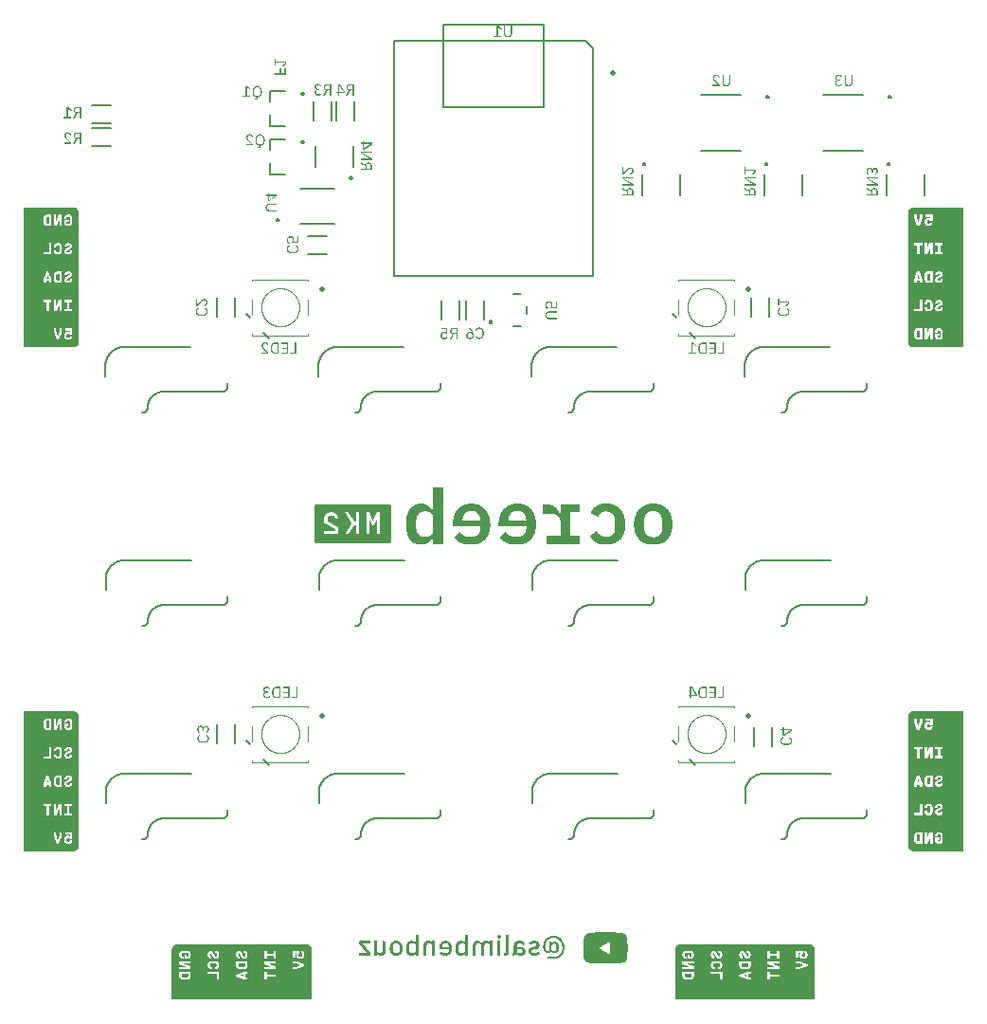
<source format=gbr>
G04 EAGLE Gerber RS-274X export*
G75*
%MOMM*%
%FSLAX34Y34*%
%LPD*%
%INSilkscreen Bottom*%
%IPPOS*%
%AMOC8*
5,1,8,0,0,1.08239X$1,22.5*%
G01*
G04 Define Apertures*
%ADD10C,0.127000*%
%ADD11C,0.120000*%
%ADD12C,0.500000*%
%ADD13C,0.200000*%
%ADD14C,0.508000*%
G36*
X-160001Y8603D02*
X-151182Y8603D01*
X-151121Y8369D01*
X-151121Y5723D01*
X-150954Y5527D01*
X-141728Y343D01*
X-141660Y89D01*
X-141660Y-1675D01*
X-141912Y-1716D01*
X-151025Y-1716D01*
X-151121Y-1914D01*
X-151121Y-4266D01*
X-151054Y-4493D01*
X-139002Y-4493D01*
X-138884Y-4317D01*
X-138884Y1856D01*
X-139056Y2049D01*
X-148298Y7204D01*
X-148345Y7471D01*
X-148345Y8353D01*
X-148301Y8603D01*
X-128606Y8603D01*
X-128433Y8387D01*
X-126590Y5378D01*
X-126580Y5128D01*
X-132415Y-4397D01*
X-132291Y-4493D01*
X-129352Y-4493D01*
X-129117Y-4386D01*
X-124214Y3642D01*
X-124049Y3872D01*
X-123168Y3872D01*
X-123012Y3733D01*
X-123007Y-4493D01*
X-120361Y-4493D01*
X-120236Y-4324D01*
X-120228Y8603D01*
X-113761Y8603D01*
X-113653Y8416D01*
X-113653Y-4224D01*
X-113627Y-4493D01*
X-110982Y-4493D01*
X-110877Y-4304D01*
X-110877Y8337D01*
X-110849Y8603D01*
X-110681Y8404D01*
X-108300Y3357D01*
X-106830Y3357D01*
X-106687Y3594D01*
X-104433Y8382D01*
X-104279Y8603D01*
X-104227Y8361D01*
X-104227Y-4279D01*
X-104146Y-4493D01*
X-101500Y-4493D01*
X-101450Y-4249D01*
X-101450Y8392D01*
X-101367Y8603D01*
X-91372Y8603D01*
X-91237Y8443D01*
X-91238Y-10370D01*
X-91260Y-10663D01*
X-91316Y-10952D01*
X-91405Y-11232D01*
X-91526Y-11500D01*
X-91677Y-11752D01*
X-91856Y-11984D01*
X-92061Y-12195D01*
X-92289Y-12380D01*
X-92537Y-12538D01*
X-92802Y-12665D01*
X-93079Y-12762D01*
X-93366Y-12825D01*
X-93658Y-12854D01*
X-157449Y-12857D01*
X-157742Y-12845D01*
X-158032Y-12799D01*
X-158315Y-12718D01*
X-158586Y-12604D01*
X-158841Y-12459D01*
X-159078Y-12285D01*
X-159293Y-12085D01*
X-159484Y-11862D01*
X-159648Y-11618D01*
X-159782Y-11356D01*
X-159886Y-11081D01*
X-159957Y-10796D01*
X-159994Y-10505D01*
X-160001Y8603D01*
G37*
G36*
X-420018Y-250439D02*
X-399730Y-250439D01*
X-399486Y-250490D01*
X-399486Y-255488D01*
X-399258Y-255554D01*
X-397494Y-255554D01*
X-397405Y-255349D01*
X-397405Y-250645D01*
X-397317Y-250439D01*
X-392906Y-250439D01*
X-392713Y-250540D01*
X-392713Y-255538D01*
X-392435Y-255554D01*
X-390377Y-255554D01*
X-390095Y-255536D01*
X-388188Y-250599D01*
X-388004Y-250439D01*
X-387739Y-250468D01*
X-387739Y-255466D01*
X-387533Y-255554D01*
X-385768Y-255554D01*
X-385693Y-255336D01*
X-385693Y-250631D01*
X-385591Y-250439D01*
X-381180Y-250439D01*
X-381001Y-250553D01*
X-381001Y-253493D01*
X-381280Y-253508D01*
X-383338Y-253508D01*
X-383470Y-253670D01*
X-383470Y-255435D01*
X-383296Y-255554D01*
X-376533Y-255554D01*
X-376450Y-255343D01*
X-376450Y-253579D01*
X-376673Y-253508D01*
X-378731Y-253508D01*
X-378955Y-253438D01*
X-378955Y-250497D01*
X-378719Y-250439D01*
X-370780Y-250439D01*
X-370558Y-250512D01*
X-370558Y-275798D01*
X-376434Y-275804D01*
X-376450Y-275526D01*
X-376450Y-270821D01*
X-376646Y-270724D01*
X-382233Y-270724D01*
X-382447Y-270804D01*
X-382447Y-272568D01*
X-382355Y-272770D01*
X-378532Y-272770D01*
X-378496Y-273027D01*
X-378496Y-274204D01*
X-378671Y-274170D01*
X-379405Y-273681D01*
X-379669Y-273581D01*
X-380551Y-273581D01*
X-380845Y-273597D01*
X-381135Y-273641D01*
X-381420Y-273715D01*
X-381695Y-273817D01*
X-381959Y-273946D01*
X-382209Y-274101D01*
X-382442Y-274281D01*
X-382655Y-274483D01*
X-382847Y-274706D01*
X-383014Y-274947D01*
X-383156Y-275205D01*
X-383270Y-275476D01*
X-383354Y-275758D01*
X-383611Y-275804D01*
X-386257Y-275804D01*
X-386299Y-275626D01*
X-385704Y-273966D01*
X-385693Y-270733D01*
X-385977Y-270724D01*
X-387739Y-270726D01*
X-387739Y-273373D01*
X-387768Y-273661D01*
X-388474Y-275595D01*
X-388622Y-275804D01*
X-389798Y-275804D01*
X-389937Y-275581D01*
X-390642Y-273648D01*
X-390667Y-273358D01*
X-390678Y-270724D01*
X-392443Y-270724D01*
X-392713Y-270748D01*
X-392713Y-273688D01*
X-392697Y-273979D01*
X-392101Y-275640D01*
X-392162Y-275804D01*
X-419802Y-275804D01*
X-420018Y-275726D01*
X-420018Y-250439D01*
G37*
G36*
X-420018Y199564D02*
X-399730Y199564D01*
X-399486Y199514D01*
X-399486Y194515D01*
X-399258Y194449D01*
X-397494Y194449D01*
X-397405Y194654D01*
X-397405Y199358D01*
X-397317Y199564D01*
X-392906Y199564D01*
X-392713Y199464D01*
X-392713Y194465D01*
X-392435Y194449D01*
X-390377Y194449D01*
X-390095Y194468D01*
X-388188Y199405D01*
X-388004Y199564D01*
X-387739Y199535D01*
X-387739Y194537D01*
X-387533Y194449D01*
X-385768Y194449D01*
X-385693Y194667D01*
X-385693Y199372D01*
X-385591Y199564D01*
X-381180Y199564D01*
X-381001Y199450D01*
X-381001Y196510D01*
X-381280Y196495D01*
X-383338Y196495D01*
X-383470Y196333D01*
X-383470Y194569D01*
X-383296Y194449D01*
X-376533Y194449D01*
X-376450Y194660D01*
X-376450Y196424D01*
X-376673Y196495D01*
X-378731Y196495D01*
X-378955Y196566D01*
X-378955Y199506D01*
X-378719Y199564D01*
X-370780Y199564D01*
X-370558Y199492D01*
X-370558Y174205D01*
X-376434Y174200D01*
X-376450Y174478D01*
X-376450Y179182D01*
X-376646Y179280D01*
X-382233Y179280D01*
X-382447Y179200D01*
X-382447Y177435D01*
X-382355Y177234D01*
X-378532Y177234D01*
X-378496Y176976D01*
X-378496Y175800D01*
X-378671Y175834D01*
X-379405Y176323D01*
X-379669Y176422D01*
X-380551Y176422D01*
X-380845Y176407D01*
X-381135Y176362D01*
X-381420Y176288D01*
X-381695Y176186D01*
X-381959Y176057D01*
X-382209Y175902D01*
X-382442Y175722D01*
X-382655Y175520D01*
X-382847Y175297D01*
X-383014Y175056D01*
X-383156Y174798D01*
X-383270Y174527D01*
X-383354Y174246D01*
X-383611Y174200D01*
X-386257Y174200D01*
X-386299Y174377D01*
X-385704Y176038D01*
X-385693Y179270D01*
X-385977Y179280D01*
X-387739Y179277D01*
X-387739Y176631D01*
X-387768Y176342D01*
X-388474Y174408D01*
X-388622Y174200D01*
X-389798Y174200D01*
X-389937Y174422D01*
X-390642Y176355D01*
X-390667Y176645D01*
X-390678Y179280D01*
X-392443Y179280D01*
X-392713Y179256D01*
X-392713Y176315D01*
X-392697Y176024D01*
X-392101Y174364D01*
X-392162Y174200D01*
X-419802Y174200D01*
X-420018Y174277D01*
X-420018Y199564D01*
G37*
G36*
X-199465Y-420098D02*
X-199465Y-399810D01*
X-199415Y-399566D01*
X-194416Y-399566D01*
X-194350Y-399338D01*
X-194350Y-397574D01*
X-194555Y-397485D01*
X-199260Y-397485D01*
X-199465Y-397397D01*
X-199465Y-392986D01*
X-199365Y-392793D01*
X-194366Y-392793D01*
X-194350Y-392515D01*
X-194350Y-390457D01*
X-194369Y-390175D01*
X-199306Y-388269D01*
X-199465Y-388084D01*
X-199437Y-387819D01*
X-194438Y-387819D01*
X-194350Y-387613D01*
X-194350Y-385848D01*
X-194568Y-385773D01*
X-199273Y-385773D01*
X-199465Y-385671D01*
X-199465Y-381261D01*
X-199351Y-381081D01*
X-196411Y-381081D01*
X-196396Y-381360D01*
X-196396Y-383418D01*
X-196234Y-383550D01*
X-194470Y-383550D01*
X-194350Y-383376D01*
X-194350Y-376613D01*
X-194561Y-376530D01*
X-196325Y-376530D01*
X-196396Y-376753D01*
X-196396Y-378811D01*
X-196467Y-379035D01*
X-199407Y-379035D01*
X-199465Y-378799D01*
X-199465Y-370860D01*
X-199393Y-370639D01*
X-174106Y-370639D01*
X-174101Y-376514D01*
X-174379Y-376530D01*
X-179083Y-376530D01*
X-179181Y-376726D01*
X-179181Y-382313D01*
X-179101Y-382527D01*
X-177336Y-382527D01*
X-177135Y-382435D01*
X-177135Y-378613D01*
X-176877Y-378576D01*
X-175701Y-378576D01*
X-175735Y-378751D01*
X-176224Y-379485D01*
X-176323Y-379749D01*
X-176323Y-380631D01*
X-176308Y-380925D01*
X-176263Y-381215D01*
X-176189Y-381500D01*
X-176087Y-381776D01*
X-175958Y-382039D01*
X-175803Y-382289D01*
X-175623Y-382522D01*
X-175421Y-382735D01*
X-175198Y-382927D01*
X-174957Y-383095D01*
X-174699Y-383236D01*
X-174428Y-383350D01*
X-174147Y-383434D01*
X-174101Y-383691D01*
X-174101Y-386337D01*
X-174278Y-386379D01*
X-175939Y-385784D01*
X-179171Y-385773D01*
X-179181Y-386057D01*
X-179178Y-387819D01*
X-176532Y-387819D01*
X-176243Y-387848D01*
X-174309Y-388554D01*
X-174101Y-388702D01*
X-174101Y-389878D01*
X-174323Y-390017D01*
X-176256Y-390722D01*
X-176546Y-390747D01*
X-179181Y-390759D01*
X-179181Y-392523D01*
X-179157Y-392793D01*
X-176216Y-392793D01*
X-175925Y-392777D01*
X-174265Y-392181D01*
X-174101Y-392243D01*
X-174101Y-419882D01*
X-174179Y-420098D01*
X-199465Y-420098D01*
G37*
G36*
X250284Y-420098D02*
X250284Y-399810D01*
X250335Y-399566D01*
X255334Y-399566D01*
X255400Y-399338D01*
X255400Y-397574D01*
X255195Y-397485D01*
X250490Y-397485D01*
X250284Y-397397D01*
X250284Y-392986D01*
X250385Y-392793D01*
X255384Y-392793D01*
X255400Y-392515D01*
X255400Y-390457D01*
X255381Y-390175D01*
X250444Y-388269D01*
X250284Y-388084D01*
X250313Y-387819D01*
X255312Y-387819D01*
X255400Y-387613D01*
X255400Y-385848D01*
X255181Y-385773D01*
X250477Y-385773D01*
X250284Y-385671D01*
X250284Y-381261D01*
X250398Y-381081D01*
X253339Y-381081D01*
X253353Y-381360D01*
X253353Y-383418D01*
X253516Y-383550D01*
X255280Y-383550D01*
X255400Y-383376D01*
X255400Y-376613D01*
X255189Y-376530D01*
X253424Y-376530D01*
X253353Y-376753D01*
X253353Y-378811D01*
X253283Y-379035D01*
X250343Y-379035D01*
X250284Y-378799D01*
X250284Y-370860D01*
X250357Y-370639D01*
X275644Y-370639D01*
X275649Y-376514D01*
X275371Y-376530D01*
X270666Y-376530D01*
X270569Y-376726D01*
X270569Y-382313D01*
X270649Y-382527D01*
X272413Y-382527D01*
X272615Y-382435D01*
X272615Y-378613D01*
X272873Y-378576D01*
X274049Y-378576D01*
X274015Y-378751D01*
X273526Y-379485D01*
X273426Y-379749D01*
X273426Y-380631D01*
X273442Y-380925D01*
X273487Y-381215D01*
X273560Y-381500D01*
X273662Y-381776D01*
X273792Y-382039D01*
X273947Y-382289D01*
X274126Y-382522D01*
X274328Y-382735D01*
X274551Y-382927D01*
X274793Y-383095D01*
X275050Y-383236D01*
X275321Y-383350D01*
X275603Y-383434D01*
X275649Y-383691D01*
X275649Y-386337D01*
X275472Y-386379D01*
X273811Y-385784D01*
X270578Y-385773D01*
X270569Y-386057D01*
X270572Y-387819D01*
X273218Y-387819D01*
X273507Y-387848D01*
X275440Y-388554D01*
X275649Y-388702D01*
X275649Y-389878D01*
X275427Y-390017D01*
X273493Y-390722D01*
X273204Y-390747D01*
X270569Y-390759D01*
X270569Y-392523D01*
X270593Y-392793D01*
X273533Y-392793D01*
X273824Y-392777D01*
X275485Y-392181D01*
X275649Y-392243D01*
X275649Y-419882D01*
X275571Y-420098D01*
X250284Y-420098D01*
G37*
G36*
X370627Y275800D02*
X376802Y275800D01*
X377019Y275688D01*
X378756Y271001D01*
X378878Y270755D01*
X380643Y270755D01*
X380793Y270961D01*
X382530Y275648D01*
X382719Y275800D01*
X385365Y275800D01*
X385571Y275727D01*
X385528Y275436D01*
X385515Y275142D01*
X385515Y273672D01*
X385530Y273379D01*
X385574Y273088D01*
X385648Y272804D01*
X385749Y272528D01*
X385878Y272264D01*
X386033Y272014D01*
X386213Y271781D01*
X386414Y271567D01*
X386636Y271375D01*
X386877Y271205D01*
X387133Y271061D01*
X387402Y270944D01*
X387682Y270854D01*
X387969Y270793D01*
X388262Y270760D01*
X389438Y270755D01*
X389732Y270758D01*
X390024Y270784D01*
X390313Y270840D01*
X390594Y270924D01*
X390866Y271037D01*
X391125Y271176D01*
X391368Y271340D01*
X391594Y271529D01*
X391800Y271738D01*
X391984Y271968D01*
X392143Y272215D01*
X392277Y272476D01*
X392384Y272750D01*
X392463Y273033D01*
X392513Y273323D01*
X392534Y273616D01*
X392449Y273824D01*
X390685Y273824D01*
X390489Y273726D01*
X390455Y273435D01*
X390329Y273171D01*
X390123Y272963D01*
X389859Y272836D01*
X389568Y272801D01*
X388392Y272802D01*
X388105Y272861D01*
X387853Y273010D01*
X387669Y273237D01*
X387575Y273514D01*
X387561Y273807D01*
X387565Y275277D01*
X387646Y275559D01*
X387810Y275800D01*
X388986Y275800D01*
X389276Y275785D01*
X390488Y274953D01*
X392252Y274953D01*
X392535Y274964D01*
X392535Y275552D01*
X392582Y275800D01*
X419927Y275800D01*
X420016Y275595D01*
X420016Y250602D01*
X419924Y250400D01*
X399342Y250400D01*
X399308Y250660D01*
X399308Y253307D01*
X399370Y253539D01*
X401722Y253539D01*
X401778Y253778D01*
X401778Y255542D01*
X401527Y255585D01*
X394764Y255585D01*
X394762Y253539D01*
X397115Y253539D01*
X397227Y253357D01*
X397227Y250417D01*
X396950Y250400D01*
X392540Y250400D01*
X392535Y255394D01*
X392433Y255585D01*
X390080Y255585D01*
X389874Y255457D01*
X387961Y250522D01*
X387751Y250400D01*
X387561Y250503D01*
X387561Y255502D01*
X387350Y255585D01*
X385586Y255585D01*
X385515Y255363D01*
X385515Y250658D01*
X385479Y250400D01*
X381068Y250400D01*
X380823Y250448D01*
X380823Y253388D01*
X380966Y253539D01*
X383024Y253539D01*
X383292Y253565D01*
X383292Y255329D01*
X383254Y255585D01*
X376491Y255585D01*
X376272Y255511D01*
X376272Y253747D01*
X376359Y253539D01*
X378711Y253539D01*
X378776Y253311D01*
X378776Y250665D01*
X378748Y250400D01*
X370809Y250400D01*
X370627Y250512D01*
X370627Y275800D01*
G37*
G36*
X370627Y-174204D02*
X376802Y-174204D01*
X377019Y-174315D01*
X378756Y-179002D01*
X378878Y-179248D01*
X380643Y-179248D01*
X380793Y-179042D01*
X382530Y-174355D01*
X382719Y-174204D01*
X385365Y-174204D01*
X385571Y-174277D01*
X385528Y-174567D01*
X385515Y-174861D01*
X385515Y-176331D01*
X385530Y-176625D01*
X385574Y-176915D01*
X385648Y-177200D01*
X385749Y-177476D01*
X385878Y-177740D01*
X386033Y-177989D01*
X386213Y-178222D01*
X386414Y-178436D01*
X386636Y-178629D01*
X386877Y-178798D01*
X387133Y-178942D01*
X387402Y-179060D01*
X387682Y-179150D01*
X387969Y-179211D01*
X388262Y-179243D01*
X389438Y-179248D01*
X389732Y-179246D01*
X390024Y-179219D01*
X390313Y-179163D01*
X390594Y-179079D01*
X390866Y-178967D01*
X391125Y-178827D01*
X391368Y-178663D01*
X391594Y-178475D01*
X391800Y-178265D01*
X391984Y-178035D01*
X392143Y-177789D01*
X392277Y-177527D01*
X392384Y-177253D01*
X392463Y-176970D01*
X392513Y-176681D01*
X392534Y-176387D01*
X392449Y-176179D01*
X390685Y-176179D01*
X390489Y-176277D01*
X390455Y-176568D01*
X390329Y-176832D01*
X390123Y-177040D01*
X389859Y-177167D01*
X389568Y-177202D01*
X388392Y-177201D01*
X388105Y-177142D01*
X387853Y-176994D01*
X387669Y-176766D01*
X387575Y-176489D01*
X387561Y-176196D01*
X387565Y-174726D01*
X387646Y-174444D01*
X387810Y-174204D01*
X388986Y-174204D01*
X389276Y-174218D01*
X390488Y-175050D01*
X392252Y-175050D01*
X392535Y-175039D01*
X392535Y-174451D01*
X392582Y-174204D01*
X419927Y-174204D01*
X420016Y-174409D01*
X420016Y-199402D01*
X419924Y-199604D01*
X399342Y-199604D01*
X399308Y-199343D01*
X399308Y-196697D01*
X399370Y-196464D01*
X401722Y-196464D01*
X401778Y-196226D01*
X401778Y-194462D01*
X401527Y-194418D01*
X394764Y-194418D01*
X394762Y-196464D01*
X397115Y-196464D01*
X397227Y-196646D01*
X397227Y-199586D01*
X396950Y-199604D01*
X392540Y-199604D01*
X392535Y-194610D01*
X392433Y-194418D01*
X390080Y-194418D01*
X389874Y-194546D01*
X387961Y-199481D01*
X387751Y-199604D01*
X387561Y-199500D01*
X387561Y-194501D01*
X387350Y-194418D01*
X385586Y-194418D01*
X385515Y-194641D01*
X385515Y-199345D01*
X385479Y-199604D01*
X381068Y-199604D01*
X380823Y-199555D01*
X380823Y-196615D01*
X380966Y-196464D01*
X383024Y-196464D01*
X383292Y-196438D01*
X383292Y-194674D01*
X383254Y-194418D01*
X376491Y-194418D01*
X376272Y-194492D01*
X376272Y-196257D01*
X376359Y-196464D01*
X378711Y-196464D01*
X378776Y-196692D01*
X378776Y-199339D01*
X378748Y-199604D01*
X370809Y-199604D01*
X370627Y-199491D01*
X370627Y-174204D01*
G37*
G36*
X370627Y-199604D02*
X378569Y-199604D01*
X378776Y-199691D01*
X378776Y-204397D01*
X378819Y-204648D01*
X380584Y-204648D01*
X380823Y-204593D01*
X380834Y-199604D01*
X385246Y-199604D01*
X385515Y-199629D01*
X385515Y-204630D01*
X385790Y-204648D01*
X387849Y-204648D01*
X388132Y-204631D01*
X390062Y-199701D01*
X390290Y-199604D01*
X390489Y-199699D01*
X390489Y-204405D01*
X390540Y-204648D01*
X392305Y-204648D01*
X392535Y-204584D01*
X392535Y-199878D01*
X392555Y-199604D01*
X396967Y-199604D01*
X397227Y-199638D01*
X397227Y-202579D01*
X396956Y-202602D01*
X394896Y-202602D01*
X394757Y-202757D01*
X394757Y-204522D01*
X394925Y-204648D01*
X401691Y-204648D01*
X401778Y-204441D01*
X401778Y-202676D01*
X401558Y-202602D01*
X399499Y-202602D01*
X399308Y-202499D01*
X399308Y-199851D01*
X399355Y-199604D01*
X419945Y-199604D01*
X420016Y-199827D01*
X420016Y-224829D01*
X419897Y-225004D01*
X399919Y-224997D01*
X400419Y-224687D01*
X400654Y-224510D01*
X400874Y-224315D01*
X401075Y-224100D01*
X401251Y-223865D01*
X401398Y-223610D01*
X401510Y-223339D01*
X401586Y-223055D01*
X401627Y-222764D01*
X401636Y-222470D01*
X401614Y-222177D01*
X401562Y-221887D01*
X401478Y-221606D01*
X401362Y-221335D01*
X401215Y-221081D01*
X401040Y-220845D01*
X400839Y-220630D01*
X400615Y-220440D01*
X400372Y-220274D01*
X400113Y-220135D01*
X399842Y-220021D01*
X399561Y-219934D01*
X399274Y-219871D01*
X398982Y-219833D01*
X398688Y-219818D01*
X398100Y-219818D01*
X397806Y-219821D01*
X397513Y-219847D01*
X397224Y-219901D01*
X396942Y-219983D01*
X396669Y-220093D01*
X396408Y-220228D01*
X396161Y-220387D01*
X395930Y-220569D01*
X395718Y-220773D01*
X395526Y-220996D01*
X395357Y-221236D01*
X395212Y-221492D01*
X395093Y-221761D01*
X395002Y-222041D01*
X394939Y-222328D01*
X394905Y-222620D01*
X394898Y-222914D01*
X394973Y-223134D01*
X396737Y-223134D01*
X396945Y-223047D01*
X396947Y-222753D01*
X397014Y-222468D01*
X397168Y-222218D01*
X397388Y-222025D01*
X397655Y-221904D01*
X397945Y-221864D01*
X398827Y-221872D01*
X399116Y-221926D01*
X399377Y-222059D01*
X399549Y-222293D01*
X399587Y-222582D01*
X399447Y-222836D01*
X399222Y-223024D01*
X398972Y-223179D01*
X397394Y-223970D01*
X396878Y-224251D01*
X396380Y-224564D01*
X395911Y-224920D01*
X395649Y-225004D01*
X392707Y-225004D01*
X392535Y-224882D01*
X392535Y-219882D01*
X392304Y-219818D01*
X388481Y-219818D01*
X388187Y-219829D01*
X387896Y-219870D01*
X387610Y-219941D01*
X387333Y-220040D01*
X387068Y-220166D01*
X386816Y-220318D01*
X386581Y-220494D01*
X386364Y-220693D01*
X386168Y-220912D01*
X385994Y-221149D01*
X385845Y-221402D01*
X385722Y-221669D01*
X385626Y-221947D01*
X385560Y-222234D01*
X385523Y-222526D01*
X385515Y-224879D01*
X385346Y-225004D01*
X382698Y-225004D01*
X382547Y-224799D01*
X380721Y-219829D01*
X378964Y-219818D01*
X378786Y-219984D01*
X376960Y-224954D01*
X376701Y-225004D01*
X370818Y-225004D01*
X370627Y-224900D01*
X370627Y-199604D01*
G37*
G36*
X370627Y250400D02*
X378569Y250400D01*
X378776Y250313D01*
X378776Y245606D01*
X378819Y245355D01*
X380584Y245355D01*
X380823Y245411D01*
X380834Y250400D01*
X385246Y250400D01*
X385515Y250374D01*
X385515Y245373D01*
X385790Y245355D01*
X387849Y245355D01*
X388132Y245372D01*
X390062Y250302D01*
X390290Y250400D01*
X390489Y250304D01*
X390489Y245598D01*
X390540Y245355D01*
X392305Y245355D01*
X392535Y245419D01*
X392535Y250125D01*
X392555Y250400D01*
X396967Y250400D01*
X397227Y250365D01*
X397227Y247424D01*
X396956Y247401D01*
X394896Y247401D01*
X394757Y247246D01*
X394757Y245481D01*
X394925Y245355D01*
X401691Y245355D01*
X401778Y245562D01*
X401778Y247327D01*
X401558Y247401D01*
X399499Y247401D01*
X399308Y247505D01*
X399308Y250152D01*
X399355Y250400D01*
X419945Y250400D01*
X420016Y250177D01*
X420016Y225174D01*
X419897Y225000D01*
X399919Y225006D01*
X400419Y225317D01*
X400654Y225494D01*
X400874Y225688D01*
X401075Y225903D01*
X401251Y226138D01*
X401398Y226393D01*
X401510Y226665D01*
X401586Y226949D01*
X401627Y227240D01*
X401636Y227534D01*
X401614Y227827D01*
X401562Y228116D01*
X401478Y228398D01*
X401362Y228668D01*
X401215Y228923D01*
X401040Y229159D01*
X400839Y229373D01*
X400615Y229564D01*
X400372Y229729D01*
X400113Y229869D01*
X399842Y229982D01*
X399561Y230070D01*
X399274Y230132D01*
X398982Y230170D01*
X398688Y230185D01*
X398100Y230185D01*
X397806Y230183D01*
X397513Y230157D01*
X397224Y230102D01*
X396942Y230020D01*
X396669Y229911D01*
X396408Y229776D01*
X396161Y229616D01*
X395930Y229434D01*
X395718Y229231D01*
X395526Y229008D01*
X395357Y228767D01*
X395212Y228511D01*
X395093Y228242D01*
X395002Y227963D01*
X394939Y227676D01*
X394905Y227383D01*
X394898Y227089D01*
X394973Y226869D01*
X396737Y226869D01*
X396945Y226956D01*
X396947Y227250D01*
X397014Y227535D01*
X397168Y227785D01*
X397388Y227978D01*
X397655Y228100D01*
X397945Y228139D01*
X398827Y228131D01*
X399116Y228077D01*
X399377Y227944D01*
X399549Y227710D01*
X399587Y227421D01*
X399447Y227168D01*
X399222Y226980D01*
X398972Y226824D01*
X397394Y226034D01*
X396878Y225752D01*
X396380Y225439D01*
X395911Y225083D01*
X395649Y225000D01*
X392707Y225000D01*
X392535Y225121D01*
X392535Y230122D01*
X392304Y230185D01*
X388481Y230185D01*
X388187Y230174D01*
X387896Y230133D01*
X387610Y230063D01*
X387333Y229964D01*
X387068Y229837D01*
X386816Y229685D01*
X386581Y229509D01*
X386364Y229311D01*
X386168Y229092D01*
X385994Y228854D01*
X385845Y228601D01*
X385722Y228334D01*
X385626Y228056D01*
X385560Y227769D01*
X385523Y227478D01*
X385515Y225125D01*
X385346Y225000D01*
X382698Y225000D01*
X382547Y225204D01*
X380721Y230174D01*
X378964Y230185D01*
X378786Y230019D01*
X376960Y225049D01*
X376701Y225000D01*
X370818Y225000D01*
X370627Y225103D01*
X370627Y250400D01*
G37*
G36*
X370627Y225000D02*
X376798Y225000D01*
X376891Y224859D01*
X376286Y223203D01*
X376272Y222912D01*
X376272Y219973D01*
X376547Y219955D01*
X378310Y219955D01*
X378318Y221711D01*
X380954Y221719D01*
X381246Y221717D01*
X381247Y219955D01*
X383292Y219967D01*
X383280Y223197D01*
X382675Y224853D01*
X382760Y225000D01*
X385404Y225000D01*
X385515Y224816D01*
X385517Y222759D01*
X385544Y222467D01*
X385601Y222179D01*
X385687Y221898D01*
X385801Y221627D01*
X385941Y221369D01*
X386107Y221126D01*
X386295Y220901D01*
X386505Y220696D01*
X386735Y220512D01*
X386981Y220352D01*
X387241Y220217D01*
X387514Y220108D01*
X387797Y220028D01*
X388086Y219977D01*
X388379Y219956D01*
X392493Y219955D01*
X392535Y220207D01*
X392535Y224908D01*
X392737Y225000D01*
X395676Y225000D01*
X395702Y224895D01*
X395497Y224686D01*
X395309Y224460D01*
X395142Y224218D01*
X395003Y223959D01*
X394894Y223687D01*
X394817Y223403D01*
X394772Y223113D01*
X394757Y222820D01*
X394771Y222526D01*
X394814Y222236D01*
X394888Y221951D01*
X394991Y221676D01*
X395122Y221414D01*
X395282Y221167D01*
X395466Y220939D01*
X395674Y220731D01*
X395902Y220546D01*
X396148Y220385D01*
X396408Y220249D01*
X396681Y220139D01*
X396962Y220055D01*
X397250Y219997D01*
X397542Y219964D01*
X397835Y219955D01*
X398717Y219955D01*
X399010Y219964D01*
X399302Y220000D01*
X399588Y220065D01*
X399867Y220158D01*
X400135Y220278D01*
X400390Y220423D01*
X400630Y220593D01*
X400852Y220785D01*
X401054Y220999D01*
X401234Y221230D01*
X401391Y221479D01*
X401523Y221741D01*
X401628Y222015D01*
X401706Y222299D01*
X401756Y222588D01*
X401777Y222881D01*
X401778Y223175D01*
X401721Y223412D01*
X399958Y223412D01*
X399732Y223345D01*
X399712Y222758D01*
X399609Y222484D01*
X399428Y222254D01*
X399186Y222091D01*
X398905Y222009D01*
X397730Y222002D01*
X397440Y222046D01*
X397171Y222163D01*
X396954Y222359D01*
X396827Y222622D01*
X396810Y222913D01*
X396898Y223192D01*
X397069Y223430D01*
X397287Y223626D01*
X397528Y223793D01*
X398043Y224077D01*
X399370Y224708D01*
X399887Y224987D01*
X400177Y225000D01*
X419865Y225000D01*
X420016Y224857D01*
X420016Y199881D01*
X420004Y199600D01*
X400022Y199600D01*
X400064Y199689D01*
X400553Y200014D01*
X400780Y200201D01*
X400989Y200406D01*
X401177Y200632D01*
X401337Y200878D01*
X401465Y201143D01*
X401557Y201422D01*
X401613Y201710D01*
X401636Y202003D01*
X401628Y202296D01*
X401589Y202587D01*
X401519Y202873D01*
X401418Y203148D01*
X401285Y203410D01*
X401122Y203655D01*
X400933Y203879D01*
X400719Y204080D01*
X400485Y204257D01*
X400233Y204408D01*
X399967Y204534D01*
X399691Y204633D01*
X399406Y204706D01*
X399116Y204756D01*
X398824Y204781D01*
X397942Y204785D01*
X397649Y204772D01*
X397358Y204731D01*
X397073Y204662D01*
X396795Y204565D01*
X396529Y204442D01*
X396275Y204294D01*
X396036Y204123D01*
X395815Y203929D01*
X395614Y203715D01*
X395434Y203483D01*
X395278Y203234D01*
X395147Y202972D01*
X395042Y202697D01*
X394965Y202414D01*
X394918Y202124D01*
X394898Y201537D01*
X395125Y201469D01*
X396888Y201469D01*
X396945Y201706D01*
X396970Y201998D01*
X397083Y202268D01*
X397272Y202491D01*
X397519Y202649D01*
X397800Y202730D01*
X398094Y202739D01*
X398681Y202739D01*
X398973Y202712D01*
X399253Y202623D01*
X399479Y202439D01*
X399584Y202169D01*
X399537Y201885D01*
X399340Y201669D01*
X399100Y201500D01*
X398845Y201353D01*
X397528Y200702D01*
X396755Y200279D01*
X396263Y199958D01*
X395801Y199600D01*
X392569Y199600D01*
X392535Y199859D01*
X392534Y201916D01*
X392514Y202209D01*
X392465Y202499D01*
X392387Y202782D01*
X392281Y203056D01*
X392148Y203318D01*
X391989Y203565D01*
X391806Y203795D01*
X391601Y204005D01*
X391376Y204194D01*
X391134Y204359D01*
X390875Y204499D01*
X390604Y204613D01*
X390324Y204698D01*
X390035Y204755D01*
X389743Y204782D01*
X388568Y204785D01*
X388274Y204781D01*
X387982Y204750D01*
X387694Y204690D01*
X387414Y204601D01*
X387144Y204485D01*
X386888Y204342D01*
X386647Y204174D01*
X386424Y203983D01*
X386222Y203770D01*
X386041Y203538D01*
X385885Y203289D01*
X385755Y203026D01*
X385652Y202751D01*
X385577Y202467D01*
X385532Y202177D01*
X385515Y201883D01*
X385515Y201296D01*
X385559Y201046D01*
X387322Y201046D01*
X387561Y201101D01*
X387569Y201982D01*
X387656Y202262D01*
X387830Y202497D01*
X388072Y202660D01*
X388355Y202735D01*
X389530Y202739D01*
X389822Y202714D01*
X390091Y202599D01*
X390306Y202401D01*
X390443Y202143D01*
X390489Y201854D01*
X390489Y199797D01*
X390392Y199600D01*
X383340Y199600D01*
X383292Y199846D01*
X383292Y204547D01*
X383236Y204785D01*
X381473Y204785D01*
X381246Y204719D01*
X381246Y199724D01*
X381076Y199600D01*
X370792Y199600D01*
X370627Y199729D01*
X370627Y225000D01*
G37*
G36*
X370627Y-225004D02*
X376798Y-225004D01*
X376891Y-225144D01*
X376286Y-226800D01*
X376272Y-227092D01*
X376272Y-230030D01*
X376547Y-230048D01*
X378310Y-230048D01*
X378318Y-228293D01*
X380954Y-228285D01*
X381246Y-228287D01*
X381247Y-230048D01*
X383292Y-230036D01*
X383280Y-226806D01*
X382675Y-225150D01*
X382760Y-225004D01*
X385404Y-225004D01*
X385515Y-225187D01*
X385517Y-227244D01*
X385544Y-227537D01*
X385601Y-227825D01*
X385687Y-228106D01*
X385801Y-228376D01*
X385941Y-228634D01*
X386107Y-228877D01*
X386295Y-229102D01*
X386505Y-229307D01*
X386735Y-229491D01*
X386981Y-229652D01*
X387241Y-229787D01*
X387514Y-229895D01*
X387797Y-229975D01*
X388086Y-230026D01*
X388379Y-230048D01*
X392493Y-230048D01*
X392535Y-229796D01*
X392535Y-225095D01*
X392737Y-225004D01*
X395676Y-225004D01*
X395702Y-225108D01*
X395497Y-225318D01*
X395309Y-225543D01*
X395142Y-225785D01*
X395003Y-226044D01*
X394894Y-226317D01*
X394817Y-226600D01*
X394772Y-226890D01*
X394757Y-227184D01*
X394771Y-227477D01*
X394814Y-227768D01*
X394888Y-228052D01*
X394991Y-228327D01*
X395122Y-228589D01*
X395282Y-228836D01*
X395466Y-229065D01*
X395674Y-229272D01*
X395902Y-229457D01*
X396148Y-229618D01*
X396408Y-229754D01*
X396681Y-229864D01*
X396962Y-229948D01*
X397250Y-230007D01*
X397542Y-230040D01*
X397835Y-230048D01*
X398717Y-230048D01*
X399010Y-230040D01*
X399302Y-230003D01*
X399588Y-229938D01*
X399867Y-229845D01*
X400135Y-229726D01*
X400390Y-229580D01*
X400630Y-229410D01*
X400852Y-229218D01*
X401054Y-229005D01*
X401234Y-228773D01*
X401391Y-228525D01*
X401523Y-228262D01*
X401628Y-227988D01*
X401706Y-227705D01*
X401756Y-227415D01*
X401777Y-227122D01*
X401778Y-226828D01*
X401721Y-226591D01*
X399958Y-226591D01*
X399732Y-226659D01*
X399712Y-227245D01*
X399609Y-227519D01*
X399428Y-227749D01*
X399186Y-227913D01*
X398905Y-227994D01*
X397730Y-228001D01*
X397440Y-227957D01*
X397171Y-227841D01*
X396954Y-227645D01*
X396827Y-227382D01*
X396810Y-227090D01*
X396898Y-226812D01*
X397069Y-226574D01*
X397287Y-226377D01*
X397528Y-226210D01*
X398043Y-225927D01*
X399370Y-225295D01*
X399887Y-225016D01*
X400177Y-225004D01*
X419865Y-225004D01*
X420016Y-225146D01*
X420016Y-250123D01*
X420004Y-250404D01*
X400022Y-250404D01*
X400064Y-250315D01*
X400553Y-249989D01*
X400780Y-249803D01*
X400989Y-249597D01*
X401177Y-249371D01*
X401337Y-249125D01*
X401465Y-248861D01*
X401557Y-248582D01*
X401613Y-248294D01*
X401636Y-248001D01*
X401628Y-247707D01*
X401589Y-247416D01*
X401519Y-247131D01*
X401418Y-246855D01*
X401285Y-246593D01*
X401122Y-246349D01*
X400933Y-246124D01*
X400719Y-245923D01*
X400485Y-245746D01*
X400233Y-245595D01*
X399967Y-245470D01*
X399691Y-245371D01*
X399406Y-245297D01*
X399116Y-245248D01*
X398824Y-245222D01*
X397942Y-245218D01*
X397649Y-245231D01*
X397358Y-245272D01*
X397073Y-245342D01*
X396795Y-245438D01*
X396529Y-245561D01*
X396275Y-245709D01*
X396036Y-245881D01*
X395815Y-246074D01*
X395614Y-246288D01*
X395434Y-246520D01*
X395278Y-246769D01*
X395147Y-247032D01*
X395042Y-247306D01*
X394965Y-247590D01*
X394918Y-247880D01*
X394898Y-248466D01*
X395125Y-248534D01*
X396888Y-248534D01*
X396945Y-248297D01*
X396970Y-248005D01*
X397083Y-247735D01*
X397272Y-247512D01*
X397519Y-247354D01*
X397800Y-247273D01*
X398094Y-247264D01*
X398681Y-247264D01*
X398973Y-247292D01*
X399253Y-247381D01*
X399479Y-247564D01*
X399584Y-247835D01*
X399537Y-248118D01*
X399340Y-248335D01*
X399100Y-248504D01*
X398845Y-248650D01*
X397528Y-249301D01*
X396755Y-249724D01*
X396263Y-250046D01*
X395801Y-250404D01*
X392569Y-250404D01*
X392535Y-250144D01*
X392534Y-248087D01*
X392514Y-247794D01*
X392465Y-247505D01*
X392387Y-247221D01*
X392281Y-246948D01*
X392148Y-246686D01*
X391989Y-246439D01*
X391806Y-246209D01*
X391601Y-245998D01*
X391376Y-245809D01*
X391134Y-245644D01*
X390875Y-245504D01*
X390604Y-245391D01*
X390324Y-245305D01*
X390035Y-245249D01*
X389743Y-245221D01*
X388568Y-245218D01*
X388274Y-245223D01*
X387982Y-245254D01*
X387694Y-245314D01*
X387414Y-245402D01*
X387144Y-245518D01*
X386888Y-245661D01*
X386647Y-245829D01*
X386424Y-246021D01*
X386222Y-246233D01*
X386041Y-246465D01*
X385885Y-246714D01*
X385755Y-246977D01*
X385652Y-247253D01*
X385577Y-247537D01*
X385532Y-247827D01*
X385515Y-248120D01*
X385515Y-248708D01*
X385559Y-248957D01*
X387322Y-248957D01*
X387561Y-248902D01*
X387569Y-248021D01*
X387656Y-247742D01*
X387830Y-247507D01*
X388072Y-247343D01*
X388355Y-247268D01*
X389530Y-247264D01*
X389822Y-247289D01*
X390091Y-247405D01*
X390306Y-247603D01*
X390443Y-247861D01*
X390489Y-248150D01*
X390489Y-250207D01*
X390392Y-250404D01*
X383340Y-250404D01*
X383292Y-250158D01*
X383292Y-245456D01*
X383236Y-245218D01*
X381473Y-245218D01*
X381246Y-245284D01*
X381246Y-250280D01*
X381076Y-250404D01*
X370792Y-250404D01*
X370627Y-250274D01*
X370627Y-225004D01*
G37*
G36*
X-250301Y-420098D02*
X-250301Y-397165D01*
X-250110Y-397062D01*
X-247464Y-397062D01*
X-247196Y-397087D01*
X-247196Y-401792D01*
X-247146Y-402036D01*
X-245382Y-402036D01*
X-245150Y-401974D01*
X-245150Y-395212D01*
X-245248Y-395015D01*
X-250246Y-395015D01*
X-250301Y-394776D01*
X-250301Y-388014D01*
X-250202Y-387819D01*
X-248144Y-387819D01*
X-247852Y-387847D01*
X-247585Y-387966D01*
X-247372Y-388167D01*
X-247238Y-388427D01*
X-247196Y-388717D01*
X-247197Y-389893D01*
X-247252Y-390180D01*
X-247399Y-390433D01*
X-247622Y-390623D01*
X-247895Y-390728D01*
X-248188Y-390747D01*
X-248776Y-390747D01*
X-248890Y-390927D01*
X-248890Y-392691D01*
X-248697Y-392793D01*
X-247816Y-392781D01*
X-247525Y-392741D01*
X-247239Y-392672D01*
X-246962Y-392574D01*
X-246696Y-392449D01*
X-246444Y-392298D01*
X-246208Y-392122D01*
X-245992Y-391924D01*
X-245796Y-391704D01*
X-245623Y-391466D01*
X-245476Y-391213D01*
X-245354Y-390945D01*
X-245260Y-390666D01*
X-245195Y-390380D01*
X-245158Y-390088D01*
X-245150Y-389794D01*
X-245151Y-388618D01*
X-245174Y-388325D01*
X-245225Y-388036D01*
X-245305Y-387753D01*
X-245414Y-387480D01*
X-245549Y-387219D01*
X-245710Y-386973D01*
X-245895Y-386745D01*
X-246102Y-386536D01*
X-246329Y-386349D01*
X-246573Y-386186D01*
X-246832Y-386048D01*
X-247105Y-385937D01*
X-247386Y-385854D01*
X-247675Y-385800D01*
X-247968Y-385775D01*
X-250026Y-385773D01*
X-250301Y-385753D01*
X-250301Y-382519D01*
X-250195Y-382507D01*
X-249990Y-382718D01*
X-249769Y-382912D01*
X-249533Y-383086D01*
X-249280Y-383237D01*
X-249014Y-383360D01*
X-248735Y-383454D01*
X-248448Y-383516D01*
X-248155Y-383546D01*
X-247862Y-383547D01*
X-247569Y-383518D01*
X-247281Y-383459D01*
X-247001Y-383370D01*
X-246732Y-383251D01*
X-246477Y-383105D01*
X-246240Y-382932D01*
X-246022Y-382735D01*
X-245826Y-382516D01*
X-245653Y-382278D01*
X-245505Y-382024D01*
X-245383Y-381757D01*
X-245287Y-381479D01*
X-245216Y-381194D01*
X-245171Y-380903D01*
X-245150Y-380316D01*
X-245153Y-379434D01*
X-245178Y-379141D01*
X-245232Y-378852D01*
X-245312Y-378570D01*
X-245420Y-378296D01*
X-245553Y-378034D01*
X-245712Y-377787D01*
X-245894Y-377556D01*
X-246097Y-377344D01*
X-246320Y-377153D01*
X-246561Y-376985D01*
X-246818Y-376841D01*
X-247087Y-376723D01*
X-247367Y-376633D01*
X-247654Y-376570D01*
X-247946Y-376537D01*
X-248534Y-376530D01*
X-248607Y-376750D01*
X-248607Y-378514D01*
X-248375Y-378576D01*
X-248081Y-378579D01*
X-247797Y-378647D01*
X-247548Y-378802D01*
X-247356Y-379023D01*
X-247235Y-379290D01*
X-247196Y-379580D01*
X-247196Y-380462D01*
X-247216Y-380755D01*
X-247303Y-381035D01*
X-247468Y-381277D01*
X-247708Y-381443D01*
X-247994Y-381504D01*
X-248282Y-381455D01*
X-248536Y-381309D01*
X-248746Y-381105D01*
X-248922Y-380869D01*
X-249215Y-380360D01*
X-249843Y-379031D01*
X-250260Y-378254D01*
X-250301Y-377971D01*
X-250301Y-370915D01*
X-250283Y-370639D01*
X-225293Y-370639D01*
X-225077Y-370717D01*
X-225077Y-377773D01*
X-225152Y-377839D01*
X-225537Y-377396D01*
X-225757Y-377201D01*
X-225996Y-377030D01*
X-226254Y-376889D01*
X-226527Y-376781D01*
X-226812Y-376711D01*
X-227104Y-376676D01*
X-227398Y-376674D01*
X-227690Y-376703D01*
X-227978Y-376763D01*
X-228257Y-376855D01*
X-228524Y-376978D01*
X-228774Y-377132D01*
X-229005Y-377314D01*
X-229213Y-377521D01*
X-229397Y-377750D01*
X-229556Y-377998D01*
X-229689Y-378260D01*
X-229796Y-378534D01*
X-229878Y-378816D01*
X-229935Y-379104D01*
X-229969Y-379396D01*
X-229981Y-379690D01*
X-229981Y-380278D01*
X-229975Y-380572D01*
X-229943Y-380864D01*
X-229883Y-381152D01*
X-229796Y-381433D01*
X-229683Y-381704D01*
X-229543Y-381962D01*
X-229379Y-382206D01*
X-229193Y-382433D01*
X-228984Y-382640D01*
X-228757Y-382827D01*
X-228512Y-382989D01*
X-228253Y-383127D01*
X-227981Y-383239D01*
X-227699Y-383323D01*
X-227411Y-383379D01*
X-227118Y-383406D01*
X-226824Y-383409D01*
X-226665Y-383275D01*
X-226665Y-381511D01*
X-226811Y-381363D01*
X-227105Y-381355D01*
X-227386Y-381274D01*
X-227628Y-381109D01*
X-227808Y-380878D01*
X-227910Y-380604D01*
X-227935Y-380311D01*
X-227918Y-379430D01*
X-227852Y-379144D01*
X-227704Y-378893D01*
X-227455Y-378742D01*
X-227165Y-378732D01*
X-226924Y-378894D01*
X-226744Y-379126D01*
X-226594Y-379379D01*
X-225680Y-381223D01*
X-225077Y-382223D01*
X-225077Y-385751D01*
X-225349Y-385773D01*
X-229759Y-385773D01*
X-229981Y-385846D01*
X-229981Y-389668D01*
X-229979Y-389962D01*
X-229955Y-390255D01*
X-229902Y-390544D01*
X-229821Y-390826D01*
X-229711Y-391099D01*
X-229574Y-391359D01*
X-229412Y-391604D01*
X-229226Y-391831D01*
X-229018Y-392039D01*
X-228791Y-392225D01*
X-228545Y-392387D01*
X-228285Y-392524D01*
X-228013Y-392633D01*
X-227730Y-392715D01*
X-227441Y-392768D01*
X-227148Y-392791D01*
X-225090Y-392793D01*
X-225077Y-393074D01*
X-225077Y-395720D01*
X-225286Y-395868D01*
X-229978Y-397590D01*
X-229981Y-399352D01*
X-229806Y-399524D01*
X-225114Y-401246D01*
X-225077Y-401514D01*
X-225077Y-420037D01*
X-225310Y-420098D01*
X-250301Y-420098D01*
G37*
G36*
X199449Y-420098D02*
X199449Y-397165D01*
X199640Y-397062D01*
X202286Y-397062D01*
X202554Y-397087D01*
X202554Y-401792D01*
X202604Y-402036D01*
X204368Y-402036D01*
X204600Y-401974D01*
X204600Y-395212D01*
X204502Y-395015D01*
X199504Y-395015D01*
X199449Y-394776D01*
X199449Y-388014D01*
X199548Y-387819D01*
X201606Y-387819D01*
X201898Y-387847D01*
X202165Y-387966D01*
X202378Y-388167D01*
X202512Y-388427D01*
X202554Y-388717D01*
X202553Y-389893D01*
X202498Y-390180D01*
X202351Y-390433D01*
X202128Y-390623D01*
X201855Y-390728D01*
X201562Y-390747D01*
X200974Y-390747D01*
X200860Y-390927D01*
X200860Y-392691D01*
X201053Y-392793D01*
X201934Y-392781D01*
X202225Y-392741D01*
X202511Y-392672D01*
X202788Y-392574D01*
X203054Y-392449D01*
X203306Y-392298D01*
X203542Y-392122D01*
X203758Y-391924D01*
X203954Y-391704D01*
X204126Y-391466D01*
X204274Y-391213D01*
X204396Y-390945D01*
X204490Y-390666D01*
X204555Y-390380D01*
X204592Y-390088D01*
X204600Y-389794D01*
X204599Y-388618D01*
X204576Y-388325D01*
X204525Y-388036D01*
X204445Y-387753D01*
X204336Y-387480D01*
X204201Y-387219D01*
X204040Y-386973D01*
X203855Y-386745D01*
X203648Y-386536D01*
X203421Y-386349D01*
X203177Y-386186D01*
X202918Y-386048D01*
X202645Y-385937D01*
X202364Y-385854D01*
X202075Y-385800D01*
X201782Y-385775D01*
X199724Y-385773D01*
X199449Y-385753D01*
X199449Y-382519D01*
X199555Y-382507D01*
X199760Y-382718D01*
X199981Y-382912D01*
X200217Y-383086D01*
X200470Y-383237D01*
X200736Y-383360D01*
X201015Y-383454D01*
X201302Y-383516D01*
X201595Y-383546D01*
X201888Y-383547D01*
X202181Y-383518D01*
X202469Y-383459D01*
X202749Y-383370D01*
X203018Y-383251D01*
X203273Y-383105D01*
X203510Y-382932D01*
X203728Y-382735D01*
X203924Y-382516D01*
X204097Y-382278D01*
X204245Y-382024D01*
X204367Y-381757D01*
X204463Y-381479D01*
X204534Y-381194D01*
X204579Y-380903D01*
X204600Y-380316D01*
X204597Y-379434D01*
X204572Y-379141D01*
X204518Y-378852D01*
X204438Y-378570D01*
X204330Y-378296D01*
X204197Y-378034D01*
X204038Y-377787D01*
X203856Y-377556D01*
X203653Y-377344D01*
X203430Y-377153D01*
X203189Y-376985D01*
X202932Y-376841D01*
X202663Y-376723D01*
X202383Y-376633D01*
X202096Y-376570D01*
X201804Y-376537D01*
X201216Y-376530D01*
X201143Y-376750D01*
X201143Y-378514D01*
X201375Y-378576D01*
X201669Y-378579D01*
X201953Y-378647D01*
X202202Y-378802D01*
X202394Y-379023D01*
X202515Y-379290D01*
X202554Y-379580D01*
X202554Y-380462D01*
X202534Y-380755D01*
X202447Y-381035D01*
X202282Y-381277D01*
X202042Y-381443D01*
X201756Y-381504D01*
X201468Y-381455D01*
X201214Y-381309D01*
X201004Y-381105D01*
X200828Y-380869D01*
X200535Y-380360D01*
X199907Y-379031D01*
X199490Y-378254D01*
X199449Y-377971D01*
X199449Y-370915D01*
X199467Y-370639D01*
X224457Y-370639D01*
X224673Y-370717D01*
X224673Y-377773D01*
X224598Y-377839D01*
X224213Y-377396D01*
X223993Y-377201D01*
X223754Y-377030D01*
X223496Y-376889D01*
X223223Y-376781D01*
X222938Y-376711D01*
X222646Y-376676D01*
X222352Y-376674D01*
X222060Y-376703D01*
X221772Y-376763D01*
X221493Y-376855D01*
X221226Y-376978D01*
X220976Y-377132D01*
X220745Y-377314D01*
X220537Y-377521D01*
X220353Y-377750D01*
X220194Y-377998D01*
X220061Y-378260D01*
X219954Y-378534D01*
X219873Y-378816D01*
X219815Y-379104D01*
X219781Y-379396D01*
X219769Y-379690D01*
X219769Y-380278D01*
X219775Y-380572D01*
X219807Y-380864D01*
X219867Y-381152D01*
X219954Y-381433D01*
X220067Y-381704D01*
X220207Y-381962D01*
X220371Y-382206D01*
X220557Y-382433D01*
X220766Y-382640D01*
X220993Y-382827D01*
X221238Y-382989D01*
X221497Y-383127D01*
X221769Y-383239D01*
X222051Y-383323D01*
X222339Y-383379D01*
X222632Y-383406D01*
X222926Y-383409D01*
X223085Y-383275D01*
X223085Y-381511D01*
X222939Y-381363D01*
X222645Y-381355D01*
X222364Y-381274D01*
X222122Y-381109D01*
X221942Y-380878D01*
X221840Y-380604D01*
X221815Y-380311D01*
X221832Y-379430D01*
X221898Y-379144D01*
X222046Y-378893D01*
X222295Y-378742D01*
X222585Y-378732D01*
X222826Y-378894D01*
X223006Y-379126D01*
X223157Y-379379D01*
X224070Y-381223D01*
X224673Y-382223D01*
X224673Y-385751D01*
X224401Y-385773D01*
X219990Y-385773D01*
X219769Y-385846D01*
X219769Y-389668D01*
X219771Y-389962D01*
X219795Y-390255D01*
X219848Y-390544D01*
X219929Y-390826D01*
X220039Y-391099D01*
X220176Y-391359D01*
X220338Y-391604D01*
X220524Y-391831D01*
X220732Y-392039D01*
X220959Y-392225D01*
X221205Y-392387D01*
X221465Y-392524D01*
X221737Y-392633D01*
X222020Y-392715D01*
X222309Y-392768D01*
X222602Y-392791D01*
X224660Y-392793D01*
X224673Y-393074D01*
X224673Y-395720D01*
X224464Y-395868D01*
X219772Y-397590D01*
X219769Y-399352D01*
X219944Y-399524D01*
X224636Y-401246D01*
X224673Y-401514D01*
X224673Y-420037D01*
X224440Y-420098D01*
X199449Y-420098D01*
G37*
G36*
X-420018Y250400D02*
X-397085Y250400D01*
X-396981Y250209D01*
X-396981Y247563D01*
X-397007Y247295D01*
X-401712Y247295D01*
X-401956Y247245D01*
X-401956Y245481D01*
X-401894Y245249D01*
X-395131Y245249D01*
X-394935Y245347D01*
X-394935Y250345D01*
X-394696Y250400D01*
X-387934Y250400D01*
X-387739Y250301D01*
X-387739Y248243D01*
X-387767Y247951D01*
X-387886Y247684D01*
X-388087Y247471D01*
X-388347Y247337D01*
X-388637Y247295D01*
X-389813Y247296D01*
X-390100Y247351D01*
X-390353Y247498D01*
X-390543Y247721D01*
X-390648Y247994D01*
X-390667Y248287D01*
X-390667Y248875D01*
X-390847Y248989D01*
X-392611Y248989D01*
X-392713Y248796D01*
X-392701Y247915D01*
X-392661Y247624D01*
X-392592Y247338D01*
X-392494Y247061D01*
X-392369Y246795D01*
X-392218Y246543D01*
X-392042Y246307D01*
X-391843Y246091D01*
X-391624Y245895D01*
X-391386Y245722D01*
X-391132Y245575D01*
X-390865Y245453D01*
X-390586Y245359D01*
X-390300Y245294D01*
X-390008Y245257D01*
X-389714Y245249D01*
X-388538Y245250D01*
X-388245Y245273D01*
X-387956Y245324D01*
X-387673Y245404D01*
X-387400Y245513D01*
X-387139Y245648D01*
X-386893Y245809D01*
X-386665Y245994D01*
X-386456Y246201D01*
X-386269Y246428D01*
X-386106Y246672D01*
X-385968Y246931D01*
X-385857Y247204D01*
X-385774Y247485D01*
X-385720Y247774D01*
X-385695Y248067D01*
X-385693Y250125D01*
X-385673Y250400D01*
X-382439Y250400D01*
X-382427Y250294D01*
X-382638Y250089D01*
X-382832Y249868D01*
X-383006Y249632D01*
X-383157Y249379D01*
X-383280Y249113D01*
X-383374Y248834D01*
X-383436Y248547D01*
X-383466Y248254D01*
X-383466Y247961D01*
X-383437Y247668D01*
X-383379Y247380D01*
X-383290Y247100D01*
X-383171Y246831D01*
X-383025Y246576D01*
X-382852Y246339D01*
X-382655Y246121D01*
X-382436Y245925D01*
X-382198Y245752D01*
X-381944Y245604D01*
X-381677Y245482D01*
X-381399Y245386D01*
X-381114Y245315D01*
X-380823Y245270D01*
X-380236Y245249D01*
X-379354Y245252D01*
X-379061Y245277D01*
X-378772Y245331D01*
X-378490Y245411D01*
X-378216Y245519D01*
X-377954Y245652D01*
X-377707Y245811D01*
X-377476Y245993D01*
X-377264Y246196D01*
X-377073Y246419D01*
X-376904Y246660D01*
X-376761Y246917D01*
X-376643Y247186D01*
X-376553Y247466D01*
X-376490Y247753D01*
X-376457Y248045D01*
X-376450Y248633D01*
X-376670Y248706D01*
X-378434Y248706D01*
X-378496Y248474D01*
X-378498Y248180D01*
X-378567Y247896D01*
X-378722Y247647D01*
X-378943Y247454D01*
X-379210Y247334D01*
X-379500Y247295D01*
X-380382Y247295D01*
X-380675Y247315D01*
X-380955Y247402D01*
X-381197Y247567D01*
X-381363Y247807D01*
X-381424Y248093D01*
X-381375Y248381D01*
X-381229Y248635D01*
X-381024Y248845D01*
X-380789Y249021D01*
X-380280Y249314D01*
X-378951Y249942D01*
X-378174Y250359D01*
X-377891Y250400D01*
X-370835Y250400D01*
X-370558Y250382D01*
X-370558Y225392D01*
X-370637Y225176D01*
X-377693Y225176D01*
X-377759Y225251D01*
X-377530Y225435D01*
X-377316Y225636D01*
X-377121Y225856D01*
X-376950Y226095D01*
X-376809Y226353D01*
X-376701Y226626D01*
X-376631Y226911D01*
X-376596Y227203D01*
X-376594Y227497D01*
X-376623Y227789D01*
X-376683Y228077D01*
X-376774Y228356D01*
X-376898Y228623D01*
X-377052Y228873D01*
X-377234Y229104D01*
X-377441Y229312D01*
X-377670Y229496D01*
X-377918Y229655D01*
X-378180Y229788D01*
X-378454Y229895D01*
X-378736Y229977D01*
X-379024Y230034D01*
X-379316Y230068D01*
X-379610Y230080D01*
X-380198Y230080D01*
X-380492Y230074D01*
X-380784Y230042D01*
X-381072Y229982D01*
X-381352Y229895D01*
X-381623Y229782D01*
X-381882Y229642D01*
X-382126Y229478D01*
X-382353Y229292D01*
X-382560Y229083D01*
X-382746Y228856D01*
X-382909Y228611D01*
X-383047Y228352D01*
X-383159Y228080D01*
X-383243Y227798D01*
X-383299Y227510D01*
X-383326Y227217D01*
X-383329Y226923D01*
X-383195Y226764D01*
X-381430Y226764D01*
X-381283Y226910D01*
X-381275Y227204D01*
X-381194Y227485D01*
X-381029Y227727D01*
X-380798Y227907D01*
X-380523Y228009D01*
X-380231Y228034D01*
X-379350Y228017D01*
X-379064Y227951D01*
X-378813Y227803D01*
X-378662Y227554D01*
X-378652Y227264D01*
X-378814Y227023D01*
X-379046Y226843D01*
X-379299Y226692D01*
X-381143Y225779D01*
X-382143Y225176D01*
X-385671Y225176D01*
X-385693Y225448D01*
X-385693Y229858D01*
X-385765Y230080D01*
X-389588Y230080D01*
X-389882Y230078D01*
X-390174Y230054D01*
X-390464Y230001D01*
X-390746Y229920D01*
X-391019Y229810D01*
X-391279Y229673D01*
X-391524Y229511D01*
X-391751Y229325D01*
X-391959Y229117D01*
X-392145Y228890D01*
X-392307Y228644D01*
X-392444Y228384D01*
X-392553Y228112D01*
X-392635Y227829D01*
X-392688Y227540D01*
X-392711Y227247D01*
X-392713Y225189D01*
X-392994Y225176D01*
X-395640Y225176D01*
X-395788Y225385D01*
X-397510Y230077D01*
X-399272Y230080D01*
X-399444Y229905D01*
X-401166Y225213D01*
X-401434Y225176D01*
X-419957Y225176D01*
X-420018Y225409D01*
X-420018Y250400D01*
G37*
G36*
X-420018Y-199604D02*
X-397085Y-199604D01*
X-396981Y-199794D01*
X-396981Y-202440D01*
X-397007Y-202708D01*
X-401712Y-202708D01*
X-401956Y-202758D01*
X-401956Y-204522D01*
X-401894Y-204754D01*
X-395131Y-204754D01*
X-394935Y-204656D01*
X-394935Y-199658D01*
X-394696Y-199604D01*
X-387934Y-199604D01*
X-387739Y-199703D01*
X-387739Y-201761D01*
X-387767Y-202052D01*
X-387886Y-202320D01*
X-388087Y-202533D01*
X-388347Y-202666D01*
X-388637Y-202708D01*
X-389813Y-202708D01*
X-390100Y-202652D01*
X-390353Y-202505D01*
X-390543Y-202282D01*
X-390648Y-202009D01*
X-390667Y-201717D01*
X-390667Y-201129D01*
X-390847Y-201015D01*
X-392611Y-201015D01*
X-392713Y-201207D01*
X-392701Y-202089D01*
X-392661Y-202380D01*
X-392592Y-202665D01*
X-392494Y-202943D01*
X-392369Y-203208D01*
X-392218Y-203460D01*
X-392042Y-203696D01*
X-391843Y-203913D01*
X-391624Y-204108D01*
X-391386Y-204281D01*
X-391132Y-204429D01*
X-390865Y-204550D01*
X-390586Y-204644D01*
X-390300Y-204710D01*
X-390008Y-204746D01*
X-389714Y-204754D01*
X-388538Y-204753D01*
X-388245Y-204731D01*
X-387956Y-204679D01*
X-387673Y-204599D01*
X-387400Y-204491D01*
X-387139Y-204355D01*
X-386893Y-204194D01*
X-386665Y-204009D01*
X-386456Y-203803D01*
X-386269Y-203576D01*
X-386106Y-203331D01*
X-385968Y-203072D01*
X-385857Y-202800D01*
X-385774Y-202518D01*
X-385720Y-202229D01*
X-385695Y-201936D01*
X-385693Y-199878D01*
X-385673Y-199604D01*
X-382439Y-199604D01*
X-382427Y-199710D01*
X-382638Y-199915D01*
X-382832Y-200135D01*
X-383006Y-200372D01*
X-383157Y-200624D01*
X-383280Y-200891D01*
X-383374Y-201169D01*
X-383436Y-201457D01*
X-383466Y-201749D01*
X-383466Y-202043D01*
X-383437Y-202335D01*
X-383379Y-202623D01*
X-383290Y-202903D01*
X-383171Y-203172D01*
X-383025Y-203427D01*
X-382852Y-203665D01*
X-382655Y-203882D01*
X-382436Y-204079D01*
X-382198Y-204251D01*
X-381944Y-204399D01*
X-381677Y-204521D01*
X-381399Y-204618D01*
X-381114Y-204688D01*
X-380823Y-204733D01*
X-380236Y-204754D01*
X-379354Y-204752D01*
X-379061Y-204726D01*
X-378772Y-204673D01*
X-378490Y-204592D01*
X-378216Y-204485D01*
X-377954Y-204351D01*
X-377707Y-204192D01*
X-377476Y-204011D01*
X-377264Y-203807D01*
X-377073Y-203584D01*
X-376904Y-203343D01*
X-376761Y-203087D01*
X-376643Y-202817D01*
X-376553Y-202538D01*
X-376490Y-202250D01*
X-376457Y-201959D01*
X-376450Y-201371D01*
X-376670Y-201297D01*
X-378434Y-201297D01*
X-378496Y-201529D01*
X-378498Y-201823D01*
X-378567Y-202108D01*
X-378722Y-202357D01*
X-378943Y-202549D01*
X-379210Y-202670D01*
X-379500Y-202708D01*
X-380382Y-202708D01*
X-380675Y-202688D01*
X-380955Y-202602D01*
X-381197Y-202437D01*
X-381363Y-202197D01*
X-381424Y-201911D01*
X-381375Y-201623D01*
X-381229Y-201369D01*
X-381024Y-201158D01*
X-380789Y-200982D01*
X-380280Y-200689D01*
X-378951Y-200061D01*
X-378174Y-199644D01*
X-377891Y-199604D01*
X-370835Y-199604D01*
X-370558Y-199621D01*
X-370558Y-224612D01*
X-370637Y-224827D01*
X-377693Y-224827D01*
X-377759Y-224753D01*
X-377530Y-224568D01*
X-377316Y-224367D01*
X-377121Y-224147D01*
X-376950Y-223908D01*
X-376809Y-223651D01*
X-376701Y-223377D01*
X-376631Y-223092D01*
X-376596Y-222800D01*
X-376594Y-222506D01*
X-376623Y-222214D01*
X-376683Y-221926D01*
X-376774Y-221647D01*
X-376898Y-221381D01*
X-377052Y-221130D01*
X-377234Y-220900D01*
X-377441Y-220691D01*
X-377670Y-220507D01*
X-377918Y-220348D01*
X-378180Y-220216D01*
X-378454Y-220109D01*
X-378736Y-220027D01*
X-379024Y-219969D01*
X-379316Y-219936D01*
X-379610Y-219924D01*
X-380198Y-219924D01*
X-380492Y-219930D01*
X-380784Y-219962D01*
X-381072Y-220021D01*
X-381352Y-220108D01*
X-381623Y-220222D01*
X-381882Y-220361D01*
X-382126Y-220525D01*
X-382353Y-220712D01*
X-382560Y-220920D01*
X-382746Y-221147D01*
X-382909Y-221392D01*
X-383047Y-221652D01*
X-383159Y-221924D01*
X-383243Y-222205D01*
X-383299Y-222494D01*
X-383326Y-222786D01*
X-383329Y-223080D01*
X-383195Y-223240D01*
X-381430Y-223240D01*
X-381283Y-223093D01*
X-381275Y-222800D01*
X-381194Y-222518D01*
X-381029Y-222276D01*
X-380798Y-222097D01*
X-380523Y-221994D01*
X-380231Y-221970D01*
X-379350Y-221986D01*
X-379064Y-222052D01*
X-378813Y-222201D01*
X-378662Y-222449D01*
X-378652Y-222739D01*
X-378814Y-222980D01*
X-379046Y-223160D01*
X-379299Y-223311D01*
X-381143Y-224224D01*
X-382143Y-224827D01*
X-385671Y-224827D01*
X-385693Y-224555D01*
X-385693Y-220145D01*
X-385765Y-219924D01*
X-389588Y-219924D01*
X-389882Y-219925D01*
X-390174Y-219949D01*
X-390464Y-220002D01*
X-390746Y-220084D01*
X-391019Y-220193D01*
X-391279Y-220330D01*
X-391524Y-220492D01*
X-391751Y-220678D01*
X-391959Y-220886D01*
X-392145Y-221114D01*
X-392307Y-221359D01*
X-392444Y-221619D01*
X-392553Y-221892D01*
X-392635Y-222174D01*
X-392688Y-222463D01*
X-392711Y-222756D01*
X-392713Y-224814D01*
X-392994Y-224827D01*
X-395640Y-224827D01*
X-395788Y-224619D01*
X-397510Y-219926D01*
X-399272Y-219924D01*
X-399444Y-220098D01*
X-401166Y-224790D01*
X-401434Y-224827D01*
X-419957Y-224827D01*
X-420018Y-224594D01*
X-420018Y-199604D01*
G37*
G36*
X-420018Y225176D02*
X-401209Y225176D01*
X-401272Y224929D01*
X-401888Y223276D01*
X-401956Y222995D01*
X-401956Y220056D01*
X-401869Y219849D01*
X-400105Y219849D01*
X-399910Y219947D01*
X-399910Y221417D01*
X-399812Y221613D01*
X-397167Y221613D01*
X-396981Y221505D01*
X-396981Y220035D01*
X-396874Y219849D01*
X-395110Y219849D01*
X-394935Y219968D01*
X-394935Y222907D01*
X-394972Y223194D01*
X-395691Y225121D01*
X-395476Y225176D01*
X-392831Y225176D01*
X-392713Y225000D01*
X-392710Y222649D01*
X-392682Y222357D01*
X-392624Y222069D01*
X-392538Y221788D01*
X-392424Y221517D01*
X-392283Y221260D01*
X-392117Y221017D01*
X-391928Y220792D01*
X-391718Y220586D01*
X-391489Y220403D01*
X-391243Y220242D01*
X-390982Y220108D01*
X-390709Y220000D01*
X-390426Y219921D01*
X-390136Y219870D01*
X-389843Y219850D01*
X-385729Y219849D01*
X-385693Y220107D01*
X-385693Y225103D01*
X-385472Y225176D01*
X-382239Y225176D01*
X-382211Y225084D01*
X-382642Y224685D01*
X-382835Y224464D01*
X-383009Y224227D01*
X-383159Y223975D01*
X-383283Y223708D01*
X-383376Y223429D01*
X-383437Y223142D01*
X-383467Y222850D01*
X-383466Y222556D01*
X-383437Y222264D01*
X-383377Y221976D01*
X-383288Y221696D01*
X-383170Y221427D01*
X-383023Y221173D01*
X-382849Y220936D01*
X-382652Y220718D01*
X-382433Y220523D01*
X-382195Y220350D01*
X-381941Y220203D01*
X-381674Y220081D01*
X-381396Y219985D01*
X-381111Y219914D01*
X-380820Y219870D01*
X-380527Y219850D01*
X-379646Y219849D01*
X-379352Y219852D01*
X-379059Y219878D01*
X-378770Y219931D01*
X-378488Y220012D01*
X-378215Y220119D01*
X-377953Y220253D01*
X-377706Y220412D01*
X-377475Y220594D01*
X-377263Y220797D01*
X-377072Y221020D01*
X-376904Y221261D01*
X-376760Y221517D01*
X-376643Y221787D01*
X-376552Y222066D01*
X-376490Y222353D01*
X-376457Y222645D01*
X-376450Y223233D01*
X-376670Y223306D01*
X-378433Y223306D01*
X-378496Y223075D01*
X-378498Y222781D01*
X-378567Y222497D01*
X-378721Y222248D01*
X-378941Y222055D01*
X-379208Y221934D01*
X-379498Y221895D01*
X-380380Y221895D01*
X-380673Y221915D01*
X-380953Y222001D01*
X-381195Y222165D01*
X-381362Y222404D01*
X-381424Y222690D01*
X-381377Y222978D01*
X-381234Y223234D01*
X-381031Y223446D01*
X-380798Y223624D01*
X-380549Y223780D01*
X-380028Y224052D01*
X-378700Y224682D01*
X-378186Y224966D01*
X-377938Y225123D01*
X-377660Y225176D01*
X-370607Y225176D01*
X-370558Y224931D01*
X-370558Y199657D01*
X-370760Y199564D01*
X-378695Y199564D01*
X-378955Y199598D01*
X-378955Y202537D01*
X-378757Y202634D01*
X-376700Y202634D01*
X-376450Y202678D01*
X-376450Y204441D01*
X-376505Y204680D01*
X-383264Y204680D01*
X-383470Y204592D01*
X-383470Y202828D01*
X-383371Y202634D01*
X-381020Y202634D01*
X-381001Y202359D01*
X-381001Y199714D01*
X-381145Y199564D01*
X-385553Y199564D01*
X-385693Y199719D01*
X-385693Y204421D01*
X-385728Y204680D01*
X-388079Y204680D01*
X-388328Y204615D01*
X-390234Y199680D01*
X-390448Y199564D01*
X-390667Y199640D01*
X-390667Y204636D01*
X-390917Y204680D01*
X-392680Y204680D01*
X-392713Y204418D01*
X-392713Y199716D01*
X-392855Y199564D01*
X-397263Y199564D01*
X-397405Y199717D01*
X-397405Y202362D01*
X-397383Y202634D01*
X-395032Y202634D01*
X-394935Y202831D01*
X-394935Y204594D01*
X-395144Y204680D01*
X-401903Y204680D01*
X-401956Y204438D01*
X-401956Y202675D01*
X-401703Y202634D01*
X-399646Y202634D01*
X-399486Y202499D01*
X-399490Y199564D01*
X-419768Y199564D01*
X-420018Y199608D01*
X-420018Y225176D01*
G37*
G36*
X-420018Y-224827D02*
X-401209Y-224827D01*
X-401272Y-225075D01*
X-401888Y-226727D01*
X-401956Y-227009D01*
X-401956Y-229947D01*
X-401869Y-230154D01*
X-400105Y-230154D01*
X-399910Y-230056D01*
X-399910Y-228587D01*
X-399812Y-228390D01*
X-397167Y-228390D01*
X-396981Y-228499D01*
X-396981Y-229968D01*
X-396874Y-230154D01*
X-395110Y-230154D01*
X-394935Y-230035D01*
X-394935Y-227097D01*
X-394972Y-226809D01*
X-395691Y-224882D01*
X-395476Y-224827D01*
X-392831Y-224827D01*
X-392713Y-225003D01*
X-392710Y-227354D01*
X-392682Y-227647D01*
X-392624Y-227935D01*
X-392538Y-228215D01*
X-392424Y-228486D01*
X-392283Y-228744D01*
X-392117Y-228986D01*
X-391928Y-229211D01*
X-391718Y-229417D01*
X-391489Y-229601D01*
X-391243Y-229761D01*
X-390982Y-229896D01*
X-390709Y-230003D01*
X-390426Y-230083D01*
X-390136Y-230133D01*
X-389843Y-230154D01*
X-385729Y-230154D01*
X-385693Y-229897D01*
X-385693Y-224901D01*
X-385472Y-224827D01*
X-382239Y-224827D01*
X-382211Y-224920D01*
X-382642Y-225318D01*
X-382835Y-225539D01*
X-383009Y-225776D01*
X-383159Y-226029D01*
X-383283Y-226295D01*
X-383376Y-226574D01*
X-383437Y-226861D01*
X-383467Y-227154D01*
X-383466Y-227447D01*
X-383437Y-227740D01*
X-383377Y-228027D01*
X-383288Y-228307D01*
X-383170Y-228576D01*
X-383023Y-228830D01*
X-382849Y-229067D01*
X-382652Y-229285D01*
X-382433Y-229481D01*
X-382195Y-229653D01*
X-381941Y-229800D01*
X-381674Y-229922D01*
X-381396Y-230019D01*
X-381111Y-230089D01*
X-380820Y-230133D01*
X-380527Y-230153D01*
X-379646Y-230154D01*
X-379352Y-230152D01*
X-379059Y-230126D01*
X-378770Y-230072D01*
X-378488Y-229992D01*
X-378215Y-229884D01*
X-377953Y-229750D01*
X-377706Y-229592D01*
X-377475Y-229410D01*
X-377263Y-229206D01*
X-377072Y-228983D01*
X-376904Y-228742D01*
X-376760Y-228486D01*
X-376643Y-228217D01*
X-376552Y-227937D01*
X-376490Y-227650D01*
X-376457Y-227358D01*
X-376450Y-226771D01*
X-376670Y-226697D01*
X-378433Y-226697D01*
X-378496Y-226928D01*
X-378498Y-227222D01*
X-378567Y-227507D01*
X-378721Y-227756D01*
X-378941Y-227948D01*
X-379208Y-228069D01*
X-379498Y-228108D01*
X-380380Y-228108D01*
X-380673Y-228088D01*
X-380953Y-228002D01*
X-381195Y-227838D01*
X-381362Y-227599D01*
X-381424Y-227314D01*
X-381377Y-227025D01*
X-381234Y-226770D01*
X-381031Y-226557D01*
X-380798Y-226379D01*
X-380549Y-226223D01*
X-380028Y-225952D01*
X-378700Y-225321D01*
X-378186Y-225038D01*
X-377938Y-224880D01*
X-377660Y-224827D01*
X-370607Y-224827D01*
X-370558Y-225073D01*
X-370558Y-250347D01*
X-370760Y-250439D01*
X-378695Y-250439D01*
X-378955Y-250405D01*
X-378955Y-247466D01*
X-378757Y-247370D01*
X-376700Y-247370D01*
X-376450Y-247326D01*
X-376450Y-245563D01*
X-376505Y-245324D01*
X-383264Y-245324D01*
X-383470Y-245412D01*
X-383470Y-247175D01*
X-383371Y-247370D01*
X-381020Y-247370D01*
X-381001Y-247644D01*
X-381001Y-250289D01*
X-381145Y-250439D01*
X-385553Y-250439D01*
X-385693Y-250285D01*
X-385693Y-245582D01*
X-385728Y-245324D01*
X-388079Y-245324D01*
X-388328Y-245389D01*
X-390234Y-250323D01*
X-390448Y-250439D01*
X-390667Y-250363D01*
X-390667Y-245367D01*
X-390917Y-245324D01*
X-392680Y-245324D01*
X-392713Y-245585D01*
X-392713Y-250287D01*
X-392855Y-250439D01*
X-397263Y-250439D01*
X-397405Y-250287D01*
X-397405Y-247642D01*
X-397383Y-247370D01*
X-395032Y-247370D01*
X-394935Y-247172D01*
X-394935Y-245409D01*
X-395144Y-245324D01*
X-401903Y-245324D01*
X-401956Y-245565D01*
X-401956Y-247328D01*
X-401703Y-247370D01*
X-399646Y-247370D01*
X-399486Y-247504D01*
X-399490Y-250439D01*
X-419768Y-250439D01*
X-420018Y-250395D01*
X-420018Y-224827D01*
G37*
G36*
X-225077Y-420098D02*
X-225077Y-401289D01*
X-224830Y-401352D01*
X-223178Y-401968D01*
X-222896Y-402036D01*
X-219957Y-402036D01*
X-219751Y-401949D01*
X-219751Y-400185D01*
X-219849Y-399990D01*
X-221318Y-399990D01*
X-221514Y-399892D01*
X-221514Y-397247D01*
X-221406Y-397062D01*
X-219937Y-397062D01*
X-219751Y-396954D01*
X-219751Y-395191D01*
X-219869Y-395015D01*
X-222808Y-395015D01*
X-223095Y-395052D01*
X-225023Y-395771D01*
X-225077Y-395556D01*
X-225077Y-392911D01*
X-224902Y-392793D01*
X-222551Y-392790D01*
X-222258Y-392762D01*
X-221970Y-392705D01*
X-221689Y-392618D01*
X-221419Y-392504D01*
X-221161Y-392363D01*
X-220918Y-392197D01*
X-220693Y-392009D01*
X-220488Y-391798D01*
X-220304Y-391569D01*
X-220144Y-391323D01*
X-220009Y-391062D01*
X-219901Y-390789D01*
X-219822Y-390506D01*
X-219772Y-390217D01*
X-219751Y-389924D01*
X-219751Y-385809D01*
X-220008Y-385773D01*
X-225004Y-385773D01*
X-225077Y-385552D01*
X-225077Y-382320D01*
X-224985Y-382291D01*
X-224587Y-382722D01*
X-224365Y-382916D01*
X-224128Y-383089D01*
X-223876Y-383240D01*
X-223609Y-383363D01*
X-223331Y-383456D01*
X-223043Y-383517D01*
X-222751Y-383547D01*
X-222457Y-383546D01*
X-222165Y-383517D01*
X-221877Y-383458D01*
X-221598Y-383368D01*
X-221329Y-383250D01*
X-221075Y-383103D01*
X-220837Y-382930D01*
X-220620Y-382732D01*
X-220424Y-382513D01*
X-220252Y-382275D01*
X-220104Y-382021D01*
X-219982Y-381754D01*
X-219886Y-381476D01*
X-219816Y-381191D01*
X-219771Y-380901D01*
X-219752Y-380607D01*
X-219751Y-379726D01*
X-219753Y-379432D01*
X-219779Y-379139D01*
X-219832Y-378850D01*
X-219913Y-378568D01*
X-220021Y-378295D01*
X-220155Y-378033D01*
X-220313Y-377786D01*
X-220495Y-377555D01*
X-220698Y-377343D01*
X-220922Y-377152D01*
X-221162Y-376984D01*
X-221419Y-376841D01*
X-221688Y-376723D01*
X-221968Y-376633D01*
X-222255Y-376570D01*
X-222546Y-376537D01*
X-223134Y-376530D01*
X-223208Y-376750D01*
X-223208Y-378513D01*
X-222976Y-378576D01*
X-222683Y-378578D01*
X-222398Y-378647D01*
X-222149Y-378801D01*
X-221957Y-379021D01*
X-221836Y-379288D01*
X-221797Y-379578D01*
X-221797Y-380460D01*
X-221816Y-380753D01*
X-221902Y-381033D01*
X-222066Y-381275D01*
X-222306Y-381442D01*
X-222591Y-381504D01*
X-222880Y-381457D01*
X-223135Y-381314D01*
X-223347Y-381111D01*
X-223526Y-380878D01*
X-223681Y-380629D01*
X-223953Y-380108D01*
X-224583Y-378780D01*
X-224867Y-378266D01*
X-225025Y-378018D01*
X-225077Y-377740D01*
X-225077Y-370687D01*
X-224832Y-370639D01*
X-199558Y-370639D01*
X-199466Y-370840D01*
X-199466Y-378775D01*
X-199500Y-379035D01*
X-202439Y-379035D01*
X-202535Y-378837D01*
X-202535Y-376780D01*
X-202579Y-376530D01*
X-204342Y-376530D01*
X-204581Y-376585D01*
X-204581Y-383344D01*
X-204493Y-383550D01*
X-202730Y-383550D01*
X-202535Y-383451D01*
X-202535Y-381100D01*
X-202260Y-381081D01*
X-199616Y-381081D01*
X-199466Y-381225D01*
X-199466Y-385633D01*
X-199620Y-385773D01*
X-204322Y-385773D01*
X-204581Y-385808D01*
X-204581Y-388159D01*
X-204516Y-388408D01*
X-199582Y-390314D01*
X-199466Y-390529D01*
X-199541Y-390747D01*
X-204537Y-390747D01*
X-204581Y-390997D01*
X-204581Y-392760D01*
X-204320Y-392793D01*
X-199618Y-392793D01*
X-199466Y-392935D01*
X-199466Y-397343D01*
X-199618Y-397485D01*
X-202263Y-397485D01*
X-202535Y-397463D01*
X-202535Y-395112D01*
X-202732Y-395015D01*
X-204496Y-395015D01*
X-204581Y-395224D01*
X-204581Y-401983D01*
X-204340Y-402036D01*
X-202576Y-402036D01*
X-202535Y-401783D01*
X-202535Y-399726D01*
X-202401Y-399566D01*
X-199466Y-399570D01*
X-199466Y-419848D01*
X-199510Y-420098D01*
X-225077Y-420098D01*
G37*
G36*
X224673Y-420098D02*
X224673Y-401289D01*
X224920Y-401352D01*
X226572Y-401968D01*
X226854Y-402036D01*
X229793Y-402036D01*
X230000Y-401949D01*
X230000Y-400185D01*
X229901Y-399990D01*
X228432Y-399990D01*
X228236Y-399892D01*
X228236Y-397247D01*
X228344Y-397062D01*
X229813Y-397062D01*
X230000Y-396954D01*
X230000Y-395191D01*
X229881Y-395015D01*
X226942Y-395015D01*
X226655Y-395052D01*
X224727Y-395771D01*
X224673Y-395556D01*
X224673Y-392911D01*
X224848Y-392793D01*
X227199Y-392790D01*
X227492Y-392762D01*
X227780Y-392705D01*
X228061Y-392618D01*
X228331Y-392504D01*
X228589Y-392363D01*
X228832Y-392197D01*
X229057Y-392009D01*
X229262Y-391798D01*
X229446Y-391569D01*
X229606Y-391323D01*
X229741Y-391062D01*
X229849Y-390789D01*
X229928Y-390506D01*
X229978Y-390217D01*
X229999Y-389924D01*
X230000Y-385809D01*
X229742Y-385773D01*
X224746Y-385773D01*
X224673Y-385552D01*
X224673Y-382320D01*
X224765Y-382291D01*
X225163Y-382722D01*
X225385Y-382916D01*
X225622Y-383089D01*
X225874Y-383240D01*
X226141Y-383363D01*
X226419Y-383456D01*
X226707Y-383517D01*
X226999Y-383547D01*
X227293Y-383546D01*
X227585Y-383517D01*
X227873Y-383458D01*
X228152Y-383368D01*
X228421Y-383250D01*
X228676Y-383103D01*
X228913Y-382930D01*
X229130Y-382732D01*
X229326Y-382513D01*
X229498Y-382275D01*
X229646Y-382021D01*
X229768Y-381754D01*
X229864Y-381476D01*
X229934Y-381191D01*
X229979Y-380901D01*
X229998Y-380607D01*
X230000Y-379726D01*
X229997Y-379432D01*
X229971Y-379139D01*
X229918Y-378850D01*
X229837Y-378568D01*
X229729Y-378295D01*
X229596Y-378033D01*
X229437Y-377786D01*
X229255Y-377555D01*
X229052Y-377343D01*
X228828Y-377152D01*
X228588Y-376984D01*
X228331Y-376841D01*
X228062Y-376723D01*
X227783Y-376633D01*
X227495Y-376570D01*
X227204Y-376537D01*
X226616Y-376530D01*
X226542Y-376750D01*
X226542Y-378513D01*
X226774Y-378576D01*
X227067Y-378578D01*
X227352Y-378647D01*
X227601Y-378801D01*
X227793Y-379021D01*
X227914Y-379288D01*
X227953Y-379578D01*
X227953Y-380460D01*
X227934Y-380753D01*
X227848Y-381033D01*
X227684Y-381275D01*
X227444Y-381442D01*
X227159Y-381504D01*
X226871Y-381457D01*
X226615Y-381314D01*
X226403Y-381111D01*
X226224Y-380878D01*
X226069Y-380629D01*
X225797Y-380108D01*
X225167Y-378780D01*
X224883Y-378266D01*
X224725Y-378018D01*
X224673Y-377740D01*
X224673Y-370687D01*
X224918Y-370639D01*
X250192Y-370639D01*
X250284Y-370840D01*
X250284Y-378775D01*
X250250Y-379035D01*
X247311Y-379035D01*
X247215Y-378837D01*
X247215Y-376780D01*
X247171Y-376530D01*
X245408Y-376530D01*
X245169Y-376585D01*
X245169Y-383344D01*
X245257Y-383550D01*
X247020Y-383550D01*
X247215Y-383451D01*
X247215Y-381100D01*
X247490Y-381081D01*
X250135Y-381081D01*
X250284Y-381225D01*
X250284Y-385633D01*
X250130Y-385773D01*
X245428Y-385773D01*
X245169Y-385808D01*
X245169Y-388159D01*
X245234Y-388408D01*
X250168Y-390314D01*
X250284Y-390529D01*
X250209Y-390747D01*
X245213Y-390747D01*
X245169Y-390997D01*
X245169Y-392760D01*
X245430Y-392793D01*
X250132Y-392793D01*
X250284Y-392935D01*
X250284Y-397343D01*
X250132Y-397485D01*
X247487Y-397485D01*
X247215Y-397463D01*
X247215Y-395112D01*
X247018Y-395015D01*
X245254Y-395015D01*
X245169Y-395224D01*
X245169Y-401983D01*
X245410Y-402036D01*
X247174Y-402036D01*
X247215Y-401783D01*
X247215Y-399726D01*
X247349Y-399566D01*
X250284Y-399570D01*
X250284Y-419848D01*
X250240Y-420098D01*
X224673Y-420098D01*
G37*
G36*
X-275701Y-420098D02*
X-275701Y-402155D01*
X-275525Y-402036D01*
X-273466Y-402036D01*
X-273173Y-402020D01*
X-272882Y-401976D01*
X-272597Y-401902D01*
X-272321Y-401800D01*
X-272057Y-401671D01*
X-271808Y-401516D01*
X-271575Y-401336D01*
X-271361Y-401134D01*
X-271169Y-400912D01*
X-270999Y-400672D01*
X-270855Y-400415D01*
X-270738Y-400146D01*
X-270648Y-399866D01*
X-270587Y-399578D01*
X-270555Y-399286D01*
X-270550Y-398992D01*
X-270550Y-395168D01*
X-270692Y-395015D01*
X-275693Y-395015D01*
X-275701Y-392964D01*
X-275578Y-392793D01*
X-270577Y-392793D01*
X-270550Y-392526D01*
X-270559Y-390179D01*
X-275491Y-388253D01*
X-275701Y-388102D01*
X-275690Y-387819D01*
X-270689Y-387819D01*
X-270550Y-387664D01*
X-270550Y-385899D01*
X-270718Y-385773D01*
X-275425Y-385773D01*
X-275701Y-385755D01*
X-275701Y-383695D01*
X-275552Y-383550D01*
X-273493Y-383550D01*
X-273199Y-383537D01*
X-272908Y-383495D01*
X-272623Y-383424D01*
X-272346Y-383325D01*
X-272081Y-383198D01*
X-271829Y-383045D01*
X-271595Y-382868D01*
X-271379Y-382668D01*
X-271185Y-382447D01*
X-271014Y-382208D01*
X-270867Y-381953D01*
X-270747Y-381685D01*
X-270655Y-381406D01*
X-270592Y-381119D01*
X-270557Y-380827D01*
X-270550Y-380533D01*
X-270552Y-379356D01*
X-270576Y-379063D01*
X-270630Y-378774D01*
X-270712Y-378492D01*
X-270822Y-378219D01*
X-270960Y-377959D01*
X-271122Y-377714D01*
X-271309Y-377487D01*
X-271517Y-377280D01*
X-271745Y-377094D01*
X-271991Y-376932D01*
X-272252Y-376796D01*
X-272525Y-376687D01*
X-272807Y-376606D01*
X-273097Y-376554D01*
X-273390Y-376531D01*
X-275449Y-376530D01*
X-275701Y-376487D01*
X-275701Y-370899D01*
X-275667Y-370639D01*
X-250369Y-370639D01*
X-250301Y-370864D01*
X-250301Y-377924D01*
X-250317Y-378163D01*
X-250658Y-377684D01*
X-250853Y-377464D01*
X-251067Y-377262D01*
X-251300Y-377083D01*
X-251552Y-376932D01*
X-251821Y-376814D01*
X-252104Y-376731D01*
X-252394Y-376684D01*
X-252688Y-376671D01*
X-252981Y-376688D01*
X-253271Y-376736D01*
X-253554Y-376816D01*
X-253826Y-376928D01*
X-254083Y-377071D01*
X-254321Y-377243D01*
X-254538Y-377441D01*
X-254732Y-377663D01*
X-254900Y-377904D01*
X-255042Y-378161D01*
X-255159Y-378431D01*
X-255250Y-378711D01*
X-255317Y-378997D01*
X-255359Y-379288D01*
X-255379Y-379582D01*
X-255379Y-380464D01*
X-255358Y-380757D01*
X-255308Y-381047D01*
X-255231Y-381331D01*
X-255127Y-381606D01*
X-254997Y-381870D01*
X-254842Y-382119D01*
X-254663Y-382353D01*
X-254462Y-382568D01*
X-254241Y-382762D01*
X-254003Y-382933D01*
X-253748Y-383080D01*
X-253480Y-383202D01*
X-253202Y-383296D01*
X-252915Y-383362D01*
X-252624Y-383399D01*
X-252330Y-383409D01*
X-252065Y-383380D01*
X-252065Y-381615D01*
X-252107Y-381363D01*
X-252401Y-381363D01*
X-252689Y-381313D01*
X-252948Y-381176D01*
X-253152Y-380966D01*
X-253283Y-380703D01*
X-253334Y-380415D01*
X-253329Y-379532D01*
X-253283Y-379242D01*
X-253167Y-378973D01*
X-252951Y-378779D01*
X-252666Y-378717D01*
X-252399Y-378825D01*
X-252201Y-379042D01*
X-252042Y-379289D01*
X-251770Y-379810D01*
X-251258Y-380870D01*
X-250981Y-381389D01*
X-250673Y-381890D01*
X-250322Y-382361D01*
X-250301Y-382648D01*
X-250301Y-385589D01*
X-250412Y-385773D01*
X-252471Y-385773D01*
X-252764Y-385789D01*
X-253055Y-385834D01*
X-253339Y-385908D01*
X-253615Y-386011D01*
X-253879Y-386140D01*
X-254128Y-386296D01*
X-254361Y-386476D01*
X-254574Y-386678D01*
X-254766Y-386901D01*
X-254935Y-387142D01*
X-255078Y-387398D01*
X-255195Y-387668D01*
X-255284Y-387949D01*
X-255344Y-388236D01*
X-255376Y-388529D01*
X-255381Y-389705D01*
X-255378Y-389999D01*
X-255350Y-390292D01*
X-255293Y-390581D01*
X-255208Y-390862D01*
X-255095Y-391133D01*
X-254954Y-391392D01*
X-254789Y-391635D01*
X-254600Y-391860D01*
X-254389Y-392065D01*
X-254159Y-392248D01*
X-253912Y-392407D01*
X-253649Y-392540D01*
X-253375Y-392646D01*
X-253092Y-392724D01*
X-252802Y-392773D01*
X-252508Y-392792D01*
X-251641Y-392778D01*
X-251641Y-391013D01*
X-251670Y-390747D01*
X-252552Y-390742D01*
X-252834Y-390663D01*
X-253074Y-390496D01*
X-253245Y-390258D01*
X-253328Y-389977D01*
X-253335Y-388801D01*
X-253314Y-388508D01*
X-253206Y-388236D01*
X-253013Y-388015D01*
X-252759Y-387871D01*
X-252470Y-387819D01*
X-250411Y-387819D01*
X-250301Y-388002D01*
X-250301Y-394768D01*
X-250347Y-395015D01*
X-255348Y-395015D01*
X-255381Y-395277D01*
X-255381Y-397042D01*
X-255106Y-397062D01*
X-250400Y-397062D01*
X-250301Y-397256D01*
X-250301Y-419906D01*
X-250403Y-420098D01*
X-275701Y-420098D01*
G37*
G36*
X-420018Y275800D02*
X-402074Y275800D01*
X-401956Y275624D01*
X-401956Y273565D01*
X-401940Y273272D01*
X-401895Y272981D01*
X-401822Y272696D01*
X-401720Y272420D01*
X-401591Y272156D01*
X-401436Y271906D01*
X-401256Y271674D01*
X-401054Y271460D01*
X-400832Y271267D01*
X-400592Y271098D01*
X-400335Y270954D01*
X-400066Y270837D01*
X-399786Y270747D01*
X-399498Y270686D01*
X-399206Y270654D01*
X-398912Y270649D01*
X-395088Y270649D01*
X-394935Y270791D01*
X-394935Y275792D01*
X-392884Y275800D01*
X-392713Y275677D01*
X-392713Y270676D01*
X-392446Y270649D01*
X-390099Y270658D01*
X-388173Y275590D01*
X-388022Y275800D01*
X-387739Y275789D01*
X-387739Y270788D01*
X-387584Y270649D01*
X-385819Y270649D01*
X-385693Y270817D01*
X-385693Y275524D01*
X-385674Y275800D01*
X-383615Y275800D01*
X-383470Y275651D01*
X-383470Y273592D01*
X-383457Y273298D01*
X-383415Y273007D01*
X-383344Y272722D01*
X-383245Y272445D01*
X-383118Y272180D01*
X-382965Y271928D01*
X-382788Y271694D01*
X-382588Y271478D01*
X-382367Y271284D01*
X-382128Y271113D01*
X-381873Y270966D01*
X-381605Y270846D01*
X-381326Y270754D01*
X-381039Y270691D01*
X-380747Y270656D01*
X-380453Y270649D01*
X-379276Y270651D01*
X-378983Y270675D01*
X-378694Y270729D01*
X-378412Y270811D01*
X-378139Y270921D01*
X-377879Y271059D01*
X-377634Y271221D01*
X-377407Y271408D01*
X-377199Y271616D01*
X-377014Y271844D01*
X-376852Y272090D01*
X-376716Y272351D01*
X-376607Y272624D01*
X-376526Y272906D01*
X-376474Y273196D01*
X-376451Y273489D01*
X-376450Y275548D01*
X-376407Y275800D01*
X-370818Y275800D01*
X-370558Y275765D01*
X-370558Y250468D01*
X-370784Y250400D01*
X-377844Y250400D01*
X-378082Y250416D01*
X-377604Y250757D01*
X-377384Y250952D01*
X-377181Y251166D01*
X-377002Y251399D01*
X-376852Y251651D01*
X-376734Y251920D01*
X-376651Y252203D01*
X-376604Y252493D01*
X-376591Y252787D01*
X-376608Y253080D01*
X-376656Y253370D01*
X-376736Y253653D01*
X-376848Y253925D01*
X-376991Y254182D01*
X-377163Y254420D01*
X-377361Y254637D01*
X-377583Y254831D01*
X-377824Y254999D01*
X-378081Y255141D01*
X-378351Y255258D01*
X-378631Y255349D01*
X-378917Y255415D01*
X-379208Y255458D01*
X-379501Y255478D01*
X-380384Y255478D01*
X-380677Y255457D01*
X-380967Y255407D01*
X-381251Y255330D01*
X-381526Y255226D01*
X-381789Y255096D01*
X-382039Y254941D01*
X-382273Y254762D01*
X-382487Y254561D01*
X-382682Y254340D01*
X-382853Y254102D01*
X-383000Y253847D01*
X-383122Y253579D01*
X-383216Y253301D01*
X-383282Y253014D01*
X-383319Y252723D01*
X-383329Y252429D01*
X-383300Y252164D01*
X-381535Y252164D01*
X-381283Y252206D01*
X-381283Y252500D01*
X-381233Y252788D01*
X-381096Y253047D01*
X-380886Y253251D01*
X-380623Y253382D01*
X-380335Y253433D01*
X-379452Y253428D01*
X-379162Y253382D01*
X-378893Y253266D01*
X-378699Y253050D01*
X-378637Y252765D01*
X-378745Y252498D01*
X-378962Y252300D01*
X-379209Y252141D01*
X-379730Y251869D01*
X-380790Y251357D01*
X-381309Y251080D01*
X-381810Y250772D01*
X-382281Y250420D01*
X-382568Y250400D01*
X-385509Y250400D01*
X-385693Y250511D01*
X-385693Y252570D01*
X-385709Y252863D01*
X-385754Y253154D01*
X-385828Y253438D01*
X-385930Y253714D01*
X-386060Y253978D01*
X-386216Y254227D01*
X-386396Y254460D01*
X-386598Y254673D01*
X-386821Y254865D01*
X-387062Y255034D01*
X-387318Y255177D01*
X-387588Y255294D01*
X-387868Y255383D01*
X-388156Y255443D01*
X-388449Y255475D01*
X-389625Y255480D01*
X-389919Y255477D01*
X-390212Y255449D01*
X-390500Y255392D01*
X-390782Y255307D01*
X-391053Y255194D01*
X-391312Y255053D01*
X-391555Y254888D01*
X-391780Y254699D01*
X-391985Y254488D01*
X-392168Y254258D01*
X-392327Y254011D01*
X-392460Y253748D01*
X-392566Y253474D01*
X-392644Y253191D01*
X-392692Y252901D01*
X-392712Y252607D01*
X-392698Y251740D01*
X-390933Y251740D01*
X-390667Y251769D01*
X-390661Y252651D01*
X-390583Y252933D01*
X-390416Y253173D01*
X-390178Y253344D01*
X-389897Y253427D01*
X-388721Y253434D01*
X-388428Y253413D01*
X-388156Y253305D01*
X-387935Y253112D01*
X-387791Y252857D01*
X-387739Y252569D01*
X-387739Y250510D01*
X-387922Y250400D01*
X-394688Y250400D01*
X-394935Y250446D01*
X-394935Y255447D01*
X-395197Y255480D01*
X-396962Y255480D01*
X-396981Y255205D01*
X-396981Y250499D01*
X-397176Y250400D01*
X-419826Y250400D01*
X-420018Y250502D01*
X-420018Y275800D01*
G37*
G36*
X174049Y-420098D02*
X174049Y-402155D01*
X174225Y-402036D01*
X176284Y-402036D01*
X176577Y-402020D01*
X176868Y-401976D01*
X177153Y-401902D01*
X177429Y-401800D01*
X177693Y-401671D01*
X177942Y-401516D01*
X178175Y-401336D01*
X178389Y-401134D01*
X178582Y-400912D01*
X178751Y-400672D01*
X178895Y-400415D01*
X179012Y-400146D01*
X179102Y-399866D01*
X179163Y-399578D01*
X179195Y-399286D01*
X179200Y-398992D01*
X179200Y-395168D01*
X179058Y-395015D01*
X174057Y-395015D01*
X174049Y-392964D01*
X174172Y-392793D01*
X179173Y-392793D01*
X179200Y-392526D01*
X179191Y-390179D01*
X174259Y-388253D01*
X174049Y-388102D01*
X174060Y-387819D01*
X179061Y-387819D01*
X179200Y-387664D01*
X179200Y-385899D01*
X179032Y-385773D01*
X174325Y-385773D01*
X174049Y-385755D01*
X174049Y-383695D01*
X174198Y-383550D01*
X176257Y-383550D01*
X176551Y-383537D01*
X176842Y-383495D01*
X177127Y-383424D01*
X177404Y-383325D01*
X177669Y-383198D01*
X177921Y-383045D01*
X178155Y-382868D01*
X178371Y-382668D01*
X178565Y-382447D01*
X178736Y-382208D01*
X178883Y-381953D01*
X179003Y-381685D01*
X179095Y-381406D01*
X179158Y-381119D01*
X179193Y-380827D01*
X179200Y-380533D01*
X179198Y-379356D01*
X179174Y-379063D01*
X179120Y-378774D01*
X179038Y-378492D01*
X178928Y-378219D01*
X178790Y-377959D01*
X178628Y-377714D01*
X178441Y-377487D01*
X178233Y-377280D01*
X178005Y-377094D01*
X177759Y-376932D01*
X177498Y-376796D01*
X177225Y-376687D01*
X176943Y-376606D01*
X176653Y-376554D01*
X176360Y-376531D01*
X174301Y-376530D01*
X174049Y-376487D01*
X174049Y-370899D01*
X174084Y-370639D01*
X199381Y-370639D01*
X199449Y-370864D01*
X199449Y-377924D01*
X199433Y-378163D01*
X199092Y-377684D01*
X198897Y-377464D01*
X198683Y-377262D01*
X198450Y-377083D01*
X198198Y-376932D01*
X197929Y-376814D01*
X197646Y-376731D01*
X197356Y-376684D01*
X197062Y-376671D01*
X196769Y-376688D01*
X196479Y-376736D01*
X196196Y-376816D01*
X195924Y-376928D01*
X195667Y-377071D01*
X195429Y-377243D01*
X195212Y-377441D01*
X195018Y-377663D01*
X194850Y-377904D01*
X194708Y-378161D01*
X194591Y-378431D01*
X194500Y-378711D01*
X194434Y-378997D01*
X194391Y-379288D01*
X194371Y-379582D01*
X194371Y-380464D01*
X194392Y-380757D01*
X194442Y-381047D01*
X194519Y-381331D01*
X194623Y-381606D01*
X194753Y-381870D01*
X194908Y-382119D01*
X195087Y-382353D01*
X195288Y-382568D01*
X195509Y-382762D01*
X195747Y-382933D01*
X196002Y-383080D01*
X196270Y-383202D01*
X196548Y-383296D01*
X196835Y-383362D01*
X197126Y-383399D01*
X197420Y-383409D01*
X197685Y-383380D01*
X197685Y-381615D01*
X197643Y-381363D01*
X197349Y-381363D01*
X197061Y-381313D01*
X196802Y-381176D01*
X196598Y-380966D01*
X196467Y-380703D01*
X196416Y-380415D01*
X196421Y-379532D01*
X196467Y-379242D01*
X196583Y-378973D01*
X196799Y-378779D01*
X197084Y-378717D01*
X197351Y-378825D01*
X197549Y-379042D01*
X197708Y-379289D01*
X197980Y-379810D01*
X198492Y-380870D01*
X198769Y-381389D01*
X199077Y-381890D01*
X199429Y-382361D01*
X199449Y-382648D01*
X199449Y-385589D01*
X199338Y-385773D01*
X197279Y-385773D01*
X196986Y-385789D01*
X196695Y-385834D01*
X196411Y-385908D01*
X196135Y-386011D01*
X195871Y-386140D01*
X195622Y-386296D01*
X195389Y-386476D01*
X195176Y-386678D01*
X194984Y-386901D01*
X194815Y-387142D01*
X194672Y-387398D01*
X194555Y-387668D01*
X194466Y-387949D01*
X194406Y-388236D01*
X194374Y-388529D01*
X194369Y-389705D01*
X194372Y-389999D01*
X194400Y-390292D01*
X194457Y-390581D01*
X194542Y-390862D01*
X194655Y-391133D01*
X194796Y-391392D01*
X194961Y-391635D01*
X195150Y-391860D01*
X195361Y-392065D01*
X195591Y-392248D01*
X195838Y-392407D01*
X196101Y-392540D01*
X196375Y-392646D01*
X196658Y-392724D01*
X196948Y-392773D01*
X197242Y-392792D01*
X198109Y-392778D01*
X198109Y-391013D01*
X198080Y-390747D01*
X197198Y-390742D01*
X196916Y-390663D01*
X196676Y-390496D01*
X196505Y-390258D01*
X196422Y-389977D01*
X196415Y-388801D01*
X196436Y-388508D01*
X196544Y-388236D01*
X196737Y-388015D01*
X196992Y-387871D01*
X197280Y-387819D01*
X199339Y-387819D01*
X199449Y-388002D01*
X199449Y-394768D01*
X199403Y-395015D01*
X194402Y-395015D01*
X194369Y-395277D01*
X194369Y-397042D01*
X194644Y-397062D01*
X199350Y-397062D01*
X199449Y-397256D01*
X199449Y-419906D01*
X199347Y-420098D01*
X174049Y-420098D01*
G37*
G36*
X-420018Y-174204D02*
X-402074Y-174204D01*
X-401956Y-174379D01*
X-401956Y-176438D01*
X-401940Y-176732D01*
X-401895Y-177022D01*
X-401822Y-177307D01*
X-401720Y-177583D01*
X-401591Y-177847D01*
X-401436Y-178097D01*
X-401256Y-178330D01*
X-401054Y-178543D01*
X-400832Y-178736D01*
X-400592Y-178905D01*
X-400335Y-179049D01*
X-400066Y-179166D01*
X-399786Y-179256D01*
X-399498Y-179317D01*
X-399206Y-179349D01*
X-398912Y-179354D01*
X-395088Y-179354D01*
X-394935Y-179212D01*
X-394935Y-174212D01*
X-392884Y-174204D01*
X-392713Y-174326D01*
X-392713Y-179327D01*
X-392446Y-179354D01*
X-390099Y-179345D01*
X-388173Y-174413D01*
X-388022Y-174204D01*
X-387739Y-174215D01*
X-387739Y-179215D01*
X-387584Y-179354D01*
X-385819Y-179354D01*
X-385693Y-179186D01*
X-385693Y-174480D01*
X-385674Y-174204D01*
X-383615Y-174204D01*
X-383470Y-174353D01*
X-383470Y-176412D01*
X-383457Y-176705D01*
X-383415Y-176996D01*
X-383344Y-177282D01*
X-383245Y-177559D01*
X-383118Y-177824D01*
X-382965Y-178075D01*
X-382788Y-178310D01*
X-382588Y-178525D01*
X-382367Y-178719D01*
X-382128Y-178891D01*
X-381873Y-179037D01*
X-381605Y-179157D01*
X-381326Y-179249D01*
X-381039Y-179313D01*
X-380747Y-179347D01*
X-380453Y-179354D01*
X-379276Y-179353D01*
X-378983Y-179328D01*
X-378694Y-179275D01*
X-378412Y-179192D01*
X-378139Y-179082D01*
X-377879Y-178945D01*
X-377634Y-178782D01*
X-377407Y-178596D01*
X-377199Y-178387D01*
X-377014Y-178159D01*
X-376852Y-177913D01*
X-376716Y-177653D01*
X-376607Y-177380D01*
X-376526Y-177097D01*
X-376474Y-176808D01*
X-376451Y-176514D01*
X-376450Y-174455D01*
X-376407Y-174204D01*
X-370818Y-174204D01*
X-370558Y-174238D01*
X-370558Y-199535D01*
X-370784Y-199604D01*
X-377844Y-199604D01*
X-378082Y-199588D01*
X-377604Y-199246D01*
X-377384Y-199051D01*
X-377181Y-198838D01*
X-377002Y-198604D01*
X-376852Y-198352D01*
X-376734Y-198083D01*
X-376651Y-197801D01*
X-376604Y-197511D01*
X-376591Y-197217D01*
X-376608Y-196923D01*
X-376656Y-196633D01*
X-376736Y-196350D01*
X-376848Y-196078D01*
X-376991Y-195822D01*
X-377163Y-195583D01*
X-377361Y-195366D01*
X-377583Y-195173D01*
X-377824Y-195004D01*
X-378081Y-194862D01*
X-378351Y-194745D01*
X-378631Y-194654D01*
X-378917Y-194588D01*
X-379208Y-194545D01*
X-379501Y-194526D01*
X-380384Y-194525D01*
X-380677Y-194547D01*
X-380967Y-194596D01*
X-381251Y-194673D01*
X-381526Y-194777D01*
X-381789Y-194907D01*
X-382039Y-195062D01*
X-382273Y-195241D01*
X-382487Y-195442D01*
X-382682Y-195663D01*
X-382853Y-195902D01*
X-383000Y-196156D01*
X-383122Y-196424D01*
X-383216Y-196703D01*
X-383282Y-196989D01*
X-383319Y-197281D01*
X-383329Y-197575D01*
X-383300Y-197840D01*
X-381535Y-197840D01*
X-381283Y-197798D01*
X-381283Y-197504D01*
X-381233Y-197215D01*
X-381096Y-196956D01*
X-380886Y-196752D01*
X-380623Y-196621D01*
X-380335Y-196571D01*
X-379452Y-196576D01*
X-379162Y-196621D01*
X-378893Y-196737D01*
X-378699Y-196953D01*
X-378637Y-197238D01*
X-378745Y-197505D01*
X-378962Y-197703D01*
X-379209Y-197862D01*
X-379730Y-198135D01*
X-380790Y-198646D01*
X-381309Y-198923D01*
X-381810Y-199231D01*
X-382281Y-199583D01*
X-382568Y-199604D01*
X-385509Y-199604D01*
X-385693Y-199493D01*
X-385693Y-197434D01*
X-385709Y-197140D01*
X-385754Y-196850D01*
X-385828Y-196565D01*
X-385930Y-196289D01*
X-386060Y-196026D01*
X-386216Y-195776D01*
X-386396Y-195544D01*
X-386598Y-195330D01*
X-386821Y-195138D01*
X-387062Y-194970D01*
X-387318Y-194826D01*
X-387588Y-194709D01*
X-387868Y-194620D01*
X-388156Y-194560D01*
X-388449Y-194529D01*
X-389625Y-194524D01*
X-389919Y-194527D01*
X-390212Y-194554D01*
X-390500Y-194611D01*
X-390782Y-194696D01*
X-391053Y-194810D01*
X-391312Y-194950D01*
X-391555Y-195115D01*
X-391780Y-195304D01*
X-391985Y-195515D01*
X-392168Y-195745D01*
X-392327Y-195993D01*
X-392460Y-196255D01*
X-392566Y-196529D01*
X-392644Y-196813D01*
X-392692Y-197103D01*
X-392712Y-197396D01*
X-392698Y-198263D01*
X-390933Y-198263D01*
X-390667Y-198235D01*
X-390661Y-197353D01*
X-390583Y-197070D01*
X-390416Y-196830D01*
X-390178Y-196659D01*
X-389897Y-196577D01*
X-388721Y-196570D01*
X-388428Y-196590D01*
X-388156Y-196699D01*
X-387935Y-196891D01*
X-387791Y-197146D01*
X-387739Y-197434D01*
X-387739Y-199493D01*
X-387922Y-199604D01*
X-394688Y-199604D01*
X-394935Y-199557D01*
X-394935Y-194556D01*
X-395197Y-194524D01*
X-396962Y-194524D01*
X-396981Y-194798D01*
X-396981Y-199505D01*
X-397176Y-199604D01*
X-419826Y-199604D01*
X-420018Y-199501D01*
X-420018Y-174204D01*
G37*
G36*
X370627Y-250404D02*
X381212Y-250404D01*
X381246Y-250663D01*
X381246Y-253310D01*
X381045Y-253402D01*
X376341Y-253402D01*
X376272Y-253628D01*
X376272Y-255392D01*
X376509Y-255448D01*
X383271Y-255448D01*
X383292Y-255175D01*
X383292Y-250471D01*
X383519Y-250404D01*
X390281Y-250404D01*
X390489Y-250490D01*
X390488Y-252548D01*
X390433Y-252835D01*
X390286Y-253089D01*
X390063Y-253279D01*
X389790Y-253384D01*
X389497Y-253402D01*
X388322Y-253394D01*
X388042Y-253309D01*
X387806Y-253136D01*
X387641Y-252894D01*
X387565Y-252612D01*
X387561Y-251730D01*
X387287Y-251709D01*
X385523Y-251709D01*
X385515Y-252582D01*
X385536Y-252875D01*
X385587Y-253165D01*
X385667Y-253448D01*
X385775Y-253721D01*
X385910Y-253982D01*
X386071Y-254228D01*
X386255Y-254457D01*
X386461Y-254667D01*
X386686Y-254855D01*
X386929Y-255021D01*
X387187Y-255161D01*
X387458Y-255275D01*
X387739Y-255361D01*
X388027Y-255418D01*
X388320Y-255446D01*
X389496Y-255448D01*
X389790Y-255443D01*
X390082Y-255410D01*
X390369Y-255349D01*
X390649Y-255259D01*
X390918Y-255141D01*
X391174Y-254997D01*
X391415Y-254828D01*
X391636Y-254635D01*
X391838Y-254421D01*
X392017Y-254188D01*
X392172Y-253938D01*
X392301Y-253674D01*
X392402Y-253398D01*
X392475Y-253114D01*
X392520Y-252823D01*
X392535Y-252530D01*
X392535Y-250471D01*
X392761Y-250404D01*
X395701Y-250404D01*
X395684Y-250526D01*
X395479Y-250737D01*
X395293Y-250964D01*
X395129Y-251208D01*
X394992Y-251468D01*
X394886Y-251742D01*
X394812Y-252026D01*
X394770Y-252317D01*
X394757Y-252611D01*
X394774Y-252904D01*
X394820Y-253194D01*
X394896Y-253478D01*
X395002Y-253752D01*
X395136Y-254013D01*
X395298Y-254259D01*
X395485Y-254485D01*
X395695Y-254691D01*
X395925Y-254874D01*
X396172Y-255033D01*
X396434Y-255166D01*
X396708Y-255274D01*
X396990Y-255355D01*
X397279Y-255411D01*
X397571Y-255442D01*
X398747Y-255448D01*
X399041Y-255437D01*
X399332Y-255398D01*
X399618Y-255330D01*
X399896Y-255234D01*
X400163Y-255112D01*
X400417Y-254963D01*
X400655Y-254791D01*
X400875Y-254596D01*
X401075Y-254381D01*
X401253Y-254147D01*
X401407Y-253897D01*
X401536Y-253633D01*
X401638Y-253357D01*
X401713Y-253073D01*
X401759Y-252783D01*
X401778Y-252195D01*
X401688Y-251991D01*
X399924Y-251991D01*
X399732Y-252093D01*
X399732Y-252387D01*
X399704Y-252679D01*
X399592Y-252949D01*
X399402Y-253172D01*
X399153Y-253327D01*
X398869Y-253398D01*
X397694Y-253399D01*
X397405Y-253347D01*
X397141Y-253221D01*
X396933Y-253015D01*
X396819Y-252746D01*
X396815Y-252454D01*
X396916Y-252179D01*
X397095Y-251947D01*
X397317Y-251754D01*
X397560Y-251590D01*
X398077Y-251310D01*
X399140Y-250808D01*
X399922Y-250404D01*
X419915Y-250404D01*
X420016Y-250597D01*
X420016Y-275587D01*
X419938Y-275804D01*
X402004Y-275804D01*
X401778Y-275736D01*
X401773Y-273384D01*
X401743Y-273091D01*
X401684Y-272804D01*
X401596Y-272523D01*
X401480Y-272253D01*
X401337Y-271996D01*
X401170Y-271755D01*
X400979Y-271531D01*
X400766Y-271328D01*
X400534Y-271148D01*
X400286Y-270991D01*
X400022Y-270860D01*
X399747Y-270757D01*
X399463Y-270682D01*
X399173Y-270635D01*
X398880Y-270618D01*
X397704Y-270618D01*
X397410Y-270631D01*
X397119Y-270672D01*
X396834Y-270743D01*
X396557Y-270841D01*
X396292Y-270968D01*
X396040Y-271120D01*
X395806Y-271297D01*
X395590Y-271497D01*
X395395Y-271717D01*
X395224Y-271955D01*
X395077Y-272210D01*
X394957Y-272478D01*
X394864Y-272757D01*
X394800Y-273044D01*
X394765Y-273336D01*
X394757Y-274217D01*
X394911Y-274357D01*
X396676Y-274357D01*
X396803Y-274191D01*
X396803Y-273603D01*
X396834Y-273312D01*
X396955Y-273046D01*
X397158Y-272835D01*
X397420Y-272703D01*
X397710Y-272664D01*
X398886Y-272665D01*
X399173Y-272723D01*
X399424Y-272872D01*
X399612Y-273097D01*
X399715Y-273371D01*
X399732Y-273664D01*
X399732Y-275722D01*
X399520Y-275804D01*
X398638Y-275804D01*
X398567Y-275580D01*
X398543Y-275310D01*
X395015Y-275310D01*
X394757Y-275346D01*
X394757Y-275640D01*
X394627Y-275804D01*
X392569Y-275804D01*
X392535Y-275544D01*
X392535Y-270840D01*
X392463Y-270618D01*
X390111Y-270618D01*
X389885Y-270718D01*
X387972Y-275653D01*
X387782Y-275804D01*
X387561Y-275731D01*
X387561Y-270732D01*
X387381Y-270618D01*
X385617Y-270618D01*
X385515Y-270809D01*
X385511Y-275804D01*
X383453Y-275804D01*
X383292Y-275670D01*
X383292Y-270672D01*
X383052Y-270618D01*
X379230Y-270618D01*
X378937Y-270630D01*
X378646Y-270672D01*
X378360Y-270743D01*
X378084Y-270842D01*
X377819Y-270969D01*
X377568Y-271122D01*
X377333Y-271299D01*
X377117Y-271497D01*
X376921Y-271717D01*
X376748Y-271954D01*
X376599Y-272208D01*
X376477Y-272475D01*
X376382Y-272753D01*
X376316Y-273039D01*
X376280Y-273331D01*
X376272Y-273625D01*
X376272Y-275683D01*
X376099Y-275804D01*
X370806Y-275804D01*
X370627Y-275689D01*
X370627Y-250404D01*
G37*
G36*
X370627Y199600D02*
X381212Y199600D01*
X381246Y199340D01*
X381246Y196694D01*
X381045Y196601D01*
X376341Y196601D01*
X376272Y196376D01*
X376272Y194612D01*
X376509Y194555D01*
X383271Y194555D01*
X383292Y194828D01*
X383292Y199532D01*
X383519Y199600D01*
X390281Y199600D01*
X390489Y199513D01*
X390488Y197455D01*
X390433Y197168D01*
X390286Y196915D01*
X390063Y196725D01*
X389790Y196619D01*
X389497Y196601D01*
X388322Y196609D01*
X388042Y196694D01*
X387806Y196867D01*
X387641Y197109D01*
X387565Y197392D01*
X387561Y198274D01*
X387287Y198294D01*
X385523Y198294D01*
X385515Y197421D01*
X385536Y197128D01*
X385587Y196838D01*
X385667Y196556D01*
X385775Y196282D01*
X385910Y196021D01*
X386071Y195775D01*
X386255Y195546D01*
X386461Y195336D01*
X386686Y195148D01*
X386929Y194983D01*
X387187Y194842D01*
X387458Y194728D01*
X387739Y194642D01*
X388027Y194585D01*
X388320Y194558D01*
X389496Y194555D01*
X389790Y194560D01*
X390082Y194593D01*
X390369Y194654D01*
X390649Y194744D01*
X390918Y194862D01*
X391174Y195006D01*
X391415Y195176D01*
X391636Y195368D01*
X391838Y195582D01*
X392017Y195815D01*
X392172Y196065D01*
X392301Y196329D01*
X392402Y196605D01*
X392475Y196890D01*
X392520Y197180D01*
X392535Y197474D01*
X392535Y199532D01*
X392761Y199600D01*
X395701Y199600D01*
X395684Y199478D01*
X395479Y199267D01*
X395293Y199039D01*
X395129Y198796D01*
X394992Y198536D01*
X394886Y198262D01*
X394812Y197977D01*
X394770Y197686D01*
X394757Y197393D01*
X394774Y197099D01*
X394820Y196809D01*
X394896Y196525D01*
X395002Y196251D01*
X395136Y195990D01*
X395298Y195745D01*
X395485Y195518D01*
X395695Y195312D01*
X395925Y195129D01*
X396172Y194971D01*
X396434Y194837D01*
X396708Y194730D01*
X396990Y194648D01*
X397279Y194592D01*
X397571Y194562D01*
X398747Y194555D01*
X399041Y194566D01*
X399332Y194606D01*
X399618Y194673D01*
X399896Y194769D01*
X400163Y194892D01*
X400417Y195040D01*
X400655Y195212D01*
X400875Y195407D01*
X401075Y195623D01*
X401253Y195856D01*
X401407Y196107D01*
X401536Y196371D01*
X401638Y196646D01*
X401713Y196930D01*
X401759Y197221D01*
X401778Y197808D01*
X401688Y198012D01*
X399924Y198012D01*
X399732Y197910D01*
X399732Y197616D01*
X399704Y197325D01*
X399592Y197054D01*
X399402Y196831D01*
X399153Y196676D01*
X398869Y196605D01*
X397694Y196604D01*
X397405Y196657D01*
X397141Y196783D01*
X396933Y196988D01*
X396819Y197257D01*
X396815Y197550D01*
X396916Y197824D01*
X397095Y198056D01*
X397317Y198249D01*
X397560Y198413D01*
X398077Y198694D01*
X399140Y199196D01*
X399922Y199600D01*
X419915Y199600D01*
X420016Y199407D01*
X420016Y174416D01*
X419938Y174200D01*
X402004Y174200D01*
X401778Y174268D01*
X401773Y176620D01*
X401743Y176912D01*
X401684Y177200D01*
X401596Y177480D01*
X401480Y177750D01*
X401337Y178007D01*
X401170Y178249D01*
X400979Y178472D01*
X400766Y178675D01*
X400534Y178856D01*
X400286Y179012D01*
X400022Y179143D01*
X399747Y179246D01*
X399463Y179322D01*
X399173Y179368D01*
X398880Y179385D01*
X397704Y179385D01*
X397410Y179373D01*
X397119Y179331D01*
X396834Y179261D01*
X396557Y179162D01*
X396292Y179036D01*
X396040Y178883D01*
X395806Y178706D01*
X395590Y178507D01*
X395395Y178287D01*
X395224Y178048D01*
X395077Y177793D01*
X394957Y177525D01*
X394864Y177246D01*
X394800Y176960D01*
X394765Y176668D01*
X394757Y175786D01*
X394911Y175646D01*
X396676Y175646D01*
X396803Y175812D01*
X396803Y176400D01*
X396834Y176692D01*
X396955Y176958D01*
X397158Y177169D01*
X397420Y177300D01*
X397710Y177339D01*
X398886Y177339D01*
X399173Y177280D01*
X399424Y177131D01*
X399612Y176907D01*
X399715Y176633D01*
X399732Y176340D01*
X399732Y174282D01*
X399520Y174200D01*
X398638Y174200D01*
X398567Y174423D01*
X398543Y174694D01*
X395015Y174694D01*
X394757Y174657D01*
X394757Y174363D01*
X394627Y174200D01*
X392569Y174200D01*
X392535Y174459D01*
X392535Y179164D01*
X392463Y179385D01*
X390111Y179385D01*
X389885Y179285D01*
X387972Y174351D01*
X387782Y174200D01*
X387561Y174273D01*
X387561Y179271D01*
X387381Y179385D01*
X385617Y179385D01*
X385515Y179194D01*
X385511Y174200D01*
X383453Y174200D01*
X383292Y174333D01*
X383292Y179331D01*
X383052Y179385D01*
X379230Y179385D01*
X378937Y179373D01*
X378646Y179332D01*
X378360Y179261D01*
X378084Y179161D01*
X377819Y179034D01*
X377568Y178881D01*
X377333Y178705D01*
X377117Y178506D01*
X376921Y178287D01*
X376748Y178049D01*
X376599Y177796D01*
X376477Y177528D01*
X376382Y177250D01*
X376316Y176964D01*
X376280Y176672D01*
X376272Y176378D01*
X376272Y174320D01*
X376099Y174200D01*
X370806Y174200D01*
X370627Y174315D01*
X370627Y199600D01*
G37*
G36*
X-160001Y19538D02*
X-159984Y19831D01*
X-159934Y20121D01*
X-159851Y20403D01*
X-159735Y20673D01*
X-159590Y20928D01*
X-159415Y21165D01*
X-159215Y21380D01*
X-158992Y21571D01*
X-158747Y21734D01*
X-158486Y21868D01*
X-158210Y21970D01*
X-157924Y22038D01*
X-157632Y22071D01*
X-93821Y22074D01*
X-93527Y22063D01*
X-93236Y22018D01*
X-92953Y21939D01*
X-92681Y21829D01*
X-92423Y21687D01*
X-92184Y21517D01*
X-91966Y21319D01*
X-91772Y21099D01*
X-91605Y20857D01*
X-91467Y20597D01*
X-91361Y20323D01*
X-91287Y20039D01*
X-91246Y19748D01*
X-91237Y19454D01*
X-91237Y8868D01*
X-91266Y8602D01*
X-101264Y8602D01*
X-101450Y8709D01*
X-101450Y14885D01*
X-101649Y14980D01*
X-104001Y14980D01*
X-104257Y14921D01*
X-107068Y8769D01*
X-107255Y8602D01*
X-107843Y8602D01*
X-108037Y8757D01*
X-110848Y14909D01*
X-111096Y14980D01*
X-113448Y14980D01*
X-113656Y14894D01*
X-113656Y8719D01*
X-113834Y8602D01*
X-120009Y8602D01*
X-120236Y8669D01*
X-120236Y14844D01*
X-120394Y14980D01*
X-122747Y14980D01*
X-123012Y14952D01*
X-123012Y8776D01*
X-123132Y8602D01*
X-125190Y8602D01*
X-125385Y8779D01*
X-129070Y14798D01*
X-129262Y14980D01*
X-132203Y14980D01*
X-132461Y14960D01*
X-128620Y8692D01*
X-128753Y8602D01*
X-148161Y8602D01*
X-148345Y8712D01*
X-148345Y9888D01*
X-148336Y10182D01*
X-148290Y10472D01*
X-148206Y10754D01*
X-148086Y11022D01*
X-147931Y11272D01*
X-147745Y11499D01*
X-147530Y11700D01*
X-147291Y11871D01*
X-147032Y12009D01*
X-146756Y12111D01*
X-146470Y12176D01*
X-146177Y12203D01*
X-143825Y12203D01*
X-143532Y12175D01*
X-143246Y12107D01*
X-142972Y12002D01*
X-142713Y11862D01*
X-142476Y11689D01*
X-142262Y11487D01*
X-142077Y11260D01*
X-141921Y11010D01*
X-141800Y10742D01*
X-141715Y10461D01*
X-141669Y10171D01*
X-141660Y8995D01*
X-141381Y8979D01*
X-139029Y8979D01*
X-138884Y9128D01*
X-138884Y10010D01*
X-138922Y10597D01*
X-139029Y11175D01*
X-139203Y11736D01*
X-139443Y12273D01*
X-139744Y12777D01*
X-139917Y13016D01*
X-140301Y13460D01*
X-140735Y13857D01*
X-141212Y14201D01*
X-141725Y14486D01*
X-142269Y14710D01*
X-142835Y14868D01*
X-143124Y14921D01*
X-143709Y14977D01*
X-146062Y14980D01*
X-146649Y14953D01*
X-147229Y14858D01*
X-147794Y14696D01*
X-148336Y14468D01*
X-148596Y14330D01*
X-149089Y14011D01*
X-149541Y13635D01*
X-149946Y13209D01*
X-150298Y12738D01*
X-150592Y12229D01*
X-150824Y11689D01*
X-150915Y11409D01*
X-151048Y10837D01*
X-151114Y10253D01*
X-151121Y8783D01*
X-151235Y8602D01*
X-159763Y8602D01*
X-160001Y8658D01*
X-160001Y19538D01*
G37*
G36*
X-420018Y174200D02*
X-392101Y174200D01*
X-391961Y173979D01*
X-390228Y169293D01*
X-390104Y169049D01*
X-388341Y169049D01*
X-388191Y169256D01*
X-386458Y173942D01*
X-386344Y174200D01*
X-383405Y174200D01*
X-383464Y173664D01*
X-383470Y173370D01*
X-383469Y171900D01*
X-383447Y171608D01*
X-383396Y171318D01*
X-383317Y171035D01*
X-383209Y170762D01*
X-383074Y170501D01*
X-382914Y170255D01*
X-382730Y170026D01*
X-382523Y169817D01*
X-382297Y169630D01*
X-382053Y169466D01*
X-381794Y169328D01*
X-381523Y169216D01*
X-381241Y169132D01*
X-380952Y169077D01*
X-380660Y169051D01*
X-379484Y169049D01*
X-379191Y169055D01*
X-378899Y169088D01*
X-378612Y169149D01*
X-378332Y169240D01*
X-378063Y169358D01*
X-377807Y169502D01*
X-377568Y169672D01*
X-377346Y169865D01*
X-377145Y170079D01*
X-376966Y170312D01*
X-376811Y170562D01*
X-376683Y170826D01*
X-376582Y171102D01*
X-376509Y171386D01*
X-376465Y171677D01*
X-376450Y171970D01*
X-376595Y172118D01*
X-378359Y172118D01*
X-378496Y171962D01*
X-378548Y171674D01*
X-378691Y171419D01*
X-378910Y171226D01*
X-379182Y171116D01*
X-379474Y171095D01*
X-380649Y171101D01*
X-380930Y171182D01*
X-381169Y171352D01*
X-381338Y171591D01*
X-381418Y171872D01*
X-381413Y173634D01*
X-381321Y173912D01*
X-381143Y174144D01*
X-380868Y174200D01*
X-379987Y174200D01*
X-379729Y174080D01*
X-378512Y173258D01*
X-376458Y173247D01*
X-376450Y174121D01*
X-376235Y174200D01*
X-370651Y174200D01*
X-370558Y173999D01*
X-370558Y167534D01*
X-370589Y166947D01*
X-370630Y166656D01*
X-370763Y166084D01*
X-370855Y165805D01*
X-371087Y165266D01*
X-371381Y164757D01*
X-371550Y164517D01*
X-371928Y164067D01*
X-372136Y163859D01*
X-372585Y163481D01*
X-372826Y163312D01*
X-373076Y163158D01*
X-373600Y162893D01*
X-374152Y162693D01*
X-374436Y162618D01*
X-375015Y162518D01*
X-375602Y162487D01*
X-419975Y162487D01*
X-420018Y162739D01*
X-420018Y174200D01*
G37*
G36*
X-420018Y-275804D02*
X-392101Y-275804D01*
X-391961Y-276025D01*
X-390228Y-280710D01*
X-390104Y-280954D01*
X-388341Y-280954D01*
X-388191Y-280747D01*
X-386458Y-276061D01*
X-386344Y-275804D01*
X-383405Y-275804D01*
X-383464Y-276340D01*
X-383470Y-276634D01*
X-383469Y-278103D01*
X-383447Y-278396D01*
X-383396Y-278685D01*
X-383317Y-278968D01*
X-383209Y-279241D01*
X-383074Y-279502D01*
X-382914Y-279748D01*
X-382730Y-279977D01*
X-382523Y-280186D01*
X-382297Y-280374D01*
X-382053Y-280537D01*
X-381794Y-280676D01*
X-381523Y-280787D01*
X-381241Y-280871D01*
X-380952Y-280926D01*
X-380660Y-280952D01*
X-379484Y-280954D01*
X-379191Y-280948D01*
X-378899Y-280916D01*
X-378612Y-280854D01*
X-378332Y-280764D01*
X-378063Y-280645D01*
X-377807Y-280501D01*
X-377568Y-280331D01*
X-377346Y-280139D01*
X-377145Y-279925D01*
X-376966Y-279691D01*
X-376811Y-279442D01*
X-376683Y-279177D01*
X-376582Y-278902D01*
X-376509Y-278617D01*
X-376465Y-278327D01*
X-376450Y-278033D01*
X-376595Y-277885D01*
X-378359Y-277885D01*
X-378496Y-278042D01*
X-378548Y-278330D01*
X-378691Y-278585D01*
X-378910Y-278778D01*
X-379182Y-278887D01*
X-379474Y-278908D01*
X-380649Y-278902D01*
X-380930Y-278821D01*
X-381169Y-278652D01*
X-381338Y-278413D01*
X-381418Y-278132D01*
X-381413Y-276369D01*
X-381321Y-276091D01*
X-381143Y-275859D01*
X-380868Y-275804D01*
X-379987Y-275804D01*
X-379729Y-275924D01*
X-378512Y-276746D01*
X-376458Y-276756D01*
X-376450Y-275883D01*
X-376235Y-275804D01*
X-370651Y-275804D01*
X-370558Y-276005D01*
X-370558Y-282470D01*
X-370589Y-283056D01*
X-370630Y-283347D01*
X-370763Y-283919D01*
X-370855Y-284198D01*
X-371087Y-284738D01*
X-371381Y-285246D01*
X-371550Y-285487D01*
X-371928Y-285937D01*
X-372136Y-286144D01*
X-372585Y-286522D01*
X-372826Y-286691D01*
X-373076Y-286846D01*
X-373600Y-287110D01*
X-373873Y-287218D01*
X-374436Y-287386D01*
X-375015Y-287485D01*
X-375602Y-287516D01*
X-419975Y-287516D01*
X-420018Y-287264D01*
X-420018Y-275804D01*
G37*
G36*
X275649Y-420098D02*
X275649Y-392181D01*
X275870Y-392041D01*
X280556Y-390308D01*
X280800Y-390184D01*
X280800Y-388421D01*
X280592Y-388271D01*
X275907Y-386538D01*
X275649Y-386424D01*
X275649Y-383485D01*
X276185Y-383545D01*
X276479Y-383550D01*
X277948Y-383549D01*
X278241Y-383527D01*
X278530Y-383476D01*
X278813Y-383397D01*
X279086Y-383289D01*
X279347Y-383154D01*
X279594Y-382994D01*
X279822Y-382810D01*
X280031Y-382603D01*
X280219Y-382377D01*
X280383Y-382133D01*
X280521Y-381874D01*
X280633Y-381603D01*
X280716Y-381321D01*
X280771Y-381033D01*
X280797Y-380740D01*
X280800Y-379565D01*
X280794Y-379271D01*
X280761Y-378979D01*
X280699Y-378692D01*
X280609Y-378412D01*
X280491Y-378143D01*
X280346Y-377888D01*
X280177Y-377648D01*
X279984Y-377426D01*
X279770Y-377225D01*
X279537Y-377046D01*
X279287Y-376892D01*
X279023Y-376763D01*
X278747Y-376662D01*
X278462Y-376589D01*
X278172Y-376545D01*
X277879Y-376530D01*
X277730Y-376675D01*
X277730Y-378439D01*
X277887Y-378576D01*
X278175Y-378628D01*
X278430Y-378771D01*
X278623Y-378990D01*
X278732Y-379262D01*
X278753Y-379554D01*
X278747Y-380729D01*
X278666Y-381010D01*
X278497Y-381249D01*
X278258Y-381418D01*
X277977Y-381498D01*
X276215Y-381493D01*
X275937Y-381401D01*
X275705Y-381223D01*
X275649Y-380948D01*
X275649Y-380067D01*
X275769Y-379810D01*
X276591Y-378592D01*
X276602Y-376538D01*
X275728Y-376530D01*
X275649Y-376315D01*
X275649Y-370732D01*
X275850Y-370639D01*
X282315Y-370639D01*
X282901Y-370669D01*
X283192Y-370710D01*
X283764Y-370843D01*
X284043Y-370935D01*
X284583Y-371168D01*
X284842Y-371307D01*
X285332Y-371630D01*
X285782Y-372008D01*
X285990Y-372216D01*
X286368Y-372665D01*
X286537Y-372906D01*
X286691Y-373156D01*
X286955Y-373680D01*
X287064Y-373953D01*
X287231Y-374517D01*
X287331Y-375095D01*
X287361Y-375682D01*
X287361Y-420056D01*
X287110Y-420098D01*
X275649Y-420098D01*
G37*
G36*
X-174101Y-420098D02*
X-174101Y-392181D01*
X-173880Y-392041D01*
X-169194Y-390308D01*
X-168950Y-390184D01*
X-168950Y-388421D01*
X-169157Y-388271D01*
X-173843Y-386538D01*
X-174101Y-386424D01*
X-174101Y-383485D01*
X-173565Y-383545D01*
X-173271Y-383550D01*
X-171802Y-383549D01*
X-171509Y-383527D01*
X-171219Y-383476D01*
X-170937Y-383397D01*
X-170663Y-383289D01*
X-170402Y-383154D01*
X-170156Y-382994D01*
X-169927Y-382810D01*
X-169718Y-382603D01*
X-169531Y-382377D01*
X-169367Y-382133D01*
X-169229Y-381874D01*
X-169117Y-381603D01*
X-169033Y-381321D01*
X-168978Y-381033D01*
X-168952Y-380740D01*
X-168950Y-379565D01*
X-168956Y-379271D01*
X-168989Y-378979D01*
X-169051Y-378692D01*
X-169141Y-378412D01*
X-169259Y-378143D01*
X-169404Y-377888D01*
X-169573Y-377648D01*
X-169766Y-377426D01*
X-169980Y-377225D01*
X-170213Y-377046D01*
X-170463Y-376892D01*
X-170727Y-376763D01*
X-171003Y-376662D01*
X-171287Y-376589D01*
X-171578Y-376545D01*
X-171871Y-376530D01*
X-172019Y-376675D01*
X-172019Y-378439D01*
X-171863Y-378576D01*
X-171575Y-378628D01*
X-171320Y-378771D01*
X-171127Y-378990D01*
X-171017Y-379262D01*
X-170996Y-379554D01*
X-171002Y-380729D01*
X-171083Y-381010D01*
X-171253Y-381249D01*
X-171492Y-381418D01*
X-171773Y-381498D01*
X-173535Y-381493D01*
X-173813Y-381401D01*
X-174045Y-381223D01*
X-174101Y-380948D01*
X-174101Y-380067D01*
X-173981Y-379810D01*
X-173159Y-378592D01*
X-173148Y-376538D01*
X-174022Y-376530D01*
X-174101Y-376315D01*
X-174101Y-370732D01*
X-173900Y-370639D01*
X-167435Y-370639D01*
X-166848Y-370669D01*
X-166557Y-370710D01*
X-165985Y-370843D01*
X-165706Y-370935D01*
X-165167Y-371168D01*
X-164658Y-371462D01*
X-164418Y-371630D01*
X-163968Y-372008D01*
X-163760Y-372216D01*
X-163382Y-372665D01*
X-163213Y-372906D01*
X-162919Y-373414D01*
X-162795Y-373680D01*
X-162594Y-374232D01*
X-162519Y-374517D01*
X-162419Y-375095D01*
X-162388Y-375682D01*
X-162388Y-420056D01*
X-162640Y-420098D01*
X-174101Y-420098D01*
G37*
G36*
X370627Y-167501D02*
X370662Y-166914D01*
X370705Y-166623D01*
X370843Y-166052D01*
X370937Y-165773D01*
X371048Y-165501D01*
X371316Y-164978D01*
X371472Y-164729D01*
X371827Y-164260D01*
X372234Y-163836D01*
X372686Y-163461D01*
X373180Y-163141D01*
X373440Y-163004D01*
X373707Y-162881D01*
X374261Y-162685D01*
X374835Y-162556D01*
X375126Y-162518D01*
X375713Y-162491D01*
X419824Y-162491D01*
X420016Y-162593D01*
X420016Y-174062D01*
X419864Y-174204D01*
X392809Y-174204D01*
X392535Y-174184D01*
X392535Y-169185D01*
X392408Y-169018D01*
X386820Y-169018D01*
X386538Y-169029D01*
X386538Y-170794D01*
X386561Y-171064D01*
X390384Y-171064D01*
X390489Y-171254D01*
X390489Y-172430D01*
X390371Y-172500D01*
X389645Y-171999D01*
X389389Y-171875D01*
X388213Y-171885D01*
X387922Y-171925D01*
X387636Y-171995D01*
X387360Y-172093D01*
X387094Y-172220D01*
X386843Y-172372D01*
X386607Y-172547D01*
X386389Y-172745D01*
X386192Y-172963D01*
X386016Y-173198D01*
X385864Y-173450D01*
X385738Y-173716D01*
X385639Y-173992D01*
X385509Y-174204D01*
X382863Y-174204D01*
X382593Y-174187D01*
X383327Y-172264D01*
X383327Y-169029D01*
X381280Y-169018D01*
X381246Y-169278D01*
X381246Y-171630D01*
X381229Y-171922D01*
X380425Y-174132D01*
X380181Y-174204D01*
X379299Y-174204D01*
X379110Y-174054D01*
X378318Y-171840D01*
X378318Y-169194D01*
X378200Y-169018D01*
X376435Y-169018D01*
X376272Y-169148D01*
X376272Y-172089D01*
X376313Y-172376D01*
X376916Y-174034D01*
X376864Y-174204D01*
X370688Y-174204D01*
X370627Y-173971D01*
X370627Y-167501D01*
G37*
G36*
X370627Y282502D02*
X370662Y283089D01*
X370705Y283380D01*
X370843Y283951D01*
X370937Y284230D01*
X371048Y284502D01*
X371316Y285026D01*
X371472Y285275D01*
X371827Y285743D01*
X372234Y286168D01*
X372686Y286542D01*
X373180Y286862D01*
X373440Y287000D01*
X373981Y287228D01*
X374261Y287318D01*
X374546Y287391D01*
X375126Y287486D01*
X375713Y287512D01*
X419824Y287512D01*
X420016Y287410D01*
X420016Y275941D01*
X419864Y275800D01*
X392809Y275800D01*
X392535Y275819D01*
X392535Y280818D01*
X392408Y280985D01*
X386820Y280985D01*
X386538Y280974D01*
X386538Y279210D01*
X386561Y278939D01*
X390384Y278939D01*
X390489Y278750D01*
X390489Y277574D01*
X390371Y277504D01*
X389645Y278004D01*
X389389Y278128D01*
X388213Y278118D01*
X387922Y278079D01*
X387636Y278009D01*
X387360Y277910D01*
X387094Y277784D01*
X386843Y277632D01*
X386607Y277456D01*
X386389Y277258D01*
X386192Y277041D01*
X386016Y276805D01*
X385864Y276553D01*
X385738Y276288D01*
X385639Y276011D01*
X385509Y275800D01*
X382863Y275800D01*
X382593Y275816D01*
X383327Y277740D01*
X383327Y280974D01*
X381280Y280985D01*
X381246Y280725D01*
X381246Y278373D01*
X381229Y278082D01*
X380425Y275871D01*
X380181Y275800D01*
X379299Y275800D01*
X379110Y275950D01*
X378318Y278163D01*
X378318Y280810D01*
X378200Y280985D01*
X376435Y280985D01*
X376272Y280855D01*
X376272Y277914D01*
X376313Y277627D01*
X376916Y275969D01*
X376864Y275800D01*
X370688Y275800D01*
X370627Y276033D01*
X370627Y282502D01*
G37*
G36*
X80319Y-373946D02*
X93829Y-373946D01*
X94088Y-374076D01*
X103985Y-379840D01*
X104139Y-379813D01*
X104145Y-373946D01*
X120000Y-373952D01*
X119956Y-376594D01*
X119846Y-378941D01*
X119740Y-380406D01*
X119629Y-381575D01*
X119551Y-382157D01*
X119443Y-382735D01*
X119302Y-383305D01*
X119122Y-383864D01*
X118896Y-384405D01*
X118762Y-384667D01*
X118450Y-385164D01*
X118271Y-385397D01*
X118076Y-385617D01*
X117644Y-386013D01*
X117408Y-386189D01*
X116906Y-386492D01*
X116642Y-386622D01*
X116098Y-386842D01*
X115537Y-387017D01*
X114967Y-387156D01*
X114390Y-387267D01*
X113518Y-387396D01*
X112350Y-387522D01*
X110594Y-387665D01*
X108835Y-387775D01*
X107075Y-387860D01*
X105021Y-387932D01*
X102965Y-387978D01*
X100910Y-387999D01*
X98854Y-387996D01*
X96505Y-387962D01*
X94450Y-387905D01*
X92396Y-387821D01*
X90636Y-387724D01*
X88878Y-387600D01*
X87416Y-387467D01*
X86251Y-387319D01*
X85384Y-387161D01*
X84532Y-386940D01*
X83978Y-386743D01*
X83445Y-386497D01*
X83190Y-386352D01*
X82709Y-386015D01*
X82279Y-385616D01*
X81909Y-385160D01*
X81601Y-384661D01*
X81469Y-384398D01*
X81245Y-383856D01*
X81068Y-383296D01*
X80873Y-382437D01*
X80702Y-381275D01*
X80577Y-380106D01*
X80464Y-378642D01*
X80387Y-377176D01*
X80339Y-375708D01*
X80319Y-373946D01*
G37*
G36*
X80319Y-373946D02*
X80339Y-372181D01*
X80387Y-370711D01*
X80466Y-369242D01*
X80579Y-367775D01*
X80736Y-366313D01*
X80868Y-365440D01*
X81067Y-364580D01*
X81247Y-364020D01*
X81475Y-363478D01*
X81610Y-363217D01*
X81924Y-362719D01*
X82300Y-362267D01*
X82734Y-361872D01*
X83219Y-361538D01*
X83739Y-361265D01*
X84285Y-361045D01*
X85132Y-360797D01*
X85996Y-360620D01*
X86869Y-360490D01*
X88039Y-360365D01*
X89507Y-360259D01*
X91857Y-360124D01*
X94208Y-360018D01*
X96560Y-359942D01*
X98914Y-359898D01*
X100679Y-359893D01*
X102444Y-359913D01*
X106267Y-360024D01*
X108619Y-360131D01*
X110675Y-360250D01*
X112142Y-360352D01*
X113313Y-360473D01*
X114187Y-360596D01*
X114766Y-360701D01*
X115339Y-360832D01*
X115904Y-360996D01*
X116456Y-361202D01*
X116724Y-361323D01*
X117239Y-361607D01*
X117483Y-361771D01*
X117935Y-362147D01*
X118141Y-362357D01*
X118332Y-362581D01*
X118667Y-363064D01*
X118812Y-363320D01*
X119059Y-363854D01*
X119255Y-364408D01*
X119409Y-364976D01*
X119575Y-365843D01*
X119644Y-366427D01*
X119773Y-367892D01*
X119885Y-369654D01*
X119968Y-371712D01*
X119999Y-373771D01*
X119881Y-373946D01*
X104287Y-373946D01*
X104139Y-373801D01*
X104139Y-368210D01*
X104049Y-368072D01*
X93853Y-373946D01*
X80319Y-373946D01*
G37*
G36*
X162337Y-420098D02*
X162337Y-375686D01*
X162367Y-375099D01*
X162466Y-374520D01*
X162633Y-373956D01*
X162866Y-373416D01*
X163160Y-372907D01*
X163512Y-372436D01*
X163915Y-372009D01*
X164135Y-371813D01*
X164606Y-371462D01*
X165115Y-371167D01*
X165655Y-370935D01*
X166219Y-370768D01*
X166507Y-370710D01*
X167091Y-370645D01*
X173856Y-370639D01*
X174049Y-370740D01*
X174049Y-376328D01*
X173957Y-376530D01*
X171898Y-376530D01*
X171605Y-376544D01*
X171314Y-376587D01*
X171029Y-376660D01*
X170753Y-376760D01*
X170488Y-376888D01*
X170237Y-377042D01*
X170004Y-377220D01*
X169789Y-377421D01*
X169596Y-377643D01*
X169425Y-377883D01*
X169280Y-378138D01*
X169162Y-378407D01*
X169071Y-378687D01*
X169008Y-378974D01*
X168975Y-379266D01*
X168971Y-380737D01*
X168997Y-381029D01*
X169052Y-381318D01*
X169135Y-381600D01*
X169246Y-381872D01*
X169385Y-382132D01*
X169549Y-382376D01*
X169736Y-382602D01*
X169945Y-382809D01*
X170174Y-382993D01*
X170420Y-383154D01*
X170682Y-383289D01*
X170955Y-383397D01*
X171238Y-383476D01*
X171528Y-383527D01*
X171821Y-383549D01*
X172703Y-383550D01*
X172701Y-381504D01*
X171819Y-381501D01*
X171535Y-381429D01*
X171291Y-381268D01*
X171114Y-381034D01*
X171025Y-380755D01*
X171015Y-379579D01*
X171031Y-379286D01*
X171133Y-379012D01*
X171320Y-378786D01*
X171571Y-378636D01*
X171858Y-378577D01*
X173917Y-378576D01*
X174049Y-378738D01*
X174049Y-379620D01*
X173875Y-379740D01*
X173661Y-379820D01*
X173661Y-383350D01*
X173754Y-383550D01*
X174049Y-383550D01*
X174049Y-385609D01*
X173919Y-385773D01*
X169213Y-385773D01*
X168969Y-385823D01*
X168969Y-388176D01*
X169050Y-388415D01*
X173984Y-390333D01*
X174049Y-390583D01*
X173919Y-390747D01*
X169213Y-390747D01*
X168969Y-390797D01*
X168969Y-392562D01*
X169032Y-392793D01*
X174032Y-392793D01*
X174049Y-393070D01*
X174049Y-394834D01*
X173936Y-395015D01*
X169230Y-395015D01*
X168969Y-395049D01*
X168970Y-399166D01*
X168990Y-399460D01*
X169039Y-399749D01*
X169117Y-400033D01*
X169223Y-400307D01*
X169356Y-400569D01*
X169516Y-400816D01*
X169699Y-401046D01*
X169904Y-401257D01*
X170129Y-401446D01*
X170372Y-401611D01*
X170631Y-401751D01*
X170902Y-401864D01*
X171184Y-401949D01*
X171472Y-402005D01*
X171765Y-402033D01*
X173824Y-402036D01*
X174049Y-402104D01*
X174049Y-420046D01*
X173807Y-420098D01*
X162337Y-420098D01*
G37*
G36*
X-287413Y-420098D02*
X-287413Y-375686D01*
X-287383Y-375099D01*
X-287284Y-374520D01*
X-287116Y-373956D01*
X-286884Y-373416D01*
X-286589Y-372907D01*
X-286238Y-372436D01*
X-285834Y-372009D01*
X-285615Y-371813D01*
X-285143Y-371462D01*
X-284634Y-371167D01*
X-284094Y-370935D01*
X-283531Y-370768D01*
X-283243Y-370710D01*
X-282658Y-370645D01*
X-275894Y-370639D01*
X-275701Y-370740D01*
X-275701Y-376328D01*
X-275793Y-376530D01*
X-277851Y-376530D01*
X-278145Y-376544D01*
X-278436Y-376587D01*
X-278721Y-376660D01*
X-278997Y-376760D01*
X-279262Y-376888D01*
X-279512Y-377042D01*
X-279746Y-377220D01*
X-279961Y-377421D01*
X-280154Y-377643D01*
X-280324Y-377883D01*
X-280469Y-378138D01*
X-280588Y-378407D01*
X-280679Y-378687D01*
X-280741Y-378974D01*
X-280775Y-379266D01*
X-280778Y-380737D01*
X-280753Y-381029D01*
X-280698Y-381318D01*
X-280615Y-381600D01*
X-280503Y-381872D01*
X-280365Y-382132D01*
X-280201Y-382376D01*
X-280014Y-382602D01*
X-279804Y-382809D01*
X-279576Y-382993D01*
X-279329Y-383154D01*
X-279068Y-383289D01*
X-278795Y-383397D01*
X-278512Y-383476D01*
X-278222Y-383527D01*
X-277929Y-383549D01*
X-277047Y-383550D01*
X-277049Y-381504D01*
X-277931Y-381501D01*
X-278215Y-381429D01*
X-278459Y-381268D01*
X-278636Y-381034D01*
X-278725Y-380755D01*
X-278735Y-379579D01*
X-278719Y-379286D01*
X-278617Y-379012D01*
X-278430Y-378786D01*
X-278179Y-378636D01*
X-277892Y-378577D01*
X-275833Y-378576D01*
X-275701Y-378738D01*
X-275701Y-379620D01*
X-275875Y-379740D01*
X-276089Y-379820D01*
X-276089Y-383350D01*
X-275995Y-383550D01*
X-275701Y-383550D01*
X-275701Y-385609D01*
X-275831Y-385773D01*
X-280537Y-385773D01*
X-280781Y-385823D01*
X-280781Y-388176D01*
X-280700Y-388415D01*
X-275766Y-390333D01*
X-275701Y-390583D01*
X-275831Y-390747D01*
X-280537Y-390747D01*
X-280781Y-390797D01*
X-280781Y-392562D01*
X-280718Y-392793D01*
X-275718Y-392793D01*
X-275701Y-393070D01*
X-275701Y-394834D01*
X-275814Y-395015D01*
X-280520Y-395015D01*
X-280781Y-395049D01*
X-280780Y-399166D01*
X-280760Y-399460D01*
X-280711Y-399749D01*
X-280633Y-400033D01*
X-280527Y-400307D01*
X-280393Y-400569D01*
X-280234Y-400816D01*
X-280051Y-401046D01*
X-279846Y-401257D01*
X-279621Y-401446D01*
X-279377Y-401611D01*
X-279119Y-401751D01*
X-278847Y-401864D01*
X-278566Y-401949D01*
X-278278Y-402005D01*
X-277985Y-402033D01*
X-275926Y-402036D01*
X-275701Y-402104D01*
X-275701Y-420046D01*
X-275942Y-420098D01*
X-287413Y-420098D01*
G37*
G36*
X-420018Y287512D02*
X-375606Y287512D01*
X-375019Y287482D01*
X-374440Y287382D01*
X-373876Y287215D01*
X-373336Y286983D01*
X-372827Y286688D01*
X-372356Y286337D01*
X-372137Y286141D01*
X-371733Y285714D01*
X-371382Y285242D01*
X-371087Y284733D01*
X-370855Y284193D01*
X-370688Y283630D01*
X-370629Y283342D01*
X-370565Y282757D01*
X-370558Y275993D01*
X-370659Y275800D01*
X-376248Y275800D01*
X-376450Y275892D01*
X-376450Y277950D01*
X-376464Y278244D01*
X-376507Y278535D01*
X-376580Y278820D01*
X-376680Y279096D01*
X-376808Y279361D01*
X-376962Y279611D01*
X-377140Y279845D01*
X-377341Y280060D01*
X-377563Y280253D01*
X-377802Y280423D01*
X-378058Y280568D01*
X-378327Y280687D01*
X-378607Y280778D01*
X-378894Y280840D01*
X-379186Y280874D01*
X-380656Y280877D01*
X-380949Y280852D01*
X-381238Y280797D01*
X-381520Y280714D01*
X-381792Y280602D01*
X-382052Y280464D01*
X-382296Y280300D01*
X-382522Y280113D01*
X-382729Y279903D01*
X-382913Y279674D01*
X-383074Y279428D01*
X-383209Y279167D01*
X-383317Y278894D01*
X-383396Y278611D01*
X-383447Y278321D01*
X-383469Y278028D01*
X-383470Y277145D01*
X-381424Y277148D01*
X-381421Y278030D01*
X-381349Y278314D01*
X-381187Y278558D01*
X-380954Y278734D01*
X-380675Y278824D01*
X-379499Y278834D01*
X-379206Y278817D01*
X-378932Y278716D01*
X-378706Y278529D01*
X-378556Y278278D01*
X-378497Y277991D01*
X-378496Y275932D01*
X-378658Y275800D01*
X-379540Y275800D01*
X-379660Y275974D01*
X-379740Y276188D01*
X-383269Y276188D01*
X-383470Y276094D01*
X-383470Y275800D01*
X-385528Y275800D01*
X-385693Y275930D01*
X-385693Y280635D01*
X-385743Y280880D01*
X-388095Y280880D01*
X-388334Y280799D01*
X-390253Y275865D01*
X-390503Y275800D01*
X-390667Y275930D01*
X-390667Y280636D01*
X-390717Y280880D01*
X-392482Y280880D01*
X-392713Y280817D01*
X-392713Y275817D01*
X-392990Y275800D01*
X-394754Y275800D01*
X-394935Y275913D01*
X-394935Y280619D01*
X-394968Y280880D01*
X-399086Y280879D01*
X-399379Y280859D01*
X-399669Y280810D01*
X-399953Y280732D01*
X-400227Y280626D01*
X-400489Y280492D01*
X-400736Y280333D01*
X-400966Y280150D01*
X-401177Y279945D01*
X-401365Y279719D01*
X-401531Y279476D01*
X-401671Y279218D01*
X-401784Y278946D01*
X-401869Y278665D01*
X-401925Y278376D01*
X-401953Y278084D01*
X-401956Y276025D01*
X-402024Y275800D01*
X-419965Y275800D01*
X-420018Y276041D01*
X-420018Y287512D01*
G37*
G36*
X-420018Y-162491D02*
X-375606Y-162491D01*
X-375019Y-162522D01*
X-374440Y-162621D01*
X-373876Y-162788D01*
X-373336Y-163021D01*
X-372827Y-163315D01*
X-372356Y-163667D01*
X-372137Y-163862D01*
X-371733Y-164290D01*
X-371382Y-164761D01*
X-371087Y-165270D01*
X-370855Y-165810D01*
X-370688Y-166374D01*
X-370629Y-166662D01*
X-370565Y-167246D01*
X-370558Y-174011D01*
X-370659Y-174204D01*
X-376248Y-174204D01*
X-376450Y-174112D01*
X-376450Y-172053D01*
X-376464Y-171759D01*
X-376507Y-171468D01*
X-376580Y-171183D01*
X-376680Y-170907D01*
X-376808Y-170643D01*
X-376962Y-170392D01*
X-377140Y-170158D01*
X-377341Y-169944D01*
X-377563Y-169750D01*
X-377802Y-169580D01*
X-378058Y-169435D01*
X-378327Y-169316D01*
X-378607Y-169225D01*
X-378894Y-169163D01*
X-379186Y-169130D01*
X-380656Y-169126D01*
X-380949Y-169152D01*
X-381238Y-169206D01*
X-381520Y-169290D01*
X-381792Y-169401D01*
X-382052Y-169540D01*
X-382296Y-169703D01*
X-382522Y-169891D01*
X-382729Y-170100D01*
X-382913Y-170329D01*
X-383074Y-170575D01*
X-383209Y-170836D01*
X-383317Y-171110D01*
X-383396Y-171393D01*
X-383447Y-171682D01*
X-383469Y-171976D01*
X-383470Y-172858D01*
X-381424Y-172856D01*
X-381421Y-171973D01*
X-381349Y-171690D01*
X-381187Y-171445D01*
X-380954Y-171269D01*
X-380675Y-171179D01*
X-379499Y-171170D01*
X-379206Y-171186D01*
X-378932Y-171288D01*
X-378706Y-171475D01*
X-378556Y-171726D01*
X-378497Y-172012D01*
X-378496Y-174071D01*
X-378658Y-174204D01*
X-379540Y-174204D01*
X-379660Y-174030D01*
X-379740Y-173816D01*
X-383269Y-173816D01*
X-383470Y-173909D01*
X-383470Y-174203D01*
X-385528Y-174204D01*
X-385693Y-174074D01*
X-385693Y-169368D01*
X-385743Y-169124D01*
X-388095Y-169124D01*
X-388334Y-169204D01*
X-390253Y-174138D01*
X-390503Y-174204D01*
X-390667Y-174074D01*
X-390667Y-169368D01*
X-390717Y-169124D01*
X-392482Y-169124D01*
X-392713Y-169186D01*
X-392713Y-174186D01*
X-392990Y-174204D01*
X-394754Y-174204D01*
X-394935Y-174091D01*
X-394935Y-169385D01*
X-394968Y-169124D01*
X-399086Y-169124D01*
X-399379Y-169144D01*
X-399669Y-169194D01*
X-399953Y-169272D01*
X-400227Y-169378D01*
X-400489Y-169511D01*
X-400736Y-169670D01*
X-400966Y-169853D01*
X-401177Y-170059D01*
X-401365Y-170284D01*
X-401531Y-170527D01*
X-401671Y-170786D01*
X-401784Y-171057D01*
X-401869Y-171338D01*
X-401925Y-171627D01*
X-401953Y-171920D01*
X-401956Y-173978D01*
X-402024Y-174204D01*
X-419965Y-174204D01*
X-420018Y-173962D01*
X-420018Y-162491D01*
G37*
G36*
X370627Y174200D02*
X376217Y174200D01*
X376272Y173960D01*
X376272Y172195D01*
X376277Y171901D01*
X376311Y171609D01*
X376373Y171322D01*
X376465Y171042D01*
X376584Y170774D01*
X376730Y170518D01*
X376901Y170279D01*
X377094Y170057D01*
X377308Y169856D01*
X377542Y169677D01*
X377791Y169521D01*
X378055Y169392D01*
X378331Y169289D01*
X378615Y169215D01*
X378906Y169170D01*
X379200Y169155D01*
X383024Y169155D01*
X383292Y169181D01*
X383292Y174182D01*
X383569Y174200D01*
X385334Y174200D01*
X385515Y174086D01*
X385515Y169379D01*
X385584Y169155D01*
X387938Y169155D01*
X388164Y169254D01*
X390095Y174185D01*
X390379Y174200D01*
X390489Y174015D01*
X390489Y169308D01*
X390630Y169155D01*
X392395Y169155D01*
X392535Y169309D01*
X392535Y174016D01*
X392645Y174200D01*
X394705Y174200D01*
X394757Y173958D01*
X394757Y172193D01*
X394763Y171899D01*
X394796Y171607D01*
X394857Y171319D01*
X394947Y171039D01*
X395065Y170770D01*
X395210Y170514D01*
X395379Y170274D01*
X395572Y170052D01*
X395786Y169850D01*
X396020Y169671D01*
X396270Y169517D01*
X396534Y169388D01*
X396810Y169287D01*
X397095Y169214D01*
X397386Y169170D01*
X397680Y169155D01*
X398856Y169155D01*
X399150Y169170D01*
X399441Y169214D01*
X399726Y169287D01*
X400002Y169388D01*
X400266Y169517D01*
X400516Y169672D01*
X400749Y169851D01*
X400963Y170053D01*
X401156Y170275D01*
X401326Y170515D01*
X401470Y170771D01*
X401588Y171040D01*
X401678Y171320D01*
X401740Y171608D01*
X401772Y171900D01*
X401778Y172194D01*
X401778Y173959D01*
X401831Y174200D01*
X419776Y174200D01*
X420016Y174145D01*
X420016Y162672D01*
X419907Y162487D01*
X375780Y162487D01*
X375192Y162507D01*
X374610Y162594D01*
X374043Y162750D01*
X373498Y162971D01*
X372983Y163255D01*
X372505Y163597D01*
X372281Y163788D01*
X371869Y164207D01*
X371682Y164434D01*
X371349Y164918D01*
X371074Y165438D01*
X370862Y165987D01*
X370717Y166557D01*
X370670Y166847D01*
X370628Y167433D01*
X370627Y174200D01*
G37*
G36*
X370627Y-275804D02*
X376217Y-275804D01*
X376272Y-276043D01*
X376272Y-277808D01*
X376277Y-278102D01*
X376311Y-278394D01*
X376373Y-278682D01*
X376465Y-278961D01*
X376584Y-279230D01*
X376730Y-279485D01*
X376901Y-279725D01*
X377094Y-279946D01*
X377308Y-280147D01*
X377542Y-280327D01*
X377791Y-280482D01*
X378055Y-280612D01*
X378331Y-280714D01*
X378615Y-280789D01*
X378906Y-280833D01*
X379200Y-280848D01*
X383024Y-280848D01*
X383292Y-280822D01*
X383292Y-275821D01*
X383569Y-275804D01*
X385334Y-275804D01*
X385515Y-275917D01*
X385515Y-280624D01*
X385584Y-280848D01*
X387938Y-280848D01*
X388164Y-280749D01*
X390095Y-275818D01*
X390379Y-275804D01*
X390489Y-275988D01*
X390489Y-280695D01*
X390630Y-280848D01*
X392395Y-280848D01*
X392535Y-280694D01*
X392535Y-275987D01*
X392645Y-275804D01*
X394705Y-275804D01*
X394757Y-276045D01*
X394757Y-277810D01*
X394763Y-278104D01*
X394796Y-278397D01*
X394857Y-278684D01*
X394947Y-278964D01*
X395065Y-279233D01*
X395210Y-279489D01*
X395379Y-279730D01*
X395572Y-279951D01*
X395786Y-280153D01*
X396020Y-280332D01*
X396270Y-280487D01*
X396534Y-280615D01*
X396810Y-280717D01*
X397095Y-280789D01*
X397386Y-280833D01*
X397680Y-280848D01*
X398856Y-280848D01*
X399150Y-280833D01*
X399441Y-280789D01*
X399726Y-280716D01*
X400002Y-280615D01*
X400266Y-280486D01*
X400516Y-280331D01*
X400749Y-280152D01*
X400963Y-279951D01*
X401156Y-279729D01*
X401326Y-279488D01*
X401470Y-279232D01*
X401588Y-278963D01*
X401678Y-278683D01*
X401740Y-278396D01*
X401772Y-278103D01*
X401778Y-277809D01*
X401778Y-276044D01*
X401831Y-275804D01*
X419776Y-275804D01*
X420016Y-275858D01*
X420016Y-287331D01*
X419907Y-287516D01*
X375780Y-287516D01*
X375192Y-287496D01*
X374610Y-287409D01*
X374043Y-287254D01*
X373498Y-287032D01*
X372983Y-286749D01*
X372505Y-286407D01*
X372281Y-286216D01*
X371869Y-285796D01*
X371682Y-285569D01*
X371349Y-285085D01*
X371074Y-284565D01*
X370862Y-284017D01*
X370717Y-283447D01*
X370670Y-283156D01*
X370628Y-282570D01*
X370627Y-275804D01*
G37*
G36*
X-78141Y4523D02*
X-78126Y5700D01*
X-78077Y6875D01*
X-77963Y8341D01*
X-77905Y8602D01*
X-69082Y8602D01*
X-68940Y8472D01*
X-69002Y7888D01*
X-69022Y7300D01*
X-69019Y1418D01*
X-68994Y831D01*
X-68942Y245D01*
X-68861Y-338D01*
X-68750Y-915D01*
X-68520Y-1766D01*
X-68322Y-2320D01*
X-68086Y-2859D01*
X-67811Y-3379D01*
X-67659Y-3630D01*
X-67324Y-4113D01*
X-66949Y-4567D01*
X-66537Y-4986D01*
X-66317Y-5181D01*
X-65853Y-5542D01*
X-65359Y-5861D01*
X-64840Y-6136D01*
X-64299Y-6368D01*
X-63742Y-6557D01*
X-63173Y-6705D01*
X-62595Y-6813D01*
X-62012Y-6884D01*
X-61425Y-6921D01*
X-60837Y-6926D01*
X-60249Y-6902D01*
X-59663Y-6848D01*
X-59082Y-6762D01*
X-58506Y-6641D01*
X-57661Y-6390D01*
X-57114Y-6173D01*
X-56848Y-6048D01*
X-56333Y-5765D01*
X-56086Y-5606D01*
X-55616Y-5252D01*
X-55396Y-5057D01*
X-54989Y-4633D01*
X-54804Y-4404D01*
X-54476Y-3917D01*
X-54334Y-3659D01*
X-54096Y-3121D01*
X-54000Y-2843D01*
X-53855Y-2274D01*
X-53767Y-1693D01*
X-53733Y-1106D01*
X-53732Y8599D01*
X-45207Y8602D01*
X-45026Y8489D01*
X-45026Y-12979D01*
X-45236Y-13063D01*
X-53470Y-13063D01*
X-53732Y-13031D01*
X-53734Y-6857D01*
X-54028Y-6857D01*
X-54260Y-6954D01*
X-54647Y-7747D01*
X-54929Y-8263D01*
X-55231Y-8768D01*
X-55553Y-9259D01*
X-56078Y-9968D01*
X-56456Y-10419D01*
X-56858Y-10848D01*
X-57282Y-11255D01*
X-57729Y-11637D01*
X-58198Y-11992D01*
X-58940Y-12469D01*
X-59723Y-12876D01*
X-60263Y-13107D01*
X-60816Y-13307D01*
X-61380Y-13474D01*
X-61952Y-13611D01*
X-62530Y-13719D01*
X-63405Y-13828D01*
X-63992Y-13868D01*
X-64580Y-13884D01*
X-65462Y-13866D01*
X-66049Y-13827D01*
X-66925Y-13722D01*
X-67504Y-13621D01*
X-68078Y-13493D01*
X-68646Y-13339D01*
X-69205Y-13158D01*
X-69754Y-12948D01*
X-70292Y-12711D01*
X-70817Y-12445D01*
X-71576Y-11996D01*
X-72061Y-11664D01*
X-72528Y-11306D01*
X-73191Y-10724D01*
X-73607Y-10309D01*
X-74003Y-9873D01*
X-74555Y-9186D01*
X-74897Y-8707D01*
X-75217Y-8214D01*
X-75517Y-7708D01*
X-75797Y-7191D01*
X-76297Y-6127D01*
X-76724Y-5031D01*
X-77083Y-3911D01*
X-77381Y-2773D01*
X-77674Y-1332D01*
X-77888Y122D01*
X-78033Y1585D01*
X-78115Y3053D01*
X-78141Y4523D01*
G37*
G36*
X29360Y2398D02*
X4942Y2398D01*
X4679Y2430D01*
X4680Y5372D01*
X4697Y6254D01*
X4772Y7429D01*
X4918Y8596D01*
X13149Y8604D01*
X13421Y8582D01*
X13421Y7699D01*
X13590Y7574D01*
X29182Y7574D01*
X29360Y7690D01*
X29357Y8278D01*
X29331Y8571D01*
X29585Y8604D01*
X37529Y8604D01*
X37796Y8572D01*
X37950Y7406D01*
X38048Y6233D01*
X38100Y4763D01*
X38096Y3881D01*
X38065Y2999D01*
X38007Y2118D01*
X37918Y1240D01*
X37701Y-215D01*
X37526Y-1080D01*
X37389Y-1652D01*
X37154Y-2502D01*
X36976Y-3063D01*
X36677Y-3893D01*
X36454Y-4438D01*
X35955Y-5503D01*
X35531Y-6277D01*
X35224Y-6779D01*
X34899Y-7269D01*
X34554Y-7746D01*
X34003Y-8435D01*
X33612Y-8875D01*
X33204Y-9299D01*
X32778Y-9705D01*
X32336Y-10093D01*
X31879Y-10463D01*
X31406Y-10814D01*
X30920Y-11145D01*
X30421Y-11456D01*
X29910Y-11748D01*
X29388Y-12019D01*
X28586Y-12389D01*
X28041Y-12610D01*
X27210Y-12906D01*
X26648Y-13080D01*
X25795Y-13306D01*
X25220Y-13434D01*
X24353Y-13595D01*
X23479Y-13718D01*
X22601Y-13806D01*
X21720Y-13861D01*
X20838Y-13885D01*
X19955Y-13879D01*
X19073Y-13843D01*
X18193Y-13776D01*
X17316Y-13676D01*
X16444Y-13541D01*
X15578Y-13371D01*
X14721Y-13164D01*
X13873Y-12917D01*
X13038Y-12631D01*
X12490Y-12417D01*
X11682Y-12062D01*
X11155Y-11802D01*
X10382Y-11376D01*
X9880Y-11069D01*
X9151Y-10572D01*
X8681Y-10218D01*
X8004Y-9652D01*
X7573Y-9252D01*
X6958Y-8619D01*
X6570Y-8176D01*
X6202Y-7717D01*
X5854Y-7243D01*
X5888Y-7019D01*
X10672Y-2234D01*
X10858Y-2312D01*
X11219Y-2777D01*
X11601Y-3224D01*
X12213Y-3860D01*
X12870Y-4448D01*
X13572Y-4983D01*
X14315Y-5459D01*
X15094Y-5873D01*
X15905Y-6222D01*
X16741Y-6504D01*
X17596Y-6721D01*
X18174Y-6829D01*
X18757Y-6909D01*
X19637Y-6980D01*
X20225Y-6996D01*
X20813Y-6987D01*
X21400Y-6952D01*
X21985Y-6890D01*
X22855Y-6741D01*
X23709Y-6520D01*
X24539Y-6221D01*
X25335Y-5840D01*
X25840Y-5539D01*
X26322Y-5201D01*
X26775Y-4826D01*
X27197Y-4416D01*
X27585Y-3974D01*
X27936Y-3502D01*
X28248Y-3003D01*
X28520Y-2482D01*
X28753Y-1942D01*
X28946Y-1386D01*
X29163Y-531D01*
X29262Y49D01*
X29325Y634D01*
X29356Y1222D01*
X29360Y2398D01*
G37*
G36*
X-11570Y2398D02*
X-35982Y2398D01*
X-36219Y2456D01*
X-36218Y5397D01*
X-36200Y6279D01*
X-36105Y7747D01*
X-36044Y8332D01*
X-35990Y8604D01*
X-27755Y8604D01*
X-27508Y8556D01*
X-27508Y7673D01*
X-27314Y7574D01*
X-11726Y7574D01*
X-11570Y7712D01*
X-11573Y8300D01*
X-11603Y8593D01*
X-3381Y8604D01*
X-3131Y8553D01*
X-2978Y7386D01*
X-2881Y6214D01*
X-2841Y5332D01*
X-2828Y4450D01*
X-2865Y2980D01*
X-2925Y2100D01*
X-3014Y1222D01*
X-3232Y-232D01*
X-3408Y-1097D01*
X-3545Y-1669D01*
X-3780Y-2519D01*
X-3959Y-3080D01*
X-4259Y-3909D01*
X-4482Y-4454D01*
X-4982Y-5518D01*
X-5407Y-6291D01*
X-5714Y-6793D01*
X-6040Y-7283D01*
X-6385Y-7759D01*
X-6937Y-8447D01*
X-7328Y-8887D01*
X-7737Y-9310D01*
X-8163Y-9715D01*
X-8605Y-10103D01*
X-9063Y-10472D01*
X-9536Y-10823D01*
X-10022Y-11153D01*
X-10522Y-11464D01*
X-11033Y-11755D01*
X-11555Y-12026D01*
X-12357Y-12394D01*
X-12902Y-12615D01*
X-13733Y-12911D01*
X-14295Y-13084D01*
X-15148Y-13309D01*
X-15722Y-13437D01*
X-16590Y-13597D01*
X-17464Y-13719D01*
X-18342Y-13807D01*
X-19222Y-13862D01*
X-20104Y-13885D01*
X-20987Y-13878D01*
X-21868Y-13842D01*
X-22748Y-13775D01*
X-23625Y-13674D01*
X-24497Y-13539D01*
X-25362Y-13369D01*
X-26220Y-13161D01*
X-27067Y-12914D01*
X-27901Y-12627D01*
X-28449Y-12413D01*
X-29257Y-12058D01*
X-29784Y-11797D01*
X-30557Y-11371D01*
X-31058Y-11064D01*
X-31787Y-10567D01*
X-32256Y-10212D01*
X-32932Y-9645D01*
X-33364Y-9245D01*
X-33978Y-8612D01*
X-34365Y-8169D01*
X-34733Y-7710D01*
X-35080Y-7236D01*
X-35036Y-7013D01*
X-30252Y-2229D01*
X-30067Y-2317D01*
X-29706Y-2782D01*
X-29324Y-3229D01*
X-28712Y-3865D01*
X-28055Y-4452D01*
X-27353Y-4987D01*
X-26610Y-5462D01*
X-25831Y-5876D01*
X-25020Y-6224D01*
X-24184Y-6506D01*
X-23329Y-6722D01*
X-22751Y-6830D01*
X-22168Y-6910D01*
X-21289Y-6981D01*
X-20701Y-6996D01*
X-20112Y-6987D01*
X-19525Y-6952D01*
X-18940Y-6890D01*
X-18071Y-6741D01*
X-17217Y-6519D01*
X-16387Y-6220D01*
X-15592Y-5839D01*
X-15087Y-5538D01*
X-14606Y-5200D01*
X-14152Y-4825D01*
X-13730Y-4416D01*
X-13343Y-3973D01*
X-12992Y-3501D01*
X-12680Y-3002D01*
X-12408Y-2481D01*
X-12176Y-1941D01*
X-11983Y-1385D01*
X-11766Y-530D01*
X-11668Y50D01*
X-11604Y634D01*
X-11574Y1222D01*
X-11570Y2398D01*
G37*
G36*
X-77936Y8603D02*
X-77734Y10057D01*
X-77517Y11211D01*
X-77171Y12638D01*
X-76827Y13761D01*
X-76417Y14862D01*
X-75936Y15933D01*
X-75667Y16455D01*
X-75378Y16966D01*
X-74906Y17710D01*
X-74565Y18188D01*
X-74202Y18651D01*
X-73619Y19310D01*
X-73203Y19726D01*
X-72767Y20119D01*
X-72077Y20665D01*
X-71344Y21155D01*
X-70576Y21585D01*
X-69775Y21952D01*
X-69227Y22163D01*
X-68668Y22345D01*
X-68102Y22500D01*
X-67529Y22628D01*
X-66950Y22730D01*
X-66368Y22807D01*
X-65783Y22860D01*
X-65197Y22890D01*
X-64609Y22897D01*
X-64022Y22882D01*
X-63436Y22843D01*
X-62853Y22779D01*
X-61984Y22631D01*
X-61413Y22496D01*
X-60849Y22330D01*
X-60024Y22023D01*
X-59229Y21644D01*
X-58471Y21195D01*
X-57758Y20678D01*
X-57309Y20299D01*
X-56883Y19895D01*
X-56479Y19468D01*
X-56099Y19021D01*
X-55741Y18555D01*
X-55406Y18073D01*
X-55092Y17577D01*
X-54798Y17068D01*
X-54268Y16020D01*
X-54048Y15905D01*
X-53754Y15905D01*
X-53735Y16179D01*
X-53735Y37324D01*
X-53482Y37365D01*
X-45258Y37365D01*
X-45028Y37301D01*
X-45028Y8814D01*
X-45111Y8603D01*
X-53627Y8603D01*
X-53735Y8789D01*
X-53735Y9963D01*
X-53754Y10550D01*
X-53824Y11133D01*
X-53952Y11706D01*
X-54141Y12262D01*
X-54258Y12531D01*
X-54539Y13047D01*
X-54877Y13526D01*
X-55269Y13964D01*
X-55706Y14356D01*
X-55939Y14535D01*
X-56430Y14856D01*
X-56948Y15132D01*
X-57216Y15254D01*
X-57764Y15464D01*
X-58326Y15635D01*
X-59186Y15822D01*
X-60060Y15932D01*
X-60940Y15972D01*
X-61820Y15944D01*
X-62405Y15884D01*
X-63271Y15726D01*
X-63837Y15571D01*
X-64391Y15374D01*
X-64661Y15260D01*
X-65187Y14998D01*
X-65688Y14693D01*
X-65929Y14524D01*
X-66385Y14155D01*
X-66808Y13747D01*
X-67005Y13529D01*
X-67370Y13070D01*
X-67696Y12581D01*
X-67843Y12327D01*
X-68108Y11803D01*
X-68334Y11261D01*
X-68602Y10422D01*
X-68792Y9562D01*
X-68910Y8689D01*
X-69125Y8603D01*
X-77936Y8603D01*
G37*
G36*
X125651Y4523D02*
X125675Y5700D01*
X125749Y6875D01*
X125877Y8045D01*
X125918Y8336D01*
X125984Y8602D01*
X134518Y8602D01*
X134767Y8559D01*
X134709Y7678D01*
X134700Y7090D01*
X134700Y1793D01*
X134710Y1204D01*
X134744Y617D01*
X134802Y31D01*
X134887Y-551D01*
X135070Y-1415D01*
X135233Y-1980D01*
X135430Y-2535D01*
X135796Y-3338D01*
X136088Y-3849D01*
X136420Y-4334D01*
X136792Y-4790D01*
X136992Y-5006D01*
X137420Y-5410D01*
X137647Y-5597D01*
X138125Y-5940D01*
X138631Y-6241D01*
X138893Y-6375D01*
X139432Y-6610D01*
X139988Y-6803D01*
X140556Y-6955D01*
X141134Y-7068D01*
X141717Y-7145D01*
X142304Y-7188D01*
X142893Y-7199D01*
X143481Y-7181D01*
X144067Y-7130D01*
X144649Y-7045D01*
X145225Y-6924D01*
X145791Y-6762D01*
X146343Y-6560D01*
X146878Y-6314D01*
X147138Y-6175D01*
X147637Y-5864D01*
X148108Y-5511D01*
X148545Y-5118D01*
X148751Y-4907D01*
X148947Y-4687D01*
X149309Y-4224D01*
X149632Y-3732D01*
X149915Y-3216D01*
X150267Y-2407D01*
X150538Y-1567D01*
X150734Y-707D01*
X150826Y-125D01*
X150892Y460D01*
X150932Y1047D01*
X150949Y1929D01*
X150949Y7226D01*
X150896Y8402D01*
X150976Y8602D01*
X159510Y8602D01*
X159708Y8489D01*
X159790Y7906D01*
X159933Y6442D01*
X159979Y5560D01*
X159997Y4677D01*
X159979Y3501D01*
X159933Y2619D01*
X159826Y1447D01*
X159709Y572D01*
X159502Y-587D01*
X159306Y-1448D01*
X159073Y-2299D01*
X158804Y-3140D01*
X158495Y-3967D01*
X158146Y-4778D01*
X157756Y-5570D01*
X157325Y-6340D01*
X156853Y-7086D01*
X156338Y-7803D01*
X155783Y-8490D01*
X155391Y-8928D01*
X154981Y-9351D01*
X154336Y-9953D01*
X153655Y-10515D01*
X152941Y-11034D01*
X152448Y-11356D01*
X151687Y-11802D01*
X150900Y-12203D01*
X150092Y-12558D01*
X149266Y-12869D01*
X148424Y-13135D01*
X147570Y-13359D01*
X146706Y-13540D01*
X145835Y-13682D01*
X144958Y-13785D01*
X144078Y-13851D01*
X142901Y-13884D01*
X141725Y-13859D01*
X140844Y-13799D01*
X139966Y-13703D01*
X139094Y-13568D01*
X138228Y-13393D01*
X137373Y-13177D01*
X136529Y-12919D01*
X135699Y-12616D01*
X134888Y-12268D01*
X134098Y-11875D01*
X133331Y-11437D01*
X132835Y-11120D01*
X132116Y-10608D01*
X131429Y-10054D01*
X130991Y-9661D01*
X130363Y-9040D01*
X129966Y-8606D01*
X129404Y-7925D01*
X128883Y-7213D01*
X128403Y-6472D01*
X127964Y-5706D01*
X127568Y-4917D01*
X127212Y-4110D01*
X126896Y-3285D01*
X126620Y-2447D01*
X126381Y-1597D01*
X126179Y-738D01*
X125963Y420D01*
X125841Y1294D01*
X125726Y2465D01*
X125675Y3347D01*
X125651Y4523D01*
G37*
G36*
X47871Y-6206D02*
X59921Y-6206D01*
X60073Y-6064D01*
X60068Y5987D01*
X60005Y6866D01*
X59916Y7447D01*
X59784Y8019D01*
X59603Y8578D01*
X59860Y8604D01*
X68678Y8604D01*
X68780Y8412D01*
X68780Y-5990D01*
X68858Y-6206D01*
X77382Y-6206D01*
X77522Y-6360D01*
X77522Y-12826D01*
X77462Y-13060D01*
X48070Y-13060D01*
X47871Y-12966D01*
X47871Y-6206D01*
G37*
G36*
X86058Y-5452D02*
X92368Y-1685D01*
X92613Y-1559D01*
X93030Y-2335D01*
X93497Y-3083D01*
X94020Y-3793D01*
X94605Y-4452D01*
X95256Y-5047D01*
X95725Y-5400D01*
X95970Y-5563D01*
X96479Y-5858D01*
X96741Y-5990D01*
X97281Y-6221D01*
X98121Y-6490D01*
X98984Y-6668D01*
X99861Y-6764D01*
X100448Y-6788D01*
X101036Y-6782D01*
X101915Y-6720D01*
X102786Y-6584D01*
X103640Y-6366D01*
X104467Y-6060D01*
X104996Y-5804D01*
X105252Y-5660D01*
X105745Y-5340D01*
X106208Y-4978D01*
X106427Y-4782D01*
X106839Y-4363D01*
X107211Y-3908D01*
X107383Y-3669D01*
X107694Y-3171D01*
X107835Y-2913D01*
X108085Y-2381D01*
X108385Y-1552D01*
X108538Y-985D01*
X108656Y-409D01*
X108740Y173D01*
X108808Y1052D01*
X108819Y7519D01*
X108786Y8106D01*
X108750Y8397D01*
X108803Y8603D01*
X117621Y8603D01*
X117750Y7736D01*
X117841Y6859D01*
X117902Y5979D01*
X117933Y5098D01*
X117937Y4216D01*
X117914Y3335D01*
X117863Y2454D01*
X117783Y1576D01*
X117673Y701D01*
X117530Y-169D01*
X117353Y-1033D01*
X117215Y-1604D01*
X116979Y-2454D01*
X116800Y-3014D01*
X116500Y-3843D01*
X116278Y-4387D01*
X115911Y-5189D01*
X115643Y-5712D01*
X115206Y-6478D01*
X114892Y-6975D01*
X114386Y-7697D01*
X114025Y-8161D01*
X113451Y-8830D01*
X113046Y-9256D01*
X112624Y-9665D01*
X112185Y-10057D01*
X111731Y-10430D01*
X111023Y-10955D01*
X110533Y-11281D01*
X109776Y-11732D01*
X109257Y-12008D01*
X108459Y-12384D01*
X107916Y-12609D01*
X107088Y-12911D01*
X106244Y-13169D01*
X105389Y-13384D01*
X104525Y-13559D01*
X103654Y-13694D01*
X102777Y-13791D01*
X101898Y-13853D01*
X101016Y-13881D01*
X100135Y-13877D01*
X99254Y-13840D01*
X98375Y-13767D01*
X97500Y-13658D01*
X96631Y-13509D01*
X95770Y-13318D01*
X94920Y-13083D01*
X94084Y-12803D01*
X93536Y-12591D01*
X92730Y-12232D01*
X92206Y-11966D01*
X91441Y-11528D01*
X90947Y-11209D01*
X90233Y-10692D01*
X89776Y-10322D01*
X89335Y-9933D01*
X88706Y-9315D01*
X88309Y-8882D01*
X87749Y-8201D01*
X87399Y-7729D01*
X86909Y-6996D01*
X86462Y-6236D01*
X86058Y-5452D01*
G37*
G36*
X44408Y22109D02*
X48823Y22097D01*
X49704Y22034D01*
X50578Y21914D01*
X51155Y21799D01*
X51726Y21654D01*
X52565Y21379D01*
X53109Y21156D01*
X53640Y20901D01*
X54404Y20459D01*
X55123Y19948D01*
X55575Y19571D01*
X56004Y19168D01*
X56409Y18741D01*
X56789Y18291D01*
X57145Y17822D01*
X57477Y17336D01*
X57785Y16835D01*
X58071Y16320D01*
X58335Y15794D01*
X58693Y14987D01*
X59104Y13884D01*
X59284Y13324D01*
X59525Y12474D01*
X59819Y12474D01*
X60075Y12513D01*
X60075Y21931D01*
X60192Y22109D01*
X77263Y22109D01*
X77523Y22075D01*
X77523Y15305D01*
X77315Y15219D01*
X68782Y15217D01*
X68782Y8742D01*
X68628Y8601D01*
X59798Y8601D01*
X59566Y8687D01*
X59234Y9505D01*
X58963Y10027D01*
X58813Y10281D01*
X58484Y10769D01*
X58306Y11003D01*
X57921Y11448D01*
X57716Y11659D01*
X57280Y12054D01*
X57050Y12238D01*
X56570Y12578D01*
X56320Y12733D01*
X55802Y13014D01*
X54991Y13360D01*
X54431Y13542D01*
X53572Y13744D01*
X52990Y13834D01*
X52110Y13907D01*
X44458Y13917D01*
X44408Y14162D01*
X44408Y22109D01*
G37*
G36*
X125960Y8603D02*
X126114Y9471D01*
X126302Y10332D01*
X126527Y11185D01*
X126698Y11748D01*
X126985Y12581D01*
X127199Y13129D01*
X127554Y13936D01*
X127813Y14464D01*
X128236Y15238D01*
X128541Y15740D01*
X129034Y16471D01*
X129386Y16942D01*
X129947Y17622D01*
X130343Y18056D01*
X130970Y18677D01*
X131408Y19069D01*
X132094Y19622D01*
X132570Y19968D01*
X133059Y20294D01*
X133816Y20746D01*
X134335Y21023D01*
X135132Y21400D01*
X135675Y21626D01*
X136503Y21928D01*
X137063Y22106D01*
X137915Y22336D01*
X138488Y22466D01*
X139355Y22627D01*
X139937Y22712D01*
X140813Y22809D01*
X141693Y22870D01*
X142574Y22896D01*
X143456Y22889D01*
X144337Y22848D01*
X145215Y22772D01*
X145799Y22701D01*
X146670Y22562D01*
X147533Y22384D01*
X148387Y22164D01*
X148950Y21993D01*
X149782Y21701D01*
X150327Y21482D01*
X151129Y21115D01*
X151652Y20846D01*
X152415Y20404D01*
X152909Y20085D01*
X153624Y19570D01*
X154083Y19202D01*
X154527Y18817D01*
X155162Y18205D01*
X155565Y17777D01*
X156136Y17105D01*
X156494Y16639D01*
X156997Y15914D01*
X157309Y15416D01*
X157742Y14648D01*
X158007Y14123D01*
X158372Y13320D01*
X158592Y12775D01*
X158889Y11945D01*
X159066Y11384D01*
X159299Y10534D01*
X159497Y9675D01*
X159659Y8808D01*
X159606Y8603D01*
X151082Y8603D01*
X150871Y8695D01*
X150756Y9569D01*
X150575Y10431D01*
X150320Y11275D01*
X150106Y11823D01*
X149714Y12612D01*
X149403Y13111D01*
X149053Y13584D01*
X148864Y13808D01*
X148456Y14232D01*
X148013Y14618D01*
X147780Y14796D01*
X147290Y15121D01*
X146774Y15403D01*
X146508Y15528D01*
X145962Y15746D01*
X145401Y15921D01*
X144540Y16110D01*
X143665Y16216D01*
X142784Y16247D01*
X141903Y16209D01*
X141029Y16096D01*
X140169Y15899D01*
X139610Y15718D01*
X139067Y15494D01*
X138802Y15366D01*
X138290Y15078D01*
X137804Y14747D01*
X137573Y14566D01*
X137134Y14174D01*
X136732Y13746D01*
X136545Y13519D01*
X136201Y13043D01*
X135896Y12540D01*
X135512Y11747D01*
X135303Y11197D01*
X135055Y10351D01*
X134880Y9487D01*
X134770Y8612D01*
X125960Y8603D01*
G37*
G36*
X4919Y8603D02*
X5056Y9472D01*
X5229Y10336D01*
X5440Y11191D01*
X5601Y11755D01*
X5877Y12591D01*
X6084Y13141D01*
X6428Y13951D01*
X6680Y14481D01*
X7095Y15258D01*
X7395Y15763D01*
X7880Y16497D01*
X8227Y16971D01*
X8782Y17654D01*
X9174Y18091D01*
X9795Y18715D01*
X10230Y19109D01*
X10681Y19486D01*
X11147Y19843D01*
X11627Y20181D01*
X12371Y20650D01*
X12883Y20938D01*
X13671Y21332D01*
X14208Y21568D01*
X15029Y21885D01*
X15586Y22071D01*
X16433Y22312D01*
X17004Y22449D01*
X17868Y22618D01*
X18448Y22708D01*
X19323Y22809D01*
X20201Y22871D01*
X21081Y22896D01*
X21962Y22886D01*
X22841Y22840D01*
X23718Y22757D01*
X24300Y22679D01*
X25167Y22529D01*
X25741Y22406D01*
X26594Y22185D01*
X27155Y22013D01*
X27985Y21718D01*
X28528Y21496D01*
X29326Y21125D01*
X29846Y20852D01*
X30604Y20405D01*
X31094Y20081D01*
X31804Y19560D01*
X32259Y19189D01*
X32698Y18800D01*
X33327Y18183D01*
X33725Y17751D01*
X34289Y17075D01*
X34642Y16607D01*
X35139Y15879D01*
X35446Y15380D01*
X35874Y14610D01*
X36136Y14084D01*
X36495Y13281D01*
X36713Y12735D01*
X37006Y11905D01*
X37181Y11345D01*
X37411Y10495D01*
X37606Y9636D01*
X37767Y8770D01*
X37670Y8603D01*
X29451Y8603D01*
X29318Y8772D01*
X29267Y9356D01*
X29183Y9937D01*
X28991Y10796D01*
X28716Y11633D01*
X28485Y12172D01*
X28067Y12946D01*
X27739Y13434D01*
X27374Y13893D01*
X27179Y14112D01*
X26761Y14524D01*
X26311Y14901D01*
X26075Y15076D01*
X25583Y15395D01*
X25067Y15675D01*
X24801Y15799D01*
X24256Y16018D01*
X23697Y16195D01*
X22838Y16387D01*
X21964Y16494D01*
X21084Y16522D01*
X20205Y16473D01*
X19335Y16340D01*
X18483Y16117D01*
X17932Y15915D01*
X17399Y15669D01*
X17141Y15530D01*
X16643Y15219D01*
X16405Y15048D01*
X15952Y14675D01*
X15533Y14264D01*
X15151Y13818D01*
X14975Y13584D01*
X14652Y13094D01*
X14368Y12580D01*
X14017Y11772D01*
X13831Y11216D01*
X13620Y10361D01*
X13486Y9491D01*
X13421Y8613D01*
X4919Y8603D01*
G37*
G36*
X-36012Y8603D02*
X-35871Y9474D01*
X-35694Y10340D01*
X-35480Y11197D01*
X-35316Y11762D01*
X-35037Y12600D01*
X-34829Y13151D01*
X-34482Y13964D01*
X-34228Y14495D01*
X-33811Y15273D01*
X-33509Y15779D01*
X-33022Y16515D01*
X-32673Y16990D01*
X-32116Y17675D01*
X-31721Y18112D01*
X-31097Y18737D01*
X-30661Y19132D01*
X-30208Y19509D01*
X-29740Y19866D01*
X-29258Y20204D01*
X-28510Y20674D01*
X-27996Y20961D01*
X-27205Y21354D01*
X-26665Y21590D01*
X-25840Y21905D01*
X-25281Y22089D01*
X-24431Y22329D01*
X-23858Y22463D01*
X-22990Y22630D01*
X-22408Y22718D01*
X-21530Y22816D01*
X-20649Y22875D01*
X-19766Y22897D01*
X-18883Y22883D01*
X-18001Y22834D01*
X-17122Y22746D01*
X-16539Y22666D01*
X-15669Y22511D01*
X-15094Y22384D01*
X-14241Y22157D01*
X-13679Y21982D01*
X-12848Y21680D01*
X-12305Y21454D01*
X-11507Y21076D01*
X-10987Y20798D01*
X-10230Y20344D01*
X-9741Y20016D01*
X-9034Y19487D01*
X-8580Y19111D01*
X-8143Y18717D01*
X-7518Y18093D01*
X-7122Y17657D01*
X-6562Y16974D01*
X-6212Y16501D01*
X-5720Y15767D01*
X-5416Y15263D01*
X-4993Y14487D01*
X-4735Y13958D01*
X-4381Y13149D01*
X-4167Y12601D01*
X-3879Y11766D01*
X-3708Y11202D01*
X-3483Y10348D01*
X-3293Y9485D01*
X-3138Y8616D01*
X-3417Y8603D01*
X-11367Y8603D01*
X-11606Y8661D01*
X-11685Y9540D01*
X-11842Y10410D01*
X-12080Y11260D01*
X-12285Y11812D01*
X-12666Y12608D01*
X-12969Y13113D01*
X-13135Y13356D01*
X-13495Y13822D01*
X-13689Y14044D01*
X-14102Y14463D01*
X-14549Y14846D01*
X-14783Y15024D01*
X-15273Y15351D01*
X-15788Y15637D01*
X-16053Y15765D01*
X-16597Y15989D01*
X-17156Y16173D01*
X-18016Y16374D01*
X-18892Y16488D01*
X-19774Y16522D01*
X-20656Y16479D01*
X-21530Y16351D01*
X-22385Y16132D01*
X-22939Y15933D01*
X-23475Y15690D01*
X-23735Y15552D01*
X-24236Y15243D01*
X-24477Y15073D01*
X-24934Y14702D01*
X-25357Y14293D01*
X-25743Y13849D01*
X-25922Y13615D01*
X-26250Y13126D01*
X-26538Y12612D01*
X-26896Y11805D01*
X-27086Y11248D01*
X-27302Y10392D01*
X-27441Y9520D01*
X-27508Y8639D01*
X-27767Y8603D01*
X-36012Y8603D01*
G37*
G36*
X86607Y14464D02*
X86994Y15258D01*
X87275Y15775D01*
X87576Y16282D01*
X87896Y16776D01*
X88236Y17257D01*
X88595Y17723D01*
X88975Y18174D01*
X89373Y18607D01*
X89790Y19023D01*
X90226Y19419D01*
X90679Y19795D01*
X91149Y20149D01*
X91635Y20482D01*
X92135Y20793D01*
X92649Y21081D01*
X93441Y21470D01*
X93983Y21701D01*
X94534Y21910D01*
X95092Y22097D01*
X95942Y22336D01*
X97093Y22584D01*
X97674Y22679D01*
X98551Y22788D01*
X99137Y22838D01*
X100019Y22884D01*
X100903Y22895D01*
X101786Y22874D01*
X102667Y22818D01*
X103253Y22761D01*
X104129Y22644D01*
X104709Y22544D01*
X105573Y22362D01*
X106144Y22217D01*
X107269Y21870D01*
X108367Y21445D01*
X108904Y21202D01*
X109430Y20939D01*
X110201Y20506D01*
X110699Y20193D01*
X111185Y19860D01*
X111657Y19508D01*
X112114Y19137D01*
X112555Y18747D01*
X112980Y18340D01*
X113389Y17915D01*
X113779Y17475D01*
X114152Y17019D01*
X114507Y16549D01*
X114843Y16066D01*
X115460Y15063D01*
X115740Y14545D01*
X116125Y13750D01*
X116576Y12662D01*
X116774Y12108D01*
X117040Y11265D01*
X117336Y10126D01*
X117460Y9550D01*
X117617Y8681D01*
X117416Y8601D01*
X108878Y8601D01*
X108706Y8736D01*
X108586Y9611D01*
X108464Y10187D01*
X108306Y10754D01*
X108109Y11309D01*
X107873Y11848D01*
X107595Y12367D01*
X107275Y12861D01*
X106914Y13327D01*
X106513Y13758D01*
X106075Y14151D01*
X105604Y14504D01*
X105104Y14814D01*
X104579Y15080D01*
X104034Y15303D01*
X103473Y15484D01*
X102613Y15681D01*
X102030Y15766D01*
X101149Y15830D01*
X100266Y15825D01*
X99387Y15746D01*
X98520Y15581D01*
X97954Y15418D01*
X97403Y15211D01*
X96871Y14959D01*
X96363Y14662D01*
X95883Y14321D01*
X95434Y13940D01*
X95222Y13735D01*
X94825Y13301D01*
X94463Y12836D01*
X94136Y12347D01*
X93842Y11837D01*
X93461Y11040D01*
X93333Y10809D01*
X86607Y14464D01*
G37*
G36*
X56387Y-373438D02*
X58740Y-373438D01*
X58754Y-373715D01*
X58688Y-374595D01*
X58591Y-375175D01*
X58447Y-375745D01*
X58354Y-376024D01*
X58125Y-376565D01*
X57832Y-377075D01*
X57661Y-377314D01*
X57472Y-377540D01*
X57267Y-377751D01*
X57046Y-377944D01*
X56809Y-378119D01*
X56559Y-378274D01*
X56297Y-378408D01*
X56025Y-378519D01*
X55744Y-378607D01*
X55458Y-378673D01*
X54874Y-378740D01*
X54580Y-378742D01*
X54286Y-378721D01*
X53996Y-378674D01*
X53712Y-378598D01*
X53437Y-378494D01*
X53175Y-378361D01*
X52929Y-378199D01*
X52702Y-378013D01*
X52495Y-377804D01*
X52309Y-377576D01*
X52143Y-377333D01*
X51997Y-377078D01*
X51757Y-376543D01*
X51624Y-376724D01*
X51563Y-377012D01*
X51469Y-377290D01*
X51341Y-377555D01*
X51178Y-377799D01*
X50983Y-378020D01*
X50760Y-378211D01*
X50514Y-378372D01*
X50250Y-378502D01*
X49974Y-378601D01*
X49688Y-378673D01*
X49398Y-378718D01*
X49105Y-378741D01*
X48517Y-378726D01*
X48225Y-378690D01*
X47652Y-378558D01*
X47375Y-378460D01*
X47106Y-378340D01*
X46848Y-378199D01*
X46603Y-378037D01*
X46371Y-377857D01*
X46153Y-377659D01*
X45764Y-377218D01*
X45437Y-376729D01*
X45295Y-376472D01*
X45053Y-375936D01*
X44861Y-375380D01*
X44654Y-374522D01*
X44532Y-373649D01*
X44480Y-372768D01*
X44490Y-371886D01*
X44561Y-371006D01*
X44700Y-370135D01*
X44911Y-369278D01*
X45200Y-368445D01*
X45571Y-367645D01*
X46024Y-366888D01*
X46370Y-366413D01*
X46751Y-365964D01*
X47165Y-365546D01*
X47608Y-365160D01*
X48324Y-364643D01*
X48829Y-364343D01*
X49623Y-363958D01*
X50172Y-363746D01*
X51016Y-363492D01*
X51591Y-363365D01*
X52463Y-363233D01*
X53343Y-363172D01*
X54226Y-363175D01*
X55105Y-363244D01*
X55687Y-363329D01*
X56549Y-363517D01*
X57113Y-363684D01*
X57937Y-364000D01*
X58467Y-364254D01*
X58980Y-364543D01*
X59471Y-364866D01*
X59940Y-365222D01*
X60383Y-365608D01*
X60799Y-366024D01*
X61368Y-366699D01*
X61709Y-367178D01*
X62018Y-367678D01*
X62296Y-368197D01*
X62653Y-369003D01*
X62852Y-369557D01*
X63094Y-370406D01*
X63218Y-370980D01*
X63352Y-371853D01*
X63407Y-372438D01*
X63442Y-373320D01*
X63422Y-374202D01*
X63378Y-374789D01*
X63261Y-375663D01*
X63149Y-376241D01*
X62925Y-377094D01*
X62737Y-377652D01*
X62396Y-378465D01*
X62127Y-378989D01*
X61827Y-379494D01*
X61493Y-379979D01*
X61128Y-380440D01*
X60731Y-380874D01*
X60306Y-381280D01*
X59852Y-381655D01*
X59126Y-382155D01*
X58614Y-382446D01*
X58085Y-382701D01*
X57539Y-382922D01*
X56981Y-383107D01*
X56412Y-383257D01*
X55836Y-383375D01*
X54961Y-383491D01*
X54080Y-383539D01*
X48491Y-383542D01*
X48428Y-383311D01*
X48428Y-381840D01*
X48618Y-381735D01*
X53913Y-381735D01*
X54794Y-381690D01*
X55377Y-381613D01*
X55954Y-381497D01*
X56520Y-381340D01*
X57074Y-381140D01*
X57344Y-381024D01*
X57870Y-380760D01*
X58371Y-380453D01*
X58845Y-380104D01*
X59070Y-379915D01*
X59494Y-379508D01*
X59692Y-379290D01*
X59881Y-379065D01*
X60229Y-378590D01*
X60387Y-378342D01*
X60672Y-377828D01*
X60915Y-377292D01*
X61115Y-376739D01*
X61338Y-375886D01*
X61472Y-375014D01*
X61522Y-374133D01*
X61513Y-372368D01*
X61467Y-371782D01*
X61383Y-371199D01*
X61261Y-370624D01*
X61098Y-370059D01*
X60893Y-369507D01*
X60648Y-368973D01*
X60362Y-368459D01*
X60035Y-367970D01*
X59669Y-367510D01*
X59266Y-367081D01*
X58828Y-366688D01*
X58598Y-366506D01*
X58114Y-366170D01*
X57605Y-365876D01*
X57074Y-365623D01*
X56525Y-365413D01*
X55961Y-365245D01*
X55387Y-365118D01*
X54805Y-365032D01*
X54219Y-364984D01*
X53336Y-364980D01*
X52750Y-365022D01*
X52167Y-365103D01*
X51591Y-365223D01*
X51026Y-365384D01*
X50474Y-365588D01*
X49940Y-365836D01*
X49429Y-366127D01*
X48946Y-366461D01*
X48494Y-366838D01*
X48079Y-367255D01*
X47706Y-367709D01*
X47377Y-368197D01*
X47095Y-368713D01*
X46861Y-369253D01*
X46677Y-369811D01*
X46540Y-370383D01*
X46489Y-370673D01*
X46421Y-371257D01*
X46396Y-371845D01*
X46396Y-372727D01*
X46422Y-373609D01*
X46479Y-374195D01*
X46578Y-374775D01*
X46730Y-375343D01*
X46831Y-375619D01*
X46953Y-375886D01*
X47099Y-376142D01*
X47273Y-376379D01*
X47477Y-376590D01*
X47712Y-376766D01*
X47976Y-376895D01*
X48260Y-376971D01*
X48553Y-376994D01*
X48846Y-376971D01*
X49128Y-376893D01*
X49379Y-376740D01*
X49567Y-376516D01*
X49688Y-376248D01*
X49753Y-375962D01*
X49780Y-375669D01*
X49783Y-373610D01*
X49905Y-373438D01*
X51670Y-373438D01*
X51928Y-373475D01*
X51930Y-374946D01*
X51961Y-375238D01*
X52032Y-375523D01*
X52145Y-375794D01*
X52301Y-376043D01*
X52495Y-376264D01*
X52724Y-376449D01*
X52978Y-376596D01*
X53251Y-376704D01*
X53536Y-376776D01*
X53828Y-376815D01*
X54122Y-376824D01*
X54415Y-376806D01*
X54705Y-376758D01*
X54988Y-376677D01*
X55257Y-376559D01*
X55506Y-376404D01*
X55730Y-376213D01*
X55922Y-375991D01*
X56080Y-375743D01*
X56203Y-375475D01*
X56292Y-375195D01*
X56350Y-374907D01*
X56380Y-374615D01*
X56387Y-373438D01*
G37*
G36*
X-18402Y-372422D02*
X-18359Y-371542D01*
X-18277Y-370960D01*
X-18218Y-370673D01*
X-18057Y-370108D01*
X-17954Y-369833D01*
X-17696Y-369305D01*
X-17539Y-369057D01*
X-17365Y-368820D01*
X-17171Y-368599D01*
X-16960Y-368396D01*
X-16731Y-368211D01*
X-16487Y-368048D01*
X-16230Y-367907D01*
X-15961Y-367788D01*
X-15683Y-367691D01*
X-15399Y-367617D01*
X-14819Y-367529D01*
X-14525Y-367513D01*
X-13938Y-367531D01*
X-13358Y-367618D01*
X-13073Y-367690D01*
X-12522Y-367893D01*
X-12260Y-368025D01*
X-12009Y-368177D01*
X-11770Y-368349D01*
X-11547Y-368540D01*
X-11340Y-368749D01*
X-11151Y-368973D01*
X-10981Y-369213D01*
X-10830Y-369465D01*
X-10700Y-369728D01*
X-10592Y-370001D01*
X-10421Y-370043D01*
X-10194Y-369502D01*
X-10051Y-369245D01*
X-9887Y-369001D01*
X-9704Y-368771D01*
X-9502Y-368558D01*
X-9283Y-368363D01*
X-9047Y-368188D01*
X-8798Y-368033D01*
X-8537Y-367898D01*
X-8266Y-367785D01*
X-7702Y-367620D01*
X-7122Y-367532D01*
X-6535Y-367513D01*
X-6241Y-367530D01*
X-5662Y-367623D01*
X-5379Y-367704D01*
X-5105Y-367810D01*
X-4842Y-367940D01*
X-4593Y-368095D01*
X-4360Y-368274D01*
X-4145Y-368475D01*
X-3949Y-368694D01*
X-3773Y-368928D01*
X-3614Y-369176D01*
X-3350Y-369700D01*
X-3178Y-369882D01*
X-3161Y-369605D01*
X-3161Y-367842D01*
X-2916Y-367794D01*
X-565Y-367794D01*
X-509Y-368031D01*
X-509Y-380371D01*
X-623Y-380550D01*
X-2973Y-380550D01*
X-3161Y-380444D01*
X-3162Y-371924D01*
X-3186Y-371631D01*
X-3250Y-371345D01*
X-3357Y-371071D01*
X-3505Y-370818D01*
X-3692Y-370592D01*
X-3910Y-370395D01*
X-4153Y-370230D01*
X-4414Y-370096D01*
X-4688Y-369990D01*
X-4971Y-369912D01*
X-5260Y-369860D01*
X-5552Y-369831D01*
X-5846Y-369827D01*
X-6139Y-369846D01*
X-6429Y-369894D01*
X-6711Y-369974D01*
X-6980Y-370093D01*
X-7227Y-370252D01*
X-7445Y-370448D01*
X-7629Y-370677D01*
X-7778Y-370929D01*
X-7895Y-371199D01*
X-7983Y-371479D01*
X-8047Y-371766D01*
X-8090Y-372056D01*
X-8128Y-372642D01*
X-8129Y-380281D01*
X-8154Y-380550D01*
X-10504Y-380550D01*
X-10782Y-380534D01*
X-10782Y-372013D01*
X-10794Y-371720D01*
X-10844Y-371431D01*
X-10935Y-371152D01*
X-11068Y-370890D01*
X-11241Y-370653D01*
X-11449Y-370446D01*
X-11684Y-370270D01*
X-11940Y-370127D01*
X-12212Y-370015D01*
X-12493Y-369930D01*
X-12781Y-369872D01*
X-13073Y-369837D01*
X-13366Y-369826D01*
X-13660Y-369836D01*
X-13951Y-369871D01*
X-14237Y-369937D01*
X-14513Y-370038D01*
X-14770Y-370179D01*
X-15001Y-370361D01*
X-15198Y-370579D01*
X-15358Y-370824D01*
X-15485Y-371089D01*
X-15581Y-371367D01*
X-15650Y-371652D01*
X-15729Y-372234D01*
X-15749Y-372821D01*
X-15749Y-380460D01*
X-15952Y-380550D01*
X-18303Y-380550D01*
X-18402Y-380355D01*
X-18402Y-372422D01*
G37*
G36*
X-106680Y-367794D02*
X-104032Y-367794D01*
X-103971Y-368027D01*
X-103971Y-376266D01*
X-103959Y-376560D01*
X-103910Y-376850D01*
X-103819Y-377130D01*
X-103687Y-377392D01*
X-103516Y-377631D01*
X-103310Y-377841D01*
X-103078Y-378021D01*
X-102824Y-378170D01*
X-102556Y-378290D01*
X-102276Y-378383D01*
X-101990Y-378450D01*
X-101699Y-378494D01*
X-101406Y-378515D01*
X-101112Y-378515D01*
X-100818Y-378491D01*
X-100529Y-378438D01*
X-100248Y-378352D01*
X-99981Y-378228D01*
X-99736Y-378066D01*
X-99519Y-377868D01*
X-99335Y-377638D01*
X-99186Y-377385D01*
X-99068Y-377116D01*
X-98979Y-376835D01*
X-98871Y-376257D01*
X-98835Y-375670D01*
X-98834Y-368020D01*
X-98766Y-367794D01*
X-96125Y-367801D01*
X-96126Y-376040D01*
X-96154Y-376628D01*
X-96227Y-377212D01*
X-96351Y-377787D01*
X-96435Y-378069D01*
X-96650Y-378616D01*
X-96783Y-378878D01*
X-97103Y-379372D01*
X-97290Y-379599D01*
X-97495Y-379810D01*
X-97716Y-380003D01*
X-97954Y-380177D01*
X-98204Y-380331D01*
X-98467Y-380464D01*
X-98739Y-380575D01*
X-99019Y-380665D01*
X-99595Y-380785D01*
X-100182Y-380831D01*
X-100770Y-380813D01*
X-101351Y-380728D01*
X-101637Y-380656D01*
X-101915Y-380561D01*
X-102185Y-380444D01*
X-102443Y-380303D01*
X-102687Y-380139D01*
X-102915Y-379952D01*
X-103124Y-379746D01*
X-103315Y-379522D01*
X-103486Y-379283D01*
X-103640Y-379032D01*
X-103897Y-378503D01*
X-103971Y-378655D01*
X-103971Y-380420D01*
X-104135Y-380550D01*
X-106489Y-380550D01*
X-106680Y-380447D01*
X-106680Y-367794D01*
G37*
G36*
X-62541Y-372422D02*
X-62495Y-371541D01*
X-62407Y-370959D01*
X-62266Y-370387D01*
X-62173Y-370108D01*
X-61938Y-369569D01*
X-61632Y-369066D01*
X-61452Y-368833D01*
X-61254Y-368616D01*
X-61039Y-368415D01*
X-60807Y-368233D01*
X-60562Y-368071D01*
X-60303Y-367930D01*
X-60034Y-367810D01*
X-59757Y-367712D01*
X-59185Y-367577D01*
X-58893Y-367538D01*
X-58305Y-367512D01*
X-57718Y-367553D01*
X-57428Y-367601D01*
X-57142Y-367670D01*
X-56862Y-367761D01*
X-56590Y-367875D01*
X-56330Y-368012D01*
X-56082Y-368171D01*
X-55850Y-368352D01*
X-55635Y-368552D01*
X-55438Y-368772D01*
X-55261Y-369007D01*
X-55103Y-369255D01*
X-54846Y-369784D01*
X-54695Y-369806D01*
X-54695Y-368040D01*
X-54647Y-367794D01*
X-51997Y-367794D01*
X-51986Y-368077D01*
X-51986Y-380441D01*
X-52171Y-380550D01*
X-54526Y-380550D01*
X-54695Y-380425D01*
X-54695Y-372182D01*
X-54699Y-371888D01*
X-54734Y-371596D01*
X-54810Y-371312D01*
X-54928Y-371042D01*
X-55086Y-370795D01*
X-55282Y-370575D01*
X-55506Y-370385D01*
X-55754Y-370226D01*
X-56019Y-370097D01*
X-56295Y-369996D01*
X-56579Y-369920D01*
X-56869Y-369867D01*
X-57456Y-369826D01*
X-57750Y-369836D01*
X-58042Y-369873D01*
X-58328Y-369939D01*
X-58604Y-370043D01*
X-58860Y-370187D01*
X-59089Y-370371D01*
X-59284Y-370591D01*
X-59443Y-370839D01*
X-59568Y-371105D01*
X-59662Y-371384D01*
X-59731Y-371670D01*
X-59810Y-372253D01*
X-59831Y-372841D01*
X-59831Y-380495D01*
X-60071Y-380550D01*
X-62426Y-380550D01*
X-62541Y-380371D01*
X-62541Y-372422D01*
G37*
G36*
X31439Y-376769D02*
X31474Y-376182D01*
X31522Y-375892D01*
X31593Y-375606D01*
X31689Y-375329D01*
X31812Y-375061D01*
X31960Y-374807D01*
X32133Y-374570D01*
X32330Y-374351D01*
X32546Y-374152D01*
X32780Y-373974D01*
X33027Y-373815D01*
X33552Y-373550D01*
X33826Y-373442D01*
X34387Y-373265D01*
X35249Y-373082D01*
X36992Y-372806D01*
X37559Y-372649D01*
X37830Y-372536D01*
X38082Y-372386D01*
X38300Y-372189D01*
X38463Y-371945D01*
X38561Y-371669D01*
X38603Y-371378D01*
X38601Y-371084D01*
X38552Y-370794D01*
X38447Y-370520D01*
X38283Y-370276D01*
X38070Y-370075D01*
X37820Y-369921D01*
X37548Y-369808D01*
X37264Y-369732D01*
X36974Y-369685D01*
X36681Y-369662D01*
X36093Y-369674D01*
X35802Y-369712D01*
X35514Y-369772D01*
X34956Y-369955D01*
X34688Y-370078D01*
X34183Y-370378D01*
X33947Y-370554D01*
X33514Y-370951D01*
X33314Y-371082D01*
X31833Y-369652D01*
X31813Y-369440D01*
X32222Y-369018D01*
X32441Y-368821D01*
X32906Y-368462D01*
X33409Y-368158D01*
X33674Y-368029D01*
X34223Y-367819D01*
X34791Y-367669D01*
X35372Y-367574D01*
X35958Y-367524D01*
X36546Y-367512D01*
X37133Y-367541D01*
X37716Y-367617D01*
X38290Y-367748D01*
X38846Y-367938D01*
X39375Y-368195D01*
X39625Y-368350D01*
X39863Y-368522D01*
X40087Y-368713D01*
X40294Y-368922D01*
X40483Y-369147D01*
X40651Y-369388D01*
X40798Y-369643D01*
X40922Y-369909D01*
X41023Y-370185D01*
X41100Y-370469D01*
X41189Y-371050D01*
X41203Y-371344D01*
X41176Y-371931D01*
X41070Y-372509D01*
X40982Y-372790D01*
X40870Y-373062D01*
X40733Y-373322D01*
X40571Y-373567D01*
X40386Y-373796D01*
X40180Y-374006D01*
X39956Y-374196D01*
X39717Y-374367D01*
X39204Y-374655D01*
X38660Y-374877D01*
X38096Y-375045D01*
X37521Y-375168D01*
X36939Y-375253D01*
X35768Y-375367D01*
X35479Y-375418D01*
X35194Y-375492D01*
X34919Y-375595D01*
X34661Y-375736D01*
X34432Y-375920D01*
X34249Y-376149D01*
X34124Y-376414D01*
X34055Y-376700D01*
X34035Y-376993D01*
X34055Y-377286D01*
X34121Y-377573D01*
X34241Y-377841D01*
X34415Y-378077D01*
X34636Y-378270D01*
X34889Y-378419D01*
X35162Y-378528D01*
X35446Y-378603D01*
X35736Y-378652D01*
X36323Y-378688D01*
X36910Y-378656D01*
X37488Y-378548D01*
X37770Y-378464D01*
X38312Y-378237D01*
X38570Y-378095D01*
X39055Y-377763D01*
X39498Y-377377D01*
X39903Y-376950D01*
X40111Y-377021D01*
X41616Y-378426D01*
X41501Y-378647D01*
X41100Y-379077D01*
X40886Y-379279D01*
X40430Y-379650D01*
X40189Y-379819D01*
X39683Y-380118D01*
X39419Y-380247D01*
X38873Y-380465D01*
X38592Y-380553D01*
X38020Y-380691D01*
X37731Y-380741D01*
X37146Y-380807D01*
X36264Y-380830D01*
X35677Y-380795D01*
X35385Y-380760D01*
X34807Y-380652D01*
X34523Y-380578D01*
X33967Y-380387D01*
X33697Y-380269D01*
X33183Y-379983D01*
X32713Y-379631D01*
X32498Y-379430D01*
X32300Y-379213D01*
X32119Y-378981D01*
X31958Y-378735D01*
X31818Y-378476D01*
X31700Y-378207D01*
X31604Y-377929D01*
X31530Y-377645D01*
X31479Y-377355D01*
X31439Y-376769D01*
G37*
G36*
X-120001Y-378349D02*
X-112950Y-378349D01*
X-113036Y-378168D01*
X-119716Y-369968D01*
X-119831Y-369715D01*
X-119831Y-367952D01*
X-119696Y-367794D01*
X-110295Y-367794D01*
X-110067Y-367859D01*
X-110067Y-369916D01*
X-110281Y-369995D01*
X-116451Y-369995D01*
X-116624Y-370052D01*
X-109957Y-378263D01*
X-109841Y-378515D01*
X-109841Y-380278D01*
X-109863Y-380550D01*
X-119852Y-380550D01*
X-120001Y-380405D01*
X-120001Y-378349D01*
G37*
G36*
X-31214Y-374003D02*
X-33867Y-374003D01*
X-34034Y-373878D01*
X-33983Y-372996D01*
X-33911Y-372411D01*
X-33804Y-371831D01*
X-33659Y-371260D01*
X-33472Y-370701D01*
X-33237Y-370161D01*
X-32950Y-369646D01*
X-32786Y-369402D01*
X-32416Y-368943D01*
X-31990Y-368537D01*
X-31513Y-368192D01*
X-30992Y-367916D01*
X-30439Y-367714D01*
X-29864Y-367584D01*
X-29279Y-367520D01*
X-28689Y-367519D01*
X-28105Y-367589D01*
X-27536Y-367740D01*
X-27262Y-367849D01*
X-26998Y-367979D01*
X-26746Y-368132D01*
X-26508Y-368306D01*
X-26287Y-368501D01*
X-26084Y-368714D01*
X-25900Y-368944D01*
X-25736Y-369189D01*
X-25592Y-369446D01*
X-25467Y-369713D01*
X-25288Y-369882D01*
X-25288Y-362515D01*
X-25133Y-362375D01*
X-22775Y-362375D01*
X-22578Y-362474D01*
X-22578Y-373967D01*
X-22837Y-374003D01*
X-25195Y-374003D01*
X-25288Y-373801D01*
X-25288Y-372033D01*
X-25301Y-371738D01*
X-25359Y-371450D01*
X-25463Y-371174D01*
X-25611Y-370920D01*
X-25796Y-370690D01*
X-26011Y-370490D01*
X-26251Y-370319D01*
X-26508Y-370176D01*
X-26779Y-370060D01*
X-27060Y-369969D01*
X-27347Y-369902D01*
X-27638Y-369857D01*
X-28226Y-369826D01*
X-28520Y-369842D01*
X-28812Y-369882D01*
X-29099Y-369947D01*
X-29379Y-370039D01*
X-29648Y-370159D01*
X-29903Y-370307D01*
X-30140Y-370482D01*
X-30357Y-370681D01*
X-30550Y-370904D01*
X-30719Y-371145D01*
X-30861Y-371403D01*
X-30979Y-371673D01*
X-31071Y-371953D01*
X-31139Y-372239D01*
X-31209Y-372824D01*
X-31214Y-374003D01*
G37*
G36*
X-75354Y-374003D02*
X-78004Y-374003D01*
X-78174Y-373880D01*
X-78122Y-372999D01*
X-78050Y-372414D01*
X-77944Y-371835D01*
X-77800Y-371264D01*
X-77613Y-370706D01*
X-77378Y-370166D01*
X-77092Y-369651D01*
X-76929Y-369406D01*
X-76559Y-368948D01*
X-76134Y-368541D01*
X-75658Y-368195D01*
X-75138Y-367919D01*
X-74586Y-367716D01*
X-74012Y-367585D01*
X-73427Y-367521D01*
X-72838Y-367518D01*
X-72254Y-367586D01*
X-71684Y-367733D01*
X-71409Y-367838D01*
X-71143Y-367964D01*
X-70888Y-368112D01*
X-70647Y-368280D01*
X-70421Y-368469D01*
X-70212Y-368677D01*
X-70022Y-368902D01*
X-69852Y-369142D01*
X-69703Y-369395D01*
X-69573Y-369660D01*
X-69429Y-369882D01*
X-69371Y-369646D01*
X-69371Y-362579D01*
X-69280Y-362375D01*
X-66924Y-362375D01*
X-66718Y-362464D01*
X-66718Y-373948D01*
X-66958Y-374003D01*
X-69313Y-374003D01*
X-69371Y-373765D01*
X-69371Y-371999D01*
X-69389Y-371705D01*
X-69455Y-371418D01*
X-69567Y-371146D01*
X-69721Y-370896D01*
X-69912Y-370672D01*
X-70132Y-370476D01*
X-70373Y-370308D01*
X-70632Y-370168D01*
X-70903Y-370054D01*
X-71184Y-369964D01*
X-71471Y-369898D01*
X-71762Y-369854D01*
X-72350Y-369827D01*
X-72644Y-369846D01*
X-72935Y-369889D01*
X-73221Y-369957D01*
X-73500Y-370051D01*
X-73768Y-370172D01*
X-74023Y-370320D01*
X-74260Y-370494D01*
X-74478Y-370692D01*
X-74673Y-370913D01*
X-74844Y-371152D01*
X-74990Y-371408D01*
X-75110Y-371677D01*
X-75205Y-371955D01*
X-75275Y-372241D01*
X-75348Y-372825D01*
X-75354Y-374003D01*
G37*
G36*
X18231Y-371971D02*
X18258Y-371383D01*
X18347Y-370801D01*
X18506Y-370235D01*
X18743Y-369697D01*
X18892Y-369443D01*
X19061Y-369202D01*
X19249Y-368976D01*
X19455Y-368766D01*
X19678Y-368573D01*
X19914Y-368398D01*
X20422Y-368102D01*
X20965Y-367875D01*
X21245Y-367785D01*
X21817Y-367648D01*
X22400Y-367562D01*
X23281Y-367512D01*
X24163Y-367549D01*
X24745Y-367629D01*
X25319Y-367762D01*
X25600Y-367850D01*
X26145Y-368071D01*
X26659Y-368357D01*
X26901Y-368524D01*
X27349Y-368905D01*
X27552Y-369118D01*
X27914Y-369582D01*
X28072Y-369830D01*
X28086Y-370065D01*
X26769Y-371241D01*
X26560Y-371366D01*
X26219Y-370887D01*
X26025Y-370666D01*
X25813Y-370462D01*
X25585Y-370276D01*
X25339Y-370114D01*
X25080Y-369975D01*
X24808Y-369863D01*
X24527Y-369776D01*
X24239Y-369714D01*
X23948Y-369675D01*
X23360Y-369659D01*
X22774Y-369720D01*
X22488Y-369786D01*
X22210Y-369881D01*
X21946Y-370011D01*
X21703Y-370177D01*
X21490Y-370380D01*
X21313Y-370615D01*
X21174Y-370874D01*
X21071Y-371149D01*
X21001Y-371435D01*
X20960Y-371726D01*
X20942Y-372020D01*
X20940Y-373197D01*
X21219Y-373212D01*
X23574Y-373216D01*
X24455Y-373267D01*
X25039Y-373342D01*
X25616Y-373457D01*
X26181Y-373621D01*
X26725Y-373845D01*
X27235Y-374138D01*
X27471Y-374313D01*
X27691Y-374509D01*
X27892Y-374723D01*
X28072Y-374956D01*
X28228Y-375206D01*
X28360Y-375469D01*
X28467Y-375743D01*
X28551Y-376025D01*
X28612Y-376313D01*
X28652Y-376604D01*
X28656Y-376881D01*
X26007Y-376881D01*
X25963Y-376631D01*
X25937Y-376338D01*
X25860Y-376054D01*
X25727Y-375793D01*
X25540Y-375566D01*
X25313Y-375380D01*
X25058Y-375234D01*
X24785Y-375123D01*
X24503Y-375040D01*
X24214Y-374982D01*
X23629Y-374918D01*
X20981Y-374906D01*
X20940Y-375159D01*
X20940Y-376631D01*
X20972Y-376881D01*
X18323Y-376881D01*
X18231Y-376680D01*
X18231Y-371971D01*
G37*
G36*
X9425Y-378349D02*
X10896Y-378349D01*
X11175Y-378334D01*
X11175Y-362453D01*
X11391Y-362375D01*
X13744Y-362375D01*
X13828Y-362585D01*
X13828Y-377878D01*
X13788Y-378464D01*
X13732Y-378753D01*
X13647Y-379034D01*
X13531Y-379305D01*
X13381Y-379557D01*
X13198Y-379787D01*
X12984Y-379989D01*
X12744Y-380158D01*
X12484Y-380294D01*
X12209Y-380398D01*
X11924Y-380472D01*
X11634Y-380520D01*
X11047Y-380550D01*
X9577Y-380550D01*
X9425Y-380407D01*
X9425Y-378349D01*
G37*
G36*
X-39738Y-374849D02*
X-48256Y-374849D01*
X-48486Y-374786D01*
X-48485Y-373612D01*
X-48467Y-373318D01*
X-48359Y-373099D01*
X-37197Y-373099D01*
X-37010Y-373223D01*
X-36984Y-373516D01*
X-36972Y-374103D01*
X-36984Y-374690D01*
X-37031Y-375276D01*
X-37114Y-375857D01*
X-37237Y-376431D01*
X-37403Y-376994D01*
X-37616Y-377542D01*
X-37741Y-377808D01*
X-38028Y-378320D01*
X-38365Y-378801D01*
X-38753Y-379242D01*
X-38964Y-379445D01*
X-39421Y-379814D01*
X-39665Y-379978D01*
X-39918Y-380127D01*
X-40447Y-380382D01*
X-40721Y-380488D01*
X-41284Y-380654D01*
X-41861Y-380765D01*
X-42445Y-380822D01*
X-43032Y-380830D01*
X-43619Y-380795D01*
X-44200Y-380714D01*
X-44773Y-380585D01*
X-45332Y-380406D01*
X-45872Y-380175D01*
X-46386Y-379890D01*
X-46630Y-379727D01*
X-47091Y-379363D01*
X-47507Y-378949D01*
X-47871Y-378488D01*
X-48031Y-378242D01*
X-46560Y-376814D01*
X-46376Y-376836D01*
X-46027Y-377309D01*
X-45832Y-377528D01*
X-45621Y-377732D01*
X-45395Y-377919D01*
X-45154Y-378087D01*
X-44899Y-378233D01*
X-44632Y-378356D01*
X-44356Y-378455D01*
X-44072Y-378531D01*
X-43783Y-378585D01*
X-43492Y-378617D01*
X-42905Y-378626D01*
X-42321Y-378559D01*
X-42035Y-378493D01*
X-41755Y-378404D01*
X-41484Y-378291D01*
X-41225Y-378153D01*
X-40981Y-377990D01*
X-40755Y-377803D01*
X-40548Y-377594D01*
X-40365Y-377365D01*
X-40205Y-377119D01*
X-40069Y-376859D01*
X-39958Y-376587D01*
X-39870Y-376307D01*
X-39806Y-376020D01*
X-39742Y-375437D01*
X-39738Y-374849D01*
G37*
G36*
X-34037Y-374003D02*
X-31388Y-374003D01*
X-31214Y-374123D01*
X-31214Y-375301D01*
X-31170Y-375887D01*
X-31117Y-376177D01*
X-31042Y-376461D01*
X-30944Y-376738D01*
X-30821Y-377005D01*
X-30672Y-377259D01*
X-30498Y-377497D01*
X-30300Y-377714D01*
X-30079Y-377908D01*
X-29838Y-378076D01*
X-29580Y-378218D01*
X-29308Y-378331D01*
X-29027Y-378416D01*
X-28739Y-378475D01*
X-28446Y-378508D01*
X-28152Y-378518D01*
X-27566Y-378479D01*
X-27276Y-378428D01*
X-26991Y-378356D01*
X-26713Y-378259D01*
X-26445Y-378137D01*
X-26192Y-377988D01*
X-25958Y-377810D01*
X-25749Y-377602D01*
X-25573Y-377367D01*
X-25435Y-377107D01*
X-25342Y-376829D01*
X-25295Y-376538D01*
X-25288Y-374184D01*
X-25175Y-374003D01*
X-22821Y-374003D01*
X-22578Y-374055D01*
X-22578Y-380529D01*
X-22851Y-380550D01*
X-25205Y-380550D01*
X-25288Y-380339D01*
X-25288Y-378573D01*
X-25427Y-378528D01*
X-25686Y-379055D01*
X-25846Y-379302D01*
X-26025Y-379536D01*
X-26222Y-379754D01*
X-26437Y-379955D01*
X-26668Y-380137D01*
X-26914Y-380299D01*
X-27172Y-380439D01*
X-27442Y-380558D01*
X-27719Y-380655D01*
X-28004Y-380730D01*
X-28585Y-380818D01*
X-29173Y-380829D01*
X-29759Y-380778D01*
X-30336Y-380661D01*
X-30618Y-380577D01*
X-31162Y-380353D01*
X-31421Y-380214D01*
X-31907Y-379883D01*
X-32132Y-379693D01*
X-32541Y-379271D01*
X-32724Y-379041D01*
X-33049Y-378550D01*
X-33190Y-378292D01*
X-33434Y-377757D01*
X-33538Y-377481D01*
X-33711Y-376919D01*
X-33894Y-376055D01*
X-33998Y-375179D01*
X-34030Y-374591D01*
X-34037Y-374003D01*
G37*
G36*
X-78176Y-374003D02*
X-75530Y-374003D01*
X-75354Y-374121D01*
X-75353Y-375297D01*
X-75308Y-375882D01*
X-75253Y-376171D01*
X-75176Y-376455D01*
X-75075Y-376731D01*
X-74949Y-376997D01*
X-74799Y-377249D01*
X-74623Y-377484D01*
X-74423Y-377700D01*
X-74202Y-377893D01*
X-73961Y-378061D01*
X-73704Y-378203D01*
X-73433Y-378318D01*
X-73153Y-378406D01*
X-72865Y-378468D01*
X-72574Y-378505D01*
X-72280Y-378518D01*
X-71694Y-378483D01*
X-71404Y-378433D01*
X-71119Y-378362D01*
X-70841Y-378267D01*
X-70572Y-378147D01*
X-70317Y-378001D01*
X-70080Y-377827D01*
X-69867Y-377625D01*
X-69684Y-377396D01*
X-69539Y-377140D01*
X-69437Y-376865D01*
X-69381Y-376577D01*
X-69371Y-374225D01*
X-69299Y-374003D01*
X-66947Y-374003D01*
X-66718Y-374068D01*
X-66718Y-380536D01*
X-66997Y-380550D01*
X-69349Y-380550D01*
X-69371Y-380278D01*
X-69371Y-378514D01*
X-69532Y-378582D01*
X-69657Y-378848D01*
X-69802Y-379103D01*
X-69967Y-379346D01*
X-70152Y-379575D01*
X-70354Y-379788D01*
X-70574Y-379983D01*
X-70809Y-380159D01*
X-71058Y-380316D01*
X-71319Y-380452D01*
X-71589Y-380566D01*
X-71868Y-380660D01*
X-72153Y-380733D01*
X-72734Y-380819D01*
X-73322Y-380829D01*
X-73907Y-380776D01*
X-74483Y-380659D01*
X-74764Y-380574D01*
X-75307Y-380350D01*
X-75566Y-380211D01*
X-76051Y-379879D01*
X-76276Y-379689D01*
X-76684Y-379267D01*
X-76867Y-379037D01*
X-77190Y-378546D01*
X-77331Y-378288D01*
X-77575Y-377753D01*
X-77678Y-377478D01*
X-77850Y-376916D01*
X-78033Y-376053D01*
X-78138Y-375178D01*
X-78169Y-374591D01*
X-78176Y-374003D01*
G37*
G36*
X-92739Y-374003D02*
X-90091Y-374003D01*
X-89916Y-374123D01*
X-89906Y-375593D01*
X-89839Y-376178D01*
X-89695Y-376748D01*
X-89588Y-377022D01*
X-89457Y-377285D01*
X-89298Y-377532D01*
X-89113Y-377761D01*
X-88902Y-377966D01*
X-88668Y-378144D01*
X-88415Y-378293D01*
X-88147Y-378413D01*
X-87867Y-378505D01*
X-87580Y-378570D01*
X-87289Y-378611D01*
X-86701Y-378628D01*
X-86408Y-378606D01*
X-86118Y-378560D01*
X-85832Y-378488D01*
X-85555Y-378390D01*
X-85290Y-378263D01*
X-85040Y-378108D01*
X-84811Y-377924D01*
X-84604Y-377715D01*
X-84422Y-377484D01*
X-84266Y-377235D01*
X-84137Y-376971D01*
X-84032Y-376696D01*
X-83891Y-376125D01*
X-83828Y-375540D01*
X-83820Y-374070D01*
X-83593Y-374003D01*
X-81239Y-374003D01*
X-80998Y-374056D01*
X-81009Y-374644D01*
X-81053Y-375231D01*
X-81191Y-376102D01*
X-81335Y-376673D01*
X-81524Y-377230D01*
X-81761Y-377768D01*
X-82046Y-378282D01*
X-82383Y-378765D01*
X-82769Y-379209D01*
X-83201Y-379607D01*
X-83677Y-379953D01*
X-84188Y-380243D01*
X-84729Y-380474D01*
X-85292Y-380646D01*
X-85869Y-380760D01*
X-86454Y-380821D01*
X-87042Y-380831D01*
X-87629Y-380791D01*
X-88210Y-380699D01*
X-88779Y-380551D01*
X-89330Y-380344D01*
X-89854Y-380079D01*
X-90345Y-379755D01*
X-90576Y-379573D01*
X-91005Y-379170D01*
X-91386Y-378723D01*
X-91718Y-378237D01*
X-91999Y-377721D01*
X-92231Y-377180D01*
X-92416Y-376622D01*
X-92556Y-376050D01*
X-92654Y-375470D01*
X-92714Y-374885D01*
X-92739Y-374003D01*
G37*
G36*
X-89916Y-374003D02*
X-92572Y-374003D01*
X-92736Y-373874D01*
X-92672Y-372992D01*
X-92520Y-372120D01*
X-92366Y-371550D01*
X-92271Y-371271D01*
X-92047Y-370725D01*
X-91773Y-370203D01*
X-91617Y-369952D01*
X-91268Y-369477D01*
X-91075Y-369254D01*
X-90653Y-368842D01*
X-90425Y-368654D01*
X-89939Y-368320D01*
X-89418Y-368043D01*
X-89147Y-367927D01*
X-88588Y-367738D01*
X-88302Y-367666D01*
X-87721Y-367564D01*
X-87427Y-367534D01*
X-86838Y-367512D01*
X-86248Y-367539D01*
X-85664Y-367619D01*
X-85090Y-367755D01*
X-84533Y-367949D01*
X-84000Y-368203D01*
X-83500Y-368515D01*
X-83038Y-368882D01*
X-82621Y-369299D01*
X-82252Y-369759D01*
X-81933Y-370256D01*
X-81664Y-370781D01*
X-81445Y-371329D01*
X-81272Y-371893D01*
X-81144Y-372469D01*
X-81058Y-373053D01*
X-80999Y-373935D01*
X-81226Y-374003D01*
X-83586Y-374003D01*
X-83820Y-373942D01*
X-83830Y-372761D01*
X-83899Y-372176D01*
X-83962Y-371888D01*
X-84047Y-371605D01*
X-84156Y-371331D01*
X-84290Y-371068D01*
X-84450Y-370821D01*
X-84637Y-370592D01*
X-84848Y-370387D01*
X-85083Y-370208D01*
X-85336Y-370057D01*
X-85605Y-369935D01*
X-85884Y-369841D01*
X-86172Y-369774D01*
X-86464Y-369733D01*
X-86758Y-369715D01*
X-87347Y-369740D01*
X-87639Y-369785D01*
X-87925Y-369856D01*
X-88203Y-369954D01*
X-88470Y-370080D01*
X-88720Y-370236D01*
X-88950Y-370421D01*
X-89156Y-370632D01*
X-89336Y-370866D01*
X-89489Y-371118D01*
X-89615Y-371385D01*
X-89716Y-371662D01*
X-89851Y-372236D01*
X-89910Y-372823D01*
X-89916Y-374003D01*
G37*
G36*
X6435Y-367795D02*
X6435Y-380462D01*
X6230Y-380552D01*
X3873Y-380552D01*
X3726Y-380404D01*
X3726Y-368032D01*
X3784Y-367795D01*
X6435Y-367795D01*
G37*
G36*
X-45721Y-373099D02*
X-48374Y-373099D01*
X-48410Y-372862D01*
X-48376Y-372569D01*
X-48276Y-371988D01*
X-48210Y-371701D01*
X-48043Y-371136D01*
X-47941Y-370859D01*
X-47698Y-370322D01*
X-47403Y-369812D01*
X-47235Y-369570D01*
X-46859Y-369116D01*
X-46432Y-368710D01*
X-46201Y-368527D01*
X-45707Y-368206D01*
X-45178Y-367947D01*
X-44902Y-367842D01*
X-44337Y-367677D01*
X-43757Y-367571D01*
X-43464Y-367538D01*
X-42875Y-367512D01*
X-42286Y-367533D01*
X-41701Y-367605D01*
X-41126Y-367731D01*
X-40566Y-367916D01*
X-40030Y-368161D01*
X-39526Y-368466D01*
X-39060Y-368826D01*
X-38843Y-369026D01*
X-38638Y-369238D01*
X-38266Y-369695D01*
X-37943Y-370188D01*
X-37672Y-370711D01*
X-37448Y-371256D01*
X-37271Y-371819D01*
X-37137Y-372393D01*
X-37043Y-372975D01*
X-37197Y-373099D01*
X-39555Y-373099D01*
X-39738Y-372987D01*
X-39769Y-372398D01*
X-39815Y-372107D01*
X-39883Y-371821D01*
X-39974Y-371540D01*
X-40089Y-371269D01*
X-40228Y-371009D01*
X-40392Y-370764D01*
X-40579Y-370537D01*
X-40790Y-370331D01*
X-41020Y-370147D01*
X-41269Y-369990D01*
X-41533Y-369859D01*
X-41809Y-369755D01*
X-42094Y-369678D01*
X-42384Y-369628D01*
X-42678Y-369603D01*
X-42972Y-369602D01*
X-43266Y-369626D01*
X-43556Y-369678D01*
X-43839Y-369759D01*
X-44112Y-369870D01*
X-44371Y-370011D01*
X-44612Y-370180D01*
X-44832Y-370377D01*
X-45028Y-370596D01*
X-45199Y-370836D01*
X-45345Y-371093D01*
X-45465Y-371362D01*
X-45560Y-371640D01*
X-45632Y-371926D01*
X-45682Y-372217D01*
X-45711Y-372510D01*
X-45721Y-373099D01*
G37*
G36*
X16876Y-378349D02*
X18050Y-378349D01*
X18231Y-378235D01*
X18231Y-377061D01*
X18345Y-376881D01*
X20987Y-376881D01*
X21020Y-377165D01*
X21096Y-377448D01*
X21225Y-377711D01*
X21400Y-377947D01*
X21611Y-378150D01*
X21849Y-378321D01*
X22107Y-378461D01*
X22379Y-378573D01*
X22659Y-378660D01*
X23236Y-378767D01*
X23822Y-378800D01*
X24115Y-378790D01*
X24407Y-378757D01*
X24694Y-378696D01*
X24973Y-378604D01*
X25235Y-378473D01*
X25472Y-378300D01*
X25670Y-378084D01*
X25819Y-377831D01*
X25913Y-377554D01*
X25958Y-377264D01*
X25963Y-376970D01*
X26168Y-376881D01*
X28517Y-376881D01*
X28673Y-377019D01*
X28643Y-377605D01*
X28601Y-377896D01*
X28457Y-378465D01*
X28353Y-378739D01*
X28225Y-379003D01*
X28075Y-379255D01*
X27901Y-379492D01*
X27707Y-379712D01*
X27492Y-379912D01*
X27260Y-380092D01*
X27013Y-380251D01*
X26754Y-380388D01*
X26208Y-380602D01*
X25925Y-380680D01*
X25347Y-380785D01*
X25055Y-380814D01*
X24468Y-380832D01*
X23882Y-380793D01*
X23305Y-380688D01*
X23023Y-380607D01*
X22747Y-380506D01*
X22480Y-380383D01*
X22225Y-380239D01*
X21983Y-380073D01*
X21757Y-379885D01*
X21549Y-379678D01*
X21362Y-379452D01*
X21196Y-379210D01*
X21052Y-378954D01*
X20930Y-378687D01*
X20829Y-378411D01*
X20687Y-378577D01*
X20621Y-378864D01*
X20530Y-379143D01*
X20409Y-379410D01*
X20258Y-379661D01*
X20074Y-379890D01*
X19859Y-380090D01*
X19617Y-380255D01*
X19352Y-380382D01*
X19073Y-380472D01*
X18784Y-380526D01*
X18492Y-380549D01*
X17024Y-380550D01*
X16876Y-380404D01*
X16876Y-378349D01*
G37*
G36*
X49783Y-368415D02*
X51844Y-368415D01*
X51928Y-368626D01*
X51928Y-369804D01*
X51974Y-370052D01*
X52120Y-369839D01*
X52246Y-369573D01*
X52399Y-369321D01*
X52578Y-369088D01*
X52782Y-368876D01*
X53010Y-368690D01*
X53259Y-368532D01*
X53524Y-368405D01*
X53802Y-368309D01*
X54089Y-368242D01*
X54381Y-368203D01*
X54675Y-368190D01*
X55262Y-368228D01*
X55552Y-368279D01*
X55837Y-368352D01*
X56115Y-368448D01*
X56385Y-368566D01*
X56644Y-368706D01*
X56890Y-368868D01*
X57122Y-369049D01*
X57339Y-369248D01*
X57539Y-369463D01*
X57890Y-369936D01*
X58173Y-370452D01*
X58393Y-370998D01*
X58481Y-371279D01*
X58616Y-371852D01*
X58704Y-372434D01*
X58757Y-373316D01*
X58586Y-373439D01*
X56525Y-373439D01*
X56387Y-373283D01*
X56386Y-372399D01*
X56367Y-372106D01*
X56322Y-371815D01*
X56248Y-371530D01*
X56141Y-371256D01*
X55999Y-370998D01*
X55823Y-370763D01*
X55613Y-370556D01*
X55374Y-370385D01*
X55113Y-370250D01*
X54835Y-370152D01*
X54548Y-370089D01*
X54255Y-370057D01*
X53961Y-370054D01*
X53667Y-370077D01*
X53378Y-370131D01*
X53097Y-370217D01*
X52830Y-370341D01*
X52585Y-370503D01*
X52369Y-370704D01*
X52193Y-370939D01*
X52060Y-371201D01*
X51973Y-371483D01*
X51932Y-371774D01*
X51928Y-373246D01*
X51826Y-373439D01*
X50059Y-373439D01*
X49783Y-373421D01*
X49783Y-368415D01*
G37*
G36*
X-390667Y225176D02*
X-387739Y225167D01*
X-387739Y221936D01*
X-387992Y221895D01*
X-389754Y221895D01*
X-390044Y221933D01*
X-390306Y222062D01*
X-390511Y222271D01*
X-390634Y222535D01*
X-390667Y222826D01*
X-390667Y225176D01*
G37*
G36*
X-390667Y-224827D02*
X-387739Y-224836D01*
X-387739Y-228067D01*
X-387992Y-228108D01*
X-389754Y-228108D01*
X-390044Y-228071D01*
X-390306Y-227942D01*
X-390511Y-227733D01*
X-390634Y-227468D01*
X-390667Y-227177D01*
X-390667Y-224827D01*
G37*
G36*
X-225077Y-390747D02*
X-225068Y-387819D01*
X-221837Y-387819D01*
X-221797Y-388072D01*
X-221797Y-389834D01*
X-221834Y-390124D01*
X-221963Y-390386D01*
X-222172Y-390591D01*
X-222437Y-390714D01*
X-222728Y-390747D01*
X-225077Y-390747D01*
G37*
G36*
X224673Y-390747D02*
X224682Y-387819D01*
X227913Y-387819D01*
X227953Y-388072D01*
X227953Y-389834D01*
X227916Y-390124D01*
X227787Y-390386D01*
X227578Y-390591D01*
X227313Y-390714D01*
X227022Y-390747D01*
X224673Y-390747D01*
G37*
G36*
X378318Y-273546D02*
X378365Y-273257D01*
X378503Y-272999D01*
X378720Y-272802D01*
X378989Y-272688D01*
X379281Y-272664D01*
X381045Y-272664D01*
X381246Y-272757D01*
X381246Y-275697D01*
X381058Y-275804D01*
X378412Y-275804D01*
X378318Y-275604D01*
X378318Y-273546D01*
G37*
G36*
X378318Y176457D02*
X378365Y176746D01*
X378503Y177004D01*
X378720Y177201D01*
X378989Y177315D01*
X379281Y177339D01*
X381045Y177339D01*
X381246Y177246D01*
X381246Y174306D01*
X381058Y174200D01*
X378412Y174200D01*
X378318Y174399D01*
X378318Y176457D01*
G37*
G36*
X387561Y-222746D02*
X387608Y-222457D01*
X387746Y-222199D01*
X387963Y-222002D01*
X388232Y-221888D01*
X388524Y-221864D01*
X390288Y-221864D01*
X390489Y-221957D01*
X390489Y-224897D01*
X390301Y-225004D01*
X387655Y-225004D01*
X387561Y-224804D01*
X387561Y-222746D01*
G37*
G36*
X387561Y227257D02*
X387608Y227546D01*
X387746Y227804D01*
X387963Y228001D01*
X388232Y228115D01*
X388524Y228139D01*
X390288Y228139D01*
X390489Y228046D01*
X390489Y225106D01*
X390301Y225000D01*
X387655Y225000D01*
X387561Y225199D01*
X387561Y227257D01*
G37*
G36*
X-275701Y-399990D02*
X-275701Y-397067D01*
X-272784Y-397062D01*
X-272596Y-397166D01*
X-272602Y-399212D01*
X-272681Y-399492D01*
X-272848Y-399730D01*
X-273084Y-399900D01*
X-273363Y-399982D01*
X-275701Y-399990D01*
G37*
G36*
X174049Y-399990D02*
X174049Y-397067D01*
X176966Y-397062D01*
X177154Y-397166D01*
X177148Y-399212D01*
X177069Y-399492D01*
X176902Y-399730D01*
X176666Y-399900D01*
X176387Y-399982D01*
X174049Y-399990D01*
G37*
G36*
X-399910Y275800D02*
X-396987Y275800D01*
X-396981Y272883D01*
X-397086Y272695D01*
X-399131Y272701D01*
X-399411Y272780D01*
X-399650Y272947D01*
X-399819Y273183D01*
X-399902Y273462D01*
X-399910Y275800D01*
G37*
G36*
X-399910Y-174204D02*
X-396987Y-174204D01*
X-396981Y-177120D01*
X-397086Y-177308D01*
X-399131Y-177302D01*
X-399411Y-177223D01*
X-399650Y-177056D01*
X-399819Y-176820D01*
X-399902Y-176541D01*
X-399910Y-174204D01*
G37*
G36*
X171897Y-399990D02*
X171606Y-399942D01*
X171347Y-399802D01*
X171150Y-399582D01*
X171038Y-399310D01*
X171015Y-399016D01*
X171015Y-397239D01*
X171134Y-397062D01*
X173799Y-397062D01*
X174049Y-397108D01*
X174049Y-399773D01*
X173970Y-399990D01*
X171897Y-399990D01*
G37*
G36*
X-399910Y277952D02*
X-399862Y278243D01*
X-399721Y278502D01*
X-399502Y278699D01*
X-399230Y278811D01*
X-398935Y278834D01*
X-397159Y278834D01*
X-396981Y278715D01*
X-396981Y276050D01*
X-397028Y275800D01*
X-399693Y275800D01*
X-399910Y275879D01*
X-399910Y277952D01*
G37*
G36*
X-399910Y-172052D02*
X-399862Y-171761D01*
X-399721Y-171502D01*
X-399502Y-171305D01*
X-399230Y-171192D01*
X-398935Y-171170D01*
X-397159Y-171170D01*
X-396981Y-171289D01*
X-396981Y-173954D01*
X-397028Y-174204D01*
X-399693Y-174204D01*
X-399910Y-174125D01*
X-399910Y-172052D01*
G37*
G36*
X-277853Y-399990D02*
X-278144Y-399942D01*
X-278403Y-399802D01*
X-278600Y-399582D01*
X-278712Y-399310D01*
X-278735Y-399016D01*
X-278735Y-397239D01*
X-278616Y-397062D01*
X-275951Y-397062D01*
X-275701Y-397108D01*
X-275701Y-399773D01*
X-275780Y-399990D01*
X-277853Y-399990D01*
G37*
G36*
X387561Y225000D02*
X390209Y225000D01*
X390489Y224985D01*
X390489Y222042D01*
X390235Y222001D01*
X388469Y222001D01*
X388179Y222040D01*
X387917Y222171D01*
X387713Y222382D01*
X387591Y222648D01*
X387561Y222939D01*
X387561Y225000D01*
G37*
G36*
X387561Y-225004D02*
X390209Y-225004D01*
X390489Y-225019D01*
X390489Y-227962D01*
X390235Y-228002D01*
X388469Y-228002D01*
X388179Y-227963D01*
X387917Y-227833D01*
X387713Y-227622D01*
X387591Y-227356D01*
X387561Y-227064D01*
X387561Y-225004D01*
G37*
G36*
X378318Y174200D02*
X380965Y174200D01*
X381246Y174187D01*
X381246Y171245D01*
X380996Y171201D01*
X379232Y171201D01*
X378942Y171242D01*
X378682Y171376D01*
X378477Y171586D01*
X378350Y171850D01*
X378318Y172141D01*
X378318Y174200D01*
G37*
G36*
X378318Y-275804D02*
X380965Y-275804D01*
X381246Y-275817D01*
X381246Y-278758D01*
X380996Y-278802D01*
X379232Y-278802D01*
X378942Y-278761D01*
X378682Y-278627D01*
X378477Y-278418D01*
X378350Y-278154D01*
X378318Y-277862D01*
X378318Y-275804D01*
G37*
G36*
X3499Y-363673D02*
X3521Y-363384D01*
X3596Y-363105D01*
X3733Y-362850D01*
X3933Y-362641D01*
X4179Y-362489D01*
X4452Y-362391D01*
X4737Y-362338D01*
X5027Y-362319D01*
X5316Y-362328D01*
X5603Y-362371D01*
X5880Y-362456D01*
X6136Y-362592D01*
X6353Y-362783D01*
X6516Y-363022D01*
X6616Y-363294D01*
X6657Y-363581D01*
X6659Y-364161D01*
X6629Y-364449D01*
X6544Y-364726D01*
X6401Y-364978D01*
X6203Y-365189D01*
X5961Y-365348D01*
X5692Y-365455D01*
X5408Y-365515D01*
X5119Y-365536D01*
X4829Y-365525D01*
X4542Y-365480D01*
X4266Y-365392D01*
X4013Y-365252D01*
X3800Y-365056D01*
X3643Y-364813D01*
X3546Y-364540D01*
X3503Y-364253D01*
X3499Y-363673D01*
G37*
G36*
X-390667Y227152D02*
X-390620Y227441D01*
X-390481Y227699D01*
X-390263Y227896D01*
X-389993Y228010D01*
X-389700Y228034D01*
X-387932Y228034D01*
X-387739Y227933D01*
X-387739Y225281D01*
X-387928Y225176D01*
X-390580Y225176D01*
X-390667Y225384D01*
X-390667Y227152D01*
G37*
G36*
X-390667Y-222852D02*
X-390620Y-222562D01*
X-390481Y-222304D01*
X-390263Y-222107D01*
X-389993Y-221994D01*
X-389700Y-221970D01*
X-387932Y-221970D01*
X-387739Y-222071D01*
X-387739Y-224722D01*
X-387928Y-224827D01*
X-390580Y-224827D01*
X-390667Y-224620D01*
X-390667Y-222852D01*
G37*
G36*
X-227053Y-390747D02*
X-227342Y-390700D01*
X-227601Y-390561D01*
X-227798Y-390343D01*
X-227911Y-390073D01*
X-227935Y-389780D01*
X-227935Y-388012D01*
X-227834Y-387819D01*
X-225182Y-387819D01*
X-225077Y-388008D01*
X-225077Y-390660D01*
X-225285Y-390747D01*
X-227053Y-390747D01*
G37*
G36*
X222697Y-390747D02*
X222408Y-390700D01*
X222149Y-390561D01*
X221952Y-390343D01*
X221839Y-390073D01*
X221815Y-389780D01*
X221815Y-388012D01*
X221916Y-387819D01*
X224568Y-387819D01*
X224673Y-388008D01*
X224673Y-390660D01*
X224465Y-390747D01*
X222697Y-390747D01*
G37*
G36*
X-381424Y274142D02*
X-379935Y274142D01*
X-379660Y274164D01*
X-379660Y275653D01*
X-379509Y275800D01*
X-378616Y275800D01*
X-378496Y275622D01*
X-378497Y273538D01*
X-378558Y273248D01*
X-378711Y272994D01*
X-378941Y272808D01*
X-379221Y272709D01*
X-380411Y272695D01*
X-380708Y272710D01*
X-380986Y272812D01*
X-381214Y273001D01*
X-381365Y273255D01*
X-381423Y273546D01*
X-381424Y274142D01*
G37*
G36*
X175707Y-381504D02*
X175707Y-380015D01*
X175684Y-379740D01*
X174196Y-379740D01*
X174049Y-379589D01*
X174049Y-378696D01*
X174227Y-378576D01*
X176311Y-378577D01*
X176601Y-378638D01*
X176854Y-378791D01*
X177041Y-379021D01*
X177140Y-379301D01*
X177153Y-380491D01*
X177139Y-380788D01*
X177037Y-381066D01*
X176848Y-381294D01*
X176593Y-381445D01*
X176303Y-381504D01*
X175707Y-381504D01*
G37*
G36*
X-381424Y-175862D02*
X-379935Y-175862D01*
X-379660Y-175839D01*
X-379660Y-174350D01*
X-379509Y-174204D01*
X-378616Y-174204D01*
X-378496Y-174382D01*
X-378497Y-176466D01*
X-378558Y-176756D01*
X-378711Y-177009D01*
X-378941Y-177196D01*
X-379221Y-177295D01*
X-380411Y-177308D01*
X-380708Y-177293D01*
X-380986Y-177192D01*
X-381214Y-177003D01*
X-381365Y-176748D01*
X-381423Y-176457D01*
X-381424Y-175862D01*
G37*
G36*
X-274043Y-381504D02*
X-274043Y-380015D01*
X-274066Y-379740D01*
X-275554Y-379740D01*
X-275701Y-379589D01*
X-275701Y-378696D01*
X-275523Y-378576D01*
X-273439Y-378577D01*
X-273149Y-378638D01*
X-272896Y-378791D01*
X-272709Y-379021D01*
X-272610Y-379301D01*
X-272597Y-380491D01*
X-272612Y-380788D01*
X-272713Y-381066D01*
X-272902Y-381294D01*
X-273157Y-381445D01*
X-273448Y-381504D01*
X-274043Y-381504D01*
G37*
G36*
X396803Y172647D02*
X398557Y172647D01*
X398567Y174097D01*
X398757Y174200D01*
X399634Y174200D01*
X399732Y174005D01*
X399723Y171960D01*
X399638Y171682D01*
X399466Y171448D01*
X399227Y171283D01*
X398946Y171206D01*
X397778Y171201D01*
X397487Y171223D01*
X397217Y171332D01*
X396999Y171524D01*
X396856Y171777D01*
X396804Y172063D01*
X396803Y172647D01*
G37*
G36*
X396803Y-277356D02*
X398557Y-277356D01*
X398567Y-275906D01*
X398757Y-275804D01*
X399634Y-275804D01*
X399732Y-275998D01*
X399723Y-278043D01*
X399638Y-278321D01*
X399466Y-278556D01*
X399227Y-278720D01*
X398946Y-278797D01*
X397778Y-278802D01*
X397487Y-278781D01*
X397217Y-278672D01*
X396999Y-278480D01*
X396856Y-278226D01*
X396804Y-277940D01*
X396803Y-277356D01*
G37*
G36*
X-125275Y8603D02*
X-123237Y8603D01*
X-123014Y8534D01*
X-123014Y6787D01*
X-123166Y6648D01*
X-124039Y6648D01*
X-124209Y6865D01*
X-125275Y8603D01*
G37*
G36*
X-399557Y223694D02*
X-399030Y225077D01*
X-398803Y225176D01*
X-397915Y225176D01*
X-397781Y224946D01*
X-397383Y223831D01*
X-397486Y223694D01*
X-399557Y223694D01*
G37*
G36*
X-399557Y-226309D02*
X-399030Y-224926D01*
X-398803Y-224827D01*
X-397915Y-224827D01*
X-397781Y-225058D01*
X-397383Y-226173D01*
X-397486Y-226309D01*
X-399557Y-226309D01*
G37*
G36*
X-223596Y-399637D02*
X-224978Y-399110D01*
X-225077Y-398882D01*
X-225077Y-397995D01*
X-224847Y-397861D01*
X-223732Y-397463D01*
X-223596Y-397565D01*
X-223596Y-399637D01*
G37*
G36*
X226154Y-399637D02*
X224772Y-399110D01*
X224673Y-398882D01*
X224673Y-397995D01*
X224903Y-397861D01*
X226018Y-397463D01*
X226154Y-397565D01*
X226154Y-399637D01*
G37*
G36*
X378671Y-226238D02*
X379080Y-225138D01*
X379280Y-225004D01*
X380160Y-225004D01*
X380441Y-225021D01*
X380850Y-226121D01*
X380725Y-226238D01*
X378671Y-226238D01*
G37*
G36*
X378671Y223765D02*
X379080Y224865D01*
X379280Y225000D01*
X380160Y225000D01*
X380441Y224982D01*
X380850Y223882D01*
X380725Y223765D01*
X378671Y223765D01*
G37*
G36*
X-45028Y33539D02*
X-53735Y33657D01*
X-53559Y33834D01*
X-45087Y33834D01*
X-45028Y33539D01*
G37*
G36*
X379129Y225000D02*
X379762Y226697D01*
X379864Y226616D01*
X380367Y225192D01*
X380337Y225000D01*
X379129Y225000D01*
G37*
G36*
X379129Y-225004D02*
X379762Y-223306D01*
X379864Y-223387D01*
X380367Y-224811D01*
X380337Y-225004D01*
X379129Y-225004D01*
G37*
G36*
X-389856Y-275804D02*
X-388664Y-275804D01*
X-388616Y-275977D01*
X-389145Y-277370D01*
X-389250Y-277486D01*
X-389856Y-275804D01*
G37*
G36*
X-389856Y174200D02*
X-388664Y174200D01*
X-388616Y174027D01*
X-389145Y172634D01*
X-389250Y172517D01*
X-389856Y174200D01*
G37*
G36*
X-174101Y-389935D02*
X-174101Y-388743D01*
X-173928Y-388696D01*
X-172535Y-389225D01*
X-172418Y-389330D01*
X-174101Y-389935D01*
G37*
G36*
X275649Y-389935D02*
X275649Y-388743D01*
X275822Y-388696D01*
X277215Y-389225D01*
X277332Y-389330D01*
X275649Y-389935D01*
G37*
G36*
X379165Y275800D02*
X380374Y275800D01*
X380307Y275538D01*
X379802Y274112D01*
X379165Y275800D01*
G37*
G36*
X379165Y-174204D02*
X380374Y-174204D01*
X380307Y-174465D01*
X379802Y-175891D01*
X379165Y-174204D01*
G37*
G36*
X-225077Y-399072D02*
X-226441Y-398565D01*
X-226475Y-398463D01*
X-225111Y-397956D01*
X-225077Y-398199D01*
X-225077Y-399072D01*
G37*
G36*
X224673Y-399072D02*
X223309Y-398565D01*
X223275Y-398463D01*
X224639Y-397956D01*
X224673Y-398199D01*
X224673Y-399072D01*
G37*
G36*
X-398992Y225176D02*
X-398485Y226540D01*
X-398383Y226573D01*
X-397876Y225209D01*
X-398119Y225176D01*
X-398992Y225176D01*
G37*
G36*
X-398992Y-224827D02*
X-398485Y-223463D01*
X-398383Y-223430D01*
X-397876Y-224794D01*
X-398119Y-224827D01*
X-398992Y-224827D01*
G37*
G36*
X-107964Y8603D02*
X-107345Y8603D01*
X-107187Y8505D01*
X-107445Y7942D01*
X-107574Y7759D01*
X-107964Y8603D01*
G37*
G36*
X387808Y-174204D02*
X388051Y-174020D01*
X388340Y-173928D01*
X388646Y-173921D01*
X388931Y-173989D01*
X389186Y-174158D01*
X389031Y-174204D01*
X387808Y-174204D01*
G37*
G36*
X387808Y275800D02*
X388051Y275983D01*
X388340Y276076D01*
X388646Y276082D01*
X388931Y276015D01*
X389186Y275845D01*
X389031Y275800D01*
X387808Y275800D01*
G37*
G36*
X390101Y-275804D02*
X390489Y-274800D01*
X390489Y-275635D01*
X390379Y-275804D01*
X390101Y-275804D01*
G37*
G36*
X390101Y-199604D02*
X390489Y-198600D01*
X390489Y-199435D01*
X390379Y-199604D01*
X390101Y-199604D01*
G37*
G36*
X390101Y174200D02*
X390489Y175203D01*
X390489Y174368D01*
X390379Y174200D01*
X390101Y174200D01*
G37*
G36*
X390101Y250400D02*
X390489Y251403D01*
X390489Y250568D01*
X390379Y250400D01*
X390101Y250400D01*
G37*
G36*
X-390667Y275800D02*
X-390362Y275800D01*
X-390360Y275594D01*
X-390582Y275027D01*
X-390667Y274886D01*
X-390667Y275800D01*
G37*
G36*
X-390667Y-174204D02*
X-390362Y-174204D01*
X-390360Y-174410D01*
X-390582Y-174977D01*
X-390667Y-175118D01*
X-390667Y-174204D01*
G37*
G36*
X174049Y-390747D02*
X174049Y-390442D01*
X174255Y-390440D01*
X174822Y-390662D01*
X174963Y-390747D01*
X174049Y-390747D01*
G37*
G36*
X-275701Y-390747D02*
X-275701Y-390442D01*
X-275495Y-390440D01*
X-274928Y-390662D01*
X-274787Y-390747D01*
X-275701Y-390747D01*
G37*
G36*
X-388092Y-174204D02*
X-387789Y-173415D01*
X-387739Y-173430D01*
X-387739Y-173993D01*
X-387810Y-174204D01*
X-388092Y-174204D01*
G37*
G36*
X-275701Y-388172D02*
X-276489Y-387868D01*
X-276474Y-387819D01*
X-275911Y-387819D01*
X-275701Y-387890D01*
X-275701Y-388172D01*
G37*
G36*
X174049Y-388172D02*
X173261Y-387868D01*
X173276Y-387819D01*
X173839Y-387819D01*
X174049Y-387890D01*
X174049Y-388172D01*
G37*
G36*
X-388092Y275800D02*
X-387789Y276588D01*
X-387739Y276573D01*
X-387739Y276010D01*
X-387810Y275800D01*
X-388092Y275800D01*
G37*
G36*
X387561Y174200D02*
X387873Y174200D01*
X387813Y173948D01*
X387581Y173368D01*
X387561Y173575D01*
X387561Y174200D01*
G37*
G36*
X387561Y250400D02*
X387873Y250400D01*
X387813Y250148D01*
X387581Y249568D01*
X387561Y249775D01*
X387561Y250400D01*
G37*
G36*
X387561Y-275804D02*
X387873Y-275804D01*
X387813Y-276056D01*
X387581Y-276635D01*
X387561Y-276428D01*
X387561Y-275804D01*
G37*
G36*
X387561Y-199604D02*
X387873Y-199604D01*
X387813Y-199856D01*
X387581Y-200435D01*
X387561Y-200228D01*
X387561Y-199604D01*
G37*
G36*
X-381072Y-275804D02*
X-380803Y-275666D01*
X-380504Y-275627D01*
X-380201Y-275627D01*
X-379946Y-275776D01*
X-380163Y-275804D01*
X-381072Y-275804D01*
G37*
G36*
X-174101Y-381151D02*
X-174238Y-380883D01*
X-174277Y-380584D01*
X-174277Y-380281D01*
X-174128Y-380026D01*
X-174101Y-380242D01*
X-174101Y-381151D01*
G37*
G36*
X-381072Y174200D02*
X-380803Y174337D01*
X-380504Y174376D01*
X-380201Y174376D01*
X-379946Y174227D01*
X-380163Y174200D01*
X-381072Y174200D01*
G37*
G36*
X275649Y-381151D02*
X275511Y-380883D01*
X275473Y-380584D01*
X275473Y-380281D01*
X275621Y-380026D01*
X275649Y-380242D01*
X275649Y-381151D01*
G37*
G36*
X259256Y190195D02*
X258647Y190213D01*
X258076Y190265D01*
X257542Y190351D01*
X257046Y190470D01*
X256587Y190622D01*
X256167Y190805D01*
X255785Y191019D01*
X255442Y191264D01*
X255138Y191538D01*
X254874Y191841D01*
X254649Y192172D01*
X254465Y192531D01*
X254321Y192917D01*
X254218Y193328D01*
X254156Y193765D01*
X254135Y194226D01*
X254145Y194533D01*
X254175Y194829D01*
X254225Y195114D01*
X254294Y195388D01*
X254381Y195651D01*
X254486Y195903D01*
X254608Y196142D01*
X254748Y196370D01*
X254904Y196586D01*
X255076Y196790D01*
X255264Y196981D01*
X255466Y197159D01*
X255683Y197324D01*
X255914Y197476D01*
X256158Y197615D01*
X256416Y197740D01*
X257018Y196779D01*
X256627Y196606D01*
X256276Y196390D01*
X255967Y196131D01*
X255706Y195831D01*
X255594Y195665D01*
X255495Y195489D01*
X255410Y195303D01*
X255340Y195107D01*
X255284Y194901D01*
X255244Y194686D01*
X255219Y194461D01*
X255211Y194226D01*
X255225Y193912D01*
X255268Y193614D01*
X255339Y193334D01*
X255438Y193072D01*
X255563Y192828D01*
X255714Y192603D01*
X255890Y192397D01*
X256091Y192211D01*
X256316Y192045D01*
X256564Y191899D01*
X256836Y191775D01*
X257129Y191672D01*
X257444Y191592D01*
X257779Y191533D01*
X258135Y191498D01*
X258510Y191486D01*
X260001Y191486D01*
X260378Y191498D01*
X260737Y191533D01*
X261078Y191592D01*
X261400Y191672D01*
X261702Y191775D01*
X261983Y191899D01*
X262242Y192045D01*
X262478Y192211D01*
X262689Y192397D01*
X262876Y192603D01*
X263037Y192828D01*
X263170Y193072D01*
X263276Y193334D01*
X263353Y193614D01*
X263399Y193912D01*
X263415Y194226D01*
X263407Y194453D01*
X263384Y194670D01*
X263346Y194877D01*
X263294Y195075D01*
X263227Y195264D01*
X263148Y195443D01*
X262949Y195772D01*
X262702Y196061D01*
X262411Y196312D01*
X262078Y196522D01*
X261708Y196693D01*
X262296Y197668D01*
X262550Y197544D01*
X262790Y197408D01*
X263016Y197259D01*
X263226Y197098D01*
X263422Y196926D01*
X263602Y196741D01*
X263767Y196544D01*
X263916Y196335D01*
X264048Y196113D01*
X264164Y195880D01*
X264262Y195635D01*
X264344Y195377D01*
X264408Y195107D01*
X264454Y194826D01*
X264482Y194532D01*
X264491Y194226D01*
X264469Y193765D01*
X264403Y193328D01*
X264294Y192917D01*
X264143Y192531D01*
X263950Y192172D01*
X263716Y191841D01*
X263441Y191538D01*
X263127Y191264D01*
X262773Y191019D01*
X262381Y190805D01*
X261951Y190622D01*
X261484Y190470D01*
X260980Y190351D01*
X260440Y190265D01*
X259865Y190213D01*
X259256Y190195D01*
G37*
G36*
X261837Y199001D02*
X261077Y199704D01*
X263430Y202229D01*
X263430Y202329D01*
X255368Y202329D01*
X255368Y199532D01*
X254307Y199532D01*
X254307Y206116D01*
X255368Y206116D01*
X255368Y203534D01*
X264319Y203534D01*
X264319Y201655D01*
X261837Y199001D01*
G37*
G36*
X-257905Y199259D02*
X-258321Y200335D01*
X-257977Y200452D01*
X-257657Y200602D01*
X-257370Y200788D01*
X-257120Y201015D01*
X-257011Y201145D01*
X-256915Y201287D01*
X-256831Y201441D01*
X-256760Y201608D01*
X-256704Y201788D01*
X-256663Y201983D01*
X-256637Y202191D01*
X-256629Y202415D01*
X-256638Y202639D01*
X-256664Y202849D01*
X-256706Y203044D01*
X-256765Y203225D01*
X-256839Y203391D01*
X-256928Y203543D01*
X-257030Y203680D01*
X-257147Y203803D01*
X-257276Y203911D01*
X-257418Y204005D01*
X-257572Y204085D01*
X-257736Y204150D01*
X-257911Y204200D01*
X-258096Y204236D01*
X-258290Y204258D01*
X-258493Y204265D01*
X-258666Y204265D01*
X-258846Y204257D01*
X-259028Y204233D01*
X-259391Y204139D01*
X-259755Y203989D01*
X-260116Y203790D01*
X-260472Y203547D01*
X-260822Y203267D01*
X-261162Y202954D01*
X-261491Y202616D01*
X-264503Y199345D01*
X-265737Y199345D01*
X-265737Y205915D01*
X-264676Y205915D01*
X-264676Y200651D01*
X-262251Y203347D01*
X-261823Y203808D01*
X-261394Y204229D01*
X-260958Y204603D01*
X-260509Y204923D01*
X-260278Y205062D01*
X-260041Y205184D01*
X-259798Y205290D01*
X-259549Y205379D01*
X-259291Y205449D01*
X-259025Y205500D01*
X-258750Y205531D01*
X-258465Y205542D01*
X-258151Y205529D01*
X-257850Y205490D01*
X-257562Y205426D01*
X-257290Y205337D01*
X-257033Y205223D01*
X-256793Y205085D01*
X-256572Y204924D01*
X-256369Y204739D01*
X-256186Y204531D01*
X-256024Y204301D01*
X-255885Y204049D01*
X-255768Y203775D01*
X-255675Y203480D01*
X-255608Y203164D01*
X-255567Y202828D01*
X-255553Y202472D01*
X-255566Y202121D01*
X-255606Y201794D01*
X-255669Y201490D01*
X-255755Y201208D01*
X-255862Y200947D01*
X-255987Y200707D01*
X-256130Y200486D01*
X-256288Y200285D01*
X-256460Y200102D01*
X-256644Y199936D01*
X-256839Y199786D01*
X-257042Y199653D01*
X-257467Y199429D01*
X-257905Y199259D01*
G37*
G36*
X-260788Y190195D02*
X-261397Y190213D01*
X-261968Y190265D01*
X-262502Y190351D01*
X-262998Y190470D01*
X-263457Y190622D01*
X-263877Y190805D01*
X-264259Y191019D01*
X-264602Y191264D01*
X-264906Y191538D01*
X-265170Y191841D01*
X-265395Y192172D01*
X-265579Y192531D01*
X-265723Y192917D01*
X-265826Y193328D01*
X-265888Y193765D01*
X-265909Y194226D01*
X-265899Y194533D01*
X-265869Y194829D01*
X-265819Y195114D01*
X-265750Y195388D01*
X-265663Y195651D01*
X-265558Y195903D01*
X-265436Y196142D01*
X-265296Y196370D01*
X-265140Y196586D01*
X-264968Y196790D01*
X-264780Y196981D01*
X-264578Y197159D01*
X-264361Y197324D01*
X-264130Y197476D01*
X-263886Y197615D01*
X-263628Y197740D01*
X-263026Y196779D01*
X-263417Y196606D01*
X-263768Y196390D01*
X-264077Y196131D01*
X-264339Y195831D01*
X-264450Y195665D01*
X-264549Y195489D01*
X-264634Y195303D01*
X-264704Y195107D01*
X-264760Y194901D01*
X-264800Y194686D01*
X-264825Y194461D01*
X-264833Y194226D01*
X-264819Y193912D01*
X-264776Y193614D01*
X-264705Y193334D01*
X-264606Y193072D01*
X-264481Y192828D01*
X-264330Y192603D01*
X-264154Y192397D01*
X-263953Y192211D01*
X-263728Y192045D01*
X-263480Y191899D01*
X-263208Y191775D01*
X-262915Y191672D01*
X-262600Y191592D01*
X-262265Y191533D01*
X-261909Y191498D01*
X-261534Y191486D01*
X-260043Y191486D01*
X-259666Y191498D01*
X-259307Y191533D01*
X-258966Y191592D01*
X-258644Y191672D01*
X-258342Y191775D01*
X-258061Y191899D01*
X-257802Y192045D01*
X-257566Y192211D01*
X-257355Y192397D01*
X-257168Y192603D01*
X-257007Y192828D01*
X-256874Y193072D01*
X-256768Y193334D01*
X-256691Y193614D01*
X-256645Y193912D01*
X-256629Y194226D01*
X-256637Y194453D01*
X-256660Y194670D01*
X-256698Y194877D01*
X-256750Y195075D01*
X-256817Y195264D01*
X-256897Y195443D01*
X-257095Y195772D01*
X-257342Y196061D01*
X-257633Y196312D01*
X-257966Y196522D01*
X-258336Y196693D01*
X-257748Y197668D01*
X-257494Y197544D01*
X-257254Y197408D01*
X-257028Y197259D01*
X-256818Y197098D01*
X-256622Y196926D01*
X-256442Y196741D01*
X-256277Y196544D01*
X-256129Y196335D01*
X-255996Y196113D01*
X-255880Y195880D01*
X-255782Y195635D01*
X-255700Y195377D01*
X-255636Y195107D01*
X-255590Y194826D01*
X-255562Y194532D01*
X-255553Y194226D01*
X-255575Y193765D01*
X-255641Y193328D01*
X-255750Y192917D01*
X-255901Y192531D01*
X-256094Y192172D01*
X-256328Y191841D01*
X-256603Y191538D01*
X-256917Y191264D01*
X-257271Y191019D01*
X-257663Y190805D01*
X-258093Y190622D01*
X-258560Y190470D01*
X-259064Y190351D01*
X-259604Y190265D01*
X-260179Y190213D01*
X-260788Y190195D01*
G37*
G36*
X259800Y-184277D02*
X258738Y-184277D01*
X258738Y-179443D01*
X256773Y-179443D01*
X256773Y-178296D01*
X258738Y-178296D01*
X258738Y-176847D01*
X259742Y-176847D01*
X259742Y-178296D01*
X266785Y-178296D01*
X266785Y-180089D01*
X259800Y-184277D01*
G37*
%LPC*%
G36*
X259742Y-183144D02*
X265853Y-179515D01*
X265853Y-179443D01*
X259742Y-179443D01*
X259742Y-183144D01*
G37*
%LPD*%
G36*
X261722Y-192897D02*
X261113Y-192879D01*
X260542Y-192827D01*
X260008Y-192741D01*
X259512Y-192622D01*
X259053Y-192470D01*
X258633Y-192287D01*
X258251Y-192073D01*
X257908Y-191828D01*
X257604Y-191554D01*
X257340Y-191251D01*
X257115Y-190920D01*
X256931Y-190561D01*
X256787Y-190176D01*
X256684Y-189764D01*
X256622Y-189327D01*
X256601Y-188866D01*
X256611Y-188559D01*
X256641Y-188263D01*
X256691Y-187978D01*
X256760Y-187704D01*
X256847Y-187441D01*
X256952Y-187189D01*
X257075Y-186950D01*
X257214Y-186722D01*
X257370Y-186506D01*
X257542Y-186302D01*
X257730Y-186111D01*
X257932Y-185933D01*
X258149Y-185768D01*
X258380Y-185616D01*
X258624Y-185477D01*
X258882Y-185352D01*
X259484Y-186313D01*
X259093Y-186486D01*
X258742Y-186702D01*
X258433Y-186961D01*
X258172Y-187261D01*
X258060Y-187427D01*
X257961Y-187603D01*
X257876Y-187789D01*
X257806Y-187985D01*
X257750Y-188191D01*
X257710Y-188406D01*
X257685Y-188631D01*
X257677Y-188866D01*
X257691Y-189181D01*
X257734Y-189478D01*
X257805Y-189758D01*
X257904Y-190020D01*
X258029Y-190264D01*
X258180Y-190489D01*
X258356Y-190695D01*
X258557Y-190881D01*
X258782Y-191047D01*
X259031Y-191193D01*
X259302Y-191317D01*
X259595Y-191420D01*
X259910Y-191500D01*
X260245Y-191559D01*
X260601Y-191594D01*
X260976Y-191606D01*
X262468Y-191606D01*
X262844Y-191594D01*
X263203Y-191559D01*
X263544Y-191500D01*
X263866Y-191420D01*
X264168Y-191317D01*
X264449Y-191193D01*
X264708Y-191047D01*
X264944Y-190881D01*
X265155Y-190695D01*
X265342Y-190489D01*
X265503Y-190264D01*
X265636Y-190020D01*
X265742Y-189758D01*
X265819Y-189478D01*
X265866Y-189181D01*
X265881Y-188866D01*
X265874Y-188640D01*
X265850Y-188422D01*
X265812Y-188215D01*
X265760Y-188017D01*
X265693Y-187828D01*
X265614Y-187649D01*
X265415Y-187321D01*
X265168Y-187031D01*
X264877Y-186780D01*
X264544Y-186570D01*
X264174Y-186399D01*
X264763Y-185424D01*
X265016Y-185548D01*
X265256Y-185684D01*
X265482Y-185833D01*
X265692Y-185994D01*
X265888Y-186167D01*
X266068Y-186351D01*
X266233Y-186548D01*
X266382Y-186758D01*
X266514Y-186979D01*
X266630Y-187212D01*
X266728Y-187457D01*
X266810Y-187715D01*
X266874Y-187985D01*
X266920Y-188266D01*
X266948Y-188560D01*
X266957Y-188866D01*
X266935Y-189327D01*
X266869Y-189764D01*
X266760Y-190176D01*
X266609Y-190561D01*
X266416Y-190920D01*
X266182Y-191251D01*
X265907Y-191554D01*
X265593Y-191828D01*
X265239Y-192073D01*
X264847Y-192287D01*
X264417Y-192470D01*
X263950Y-192622D01*
X263446Y-192741D01*
X262906Y-192827D01*
X262331Y-192879D01*
X261722Y-192897D01*
G37*
G36*
X-262932Y-182128D02*
X-263253Y-181883D01*
X-263562Y-181605D01*
X-263851Y-181289D01*
X-264108Y-180927D01*
X-264223Y-180726D01*
X-264326Y-180512D01*
X-264417Y-180283D01*
X-264493Y-180038D01*
X-264555Y-179777D01*
X-264601Y-179499D01*
X-264629Y-179202D01*
X-264639Y-178886D01*
X-264625Y-178512D01*
X-264585Y-178155D01*
X-264518Y-177816D01*
X-264426Y-177496D01*
X-264311Y-177195D01*
X-264172Y-176916D01*
X-264011Y-176658D01*
X-263829Y-176423D01*
X-263627Y-176212D01*
X-263405Y-176025D01*
X-263165Y-175865D01*
X-262908Y-175731D01*
X-262635Y-175626D01*
X-262347Y-175549D01*
X-262044Y-175503D01*
X-261727Y-175487D01*
X-261453Y-175499D01*
X-261195Y-175533D01*
X-260954Y-175589D01*
X-260728Y-175665D01*
X-260518Y-175759D01*
X-260323Y-175870D01*
X-260145Y-175997D01*
X-259981Y-176138D01*
X-259833Y-176291D01*
X-259699Y-176455D01*
X-259580Y-176630D01*
X-259476Y-176812D01*
X-259311Y-177196D01*
X-259203Y-177595D01*
X-259145Y-177595D01*
X-259020Y-177208D01*
X-258847Y-176847D01*
X-258626Y-176521D01*
X-258358Y-176236D01*
X-258207Y-176112D01*
X-258043Y-176002D01*
X-257867Y-175905D01*
X-257679Y-175824D01*
X-257479Y-175760D01*
X-257267Y-175712D01*
X-257043Y-175683D01*
X-256807Y-175673D01*
X-256512Y-175689D01*
X-256234Y-175734D01*
X-255973Y-175809D01*
X-255729Y-175910D01*
X-255504Y-176038D01*
X-255296Y-176189D01*
X-255108Y-176363D01*
X-254937Y-176559D01*
X-254786Y-176774D01*
X-254654Y-177008D01*
X-254542Y-177259D01*
X-254449Y-177525D01*
X-254377Y-177805D01*
X-254325Y-178097D01*
X-254294Y-178401D01*
X-254283Y-178714D01*
X-254293Y-179007D01*
X-254320Y-179283D01*
X-254365Y-179543D01*
X-254426Y-179787D01*
X-254500Y-180017D01*
X-254589Y-180232D01*
X-254799Y-180620D01*
X-255048Y-180957D01*
X-255324Y-181246D01*
X-255617Y-181491D01*
X-255918Y-181698D01*
X-256607Y-180808D01*
X-256335Y-180642D01*
X-256091Y-180455D01*
X-255878Y-180244D01*
X-255698Y-180007D01*
X-255553Y-179740D01*
X-255447Y-179443D01*
X-255381Y-179111D01*
X-255359Y-178743D01*
X-255365Y-178548D01*
X-255384Y-178361D01*
X-255415Y-178183D01*
X-255458Y-178015D01*
X-255514Y-177857D01*
X-255582Y-177709D01*
X-255662Y-177573D01*
X-255755Y-177448D01*
X-255860Y-177336D01*
X-255977Y-177237D01*
X-256107Y-177152D01*
X-256248Y-177081D01*
X-256402Y-177024D01*
X-256568Y-176983D01*
X-256746Y-176958D01*
X-256937Y-176950D01*
X-257037Y-176950D01*
X-257214Y-176958D01*
X-257384Y-176982D01*
X-257547Y-177022D01*
X-257702Y-177078D01*
X-257849Y-177151D01*
X-257986Y-177239D01*
X-258113Y-177343D01*
X-258229Y-177463D01*
X-258334Y-177598D01*
X-258428Y-177750D01*
X-258509Y-177917D01*
X-258576Y-178100D01*
X-258630Y-178298D01*
X-258669Y-178512D01*
X-258693Y-178742D01*
X-258701Y-178987D01*
X-258701Y-180077D01*
X-259748Y-180077D01*
X-259748Y-178901D01*
X-259756Y-178645D01*
X-259779Y-178405D01*
X-259818Y-178180D01*
X-259872Y-177971D01*
X-259940Y-177779D01*
X-260023Y-177602D01*
X-260121Y-177442D01*
X-260232Y-177298D01*
X-260357Y-177170D01*
X-260496Y-177059D01*
X-260648Y-176965D01*
X-260813Y-176888D01*
X-260991Y-176827D01*
X-261181Y-176784D01*
X-261384Y-176758D01*
X-261598Y-176749D01*
X-261713Y-176749D01*
X-261928Y-176758D01*
X-262130Y-176784D01*
X-262321Y-176827D01*
X-262498Y-176888D01*
X-262663Y-176965D01*
X-262815Y-177059D01*
X-262954Y-177170D01*
X-263079Y-177298D01*
X-263191Y-177442D01*
X-263288Y-177602D01*
X-263371Y-177779D01*
X-263440Y-177971D01*
X-263493Y-178180D01*
X-263532Y-178405D01*
X-263556Y-178645D01*
X-263563Y-178901D01*
X-263557Y-179122D01*
X-263539Y-179329D01*
X-263468Y-179705D01*
X-263354Y-180035D01*
X-263199Y-180326D01*
X-263008Y-180584D01*
X-262783Y-180815D01*
X-262527Y-181026D01*
X-262244Y-181224D01*
X-262932Y-182128D01*
G37*
G36*
X-259518Y-190805D02*
X-260127Y-190787D01*
X-260698Y-190735D01*
X-261232Y-190649D01*
X-261728Y-190530D01*
X-262187Y-190378D01*
X-262607Y-190195D01*
X-262989Y-189981D01*
X-263332Y-189736D01*
X-263636Y-189462D01*
X-263900Y-189159D01*
X-264125Y-188828D01*
X-264309Y-188469D01*
X-264453Y-188083D01*
X-264556Y-187672D01*
X-264618Y-187235D01*
X-264639Y-186774D01*
X-264629Y-186467D01*
X-264599Y-186171D01*
X-264549Y-185886D01*
X-264480Y-185612D01*
X-264393Y-185349D01*
X-264288Y-185097D01*
X-264166Y-184858D01*
X-264026Y-184630D01*
X-263870Y-184414D01*
X-263698Y-184210D01*
X-263510Y-184019D01*
X-263308Y-183841D01*
X-263091Y-183676D01*
X-262860Y-183524D01*
X-262616Y-183385D01*
X-262358Y-183260D01*
X-261756Y-184221D01*
X-262147Y-184394D01*
X-262498Y-184610D01*
X-262807Y-184869D01*
X-263069Y-185169D01*
X-263180Y-185335D01*
X-263279Y-185511D01*
X-263364Y-185697D01*
X-263434Y-185893D01*
X-263490Y-186099D01*
X-263530Y-186314D01*
X-263555Y-186539D01*
X-263563Y-186774D01*
X-263549Y-187088D01*
X-263506Y-187386D01*
X-263435Y-187666D01*
X-263336Y-187928D01*
X-263211Y-188172D01*
X-263060Y-188397D01*
X-262884Y-188603D01*
X-262683Y-188789D01*
X-262458Y-188955D01*
X-262210Y-189101D01*
X-261938Y-189225D01*
X-261645Y-189328D01*
X-261330Y-189408D01*
X-260995Y-189467D01*
X-260639Y-189502D01*
X-260264Y-189514D01*
X-258773Y-189514D01*
X-258396Y-189502D01*
X-258037Y-189467D01*
X-257696Y-189408D01*
X-257374Y-189328D01*
X-257072Y-189225D01*
X-256791Y-189101D01*
X-256532Y-188955D01*
X-256296Y-188789D01*
X-256085Y-188603D01*
X-255898Y-188397D01*
X-255737Y-188172D01*
X-255604Y-187928D01*
X-255498Y-187666D01*
X-255421Y-187386D01*
X-255375Y-187088D01*
X-255359Y-186774D01*
X-255367Y-186547D01*
X-255390Y-186330D01*
X-255428Y-186123D01*
X-255480Y-185925D01*
X-255547Y-185736D01*
X-255627Y-185557D01*
X-255825Y-185229D01*
X-256072Y-184939D01*
X-256363Y-184688D01*
X-256696Y-184478D01*
X-257066Y-184307D01*
X-256478Y-183332D01*
X-256224Y-183456D01*
X-255984Y-183592D01*
X-255758Y-183741D01*
X-255548Y-183902D01*
X-255352Y-184075D01*
X-255172Y-184259D01*
X-255007Y-184456D01*
X-254859Y-184666D01*
X-254726Y-184887D01*
X-254610Y-185120D01*
X-254512Y-185365D01*
X-254430Y-185623D01*
X-254366Y-185893D01*
X-254320Y-186174D01*
X-254292Y-186468D01*
X-254283Y-186774D01*
X-254305Y-187235D01*
X-254371Y-187672D01*
X-254480Y-188083D01*
X-254631Y-188469D01*
X-254824Y-188828D01*
X-255058Y-189159D01*
X-255333Y-189462D01*
X-255647Y-189736D01*
X-256001Y-189981D01*
X-256393Y-190195D01*
X-256823Y-190378D01*
X-257290Y-190530D01*
X-257794Y-190649D01*
X-258334Y-190735D01*
X-258909Y-190787D01*
X-259518Y-190805D01*
G37*
G36*
X-182922Y255254D02*
X-183243Y255493D01*
X-183552Y255763D01*
X-183841Y256070D01*
X-184098Y256420D01*
X-184213Y256613D01*
X-184316Y256819D01*
X-184407Y257040D01*
X-184483Y257275D01*
X-184545Y257526D01*
X-184591Y257794D01*
X-184619Y258078D01*
X-184629Y258381D01*
X-184613Y258766D01*
X-184567Y259131D01*
X-184491Y259475D01*
X-184386Y259797D01*
X-184254Y260097D01*
X-184095Y260374D01*
X-183912Y260628D01*
X-183704Y260857D01*
X-183474Y261062D01*
X-183221Y261241D01*
X-182949Y261395D01*
X-182656Y261522D01*
X-182346Y261621D01*
X-182018Y261694D01*
X-181674Y261737D01*
X-181316Y261752D01*
X-180962Y261737D01*
X-180627Y261694D01*
X-180311Y261624D01*
X-180015Y261528D01*
X-179739Y261407D01*
X-179484Y261262D01*
X-179251Y261094D01*
X-179040Y260906D01*
X-178852Y260697D01*
X-178687Y260469D01*
X-178546Y260223D01*
X-178429Y259961D01*
X-178337Y259683D01*
X-178271Y259391D01*
X-178231Y259086D01*
X-178217Y258768D01*
X-178237Y258399D01*
X-178295Y258073D01*
X-178389Y257784D01*
X-178517Y257528D01*
X-178676Y257298D01*
X-178865Y257090D01*
X-179081Y256898D01*
X-179322Y256717D01*
X-179322Y256617D01*
X-175507Y256904D01*
X-175507Y261293D01*
X-174445Y261293D01*
X-174445Y255928D01*
X-179953Y255570D01*
X-180097Y256588D01*
X-179771Y256915D01*
X-179627Y257096D01*
X-179501Y257296D01*
X-179397Y257520D01*
X-179318Y257772D01*
X-179268Y258058D01*
X-179250Y258381D01*
X-179259Y258629D01*
X-179285Y258862D01*
X-179329Y259080D01*
X-179390Y259283D01*
X-179467Y259471D01*
X-179560Y259643D01*
X-179670Y259799D01*
X-179795Y259939D01*
X-179936Y260064D01*
X-180092Y260172D01*
X-180263Y260264D01*
X-180448Y260340D01*
X-180648Y260399D01*
X-180862Y260441D01*
X-181089Y260467D01*
X-181330Y260475D01*
X-181474Y260475D01*
X-181714Y260467D01*
X-181942Y260441D01*
X-182155Y260399D01*
X-182355Y260340D01*
X-182541Y260264D01*
X-182712Y260172D01*
X-182868Y260064D01*
X-183008Y259939D01*
X-183134Y259799D01*
X-183243Y259643D01*
X-183337Y259471D01*
X-183414Y259283D01*
X-18347
... [173785 chars truncated]
</source>
